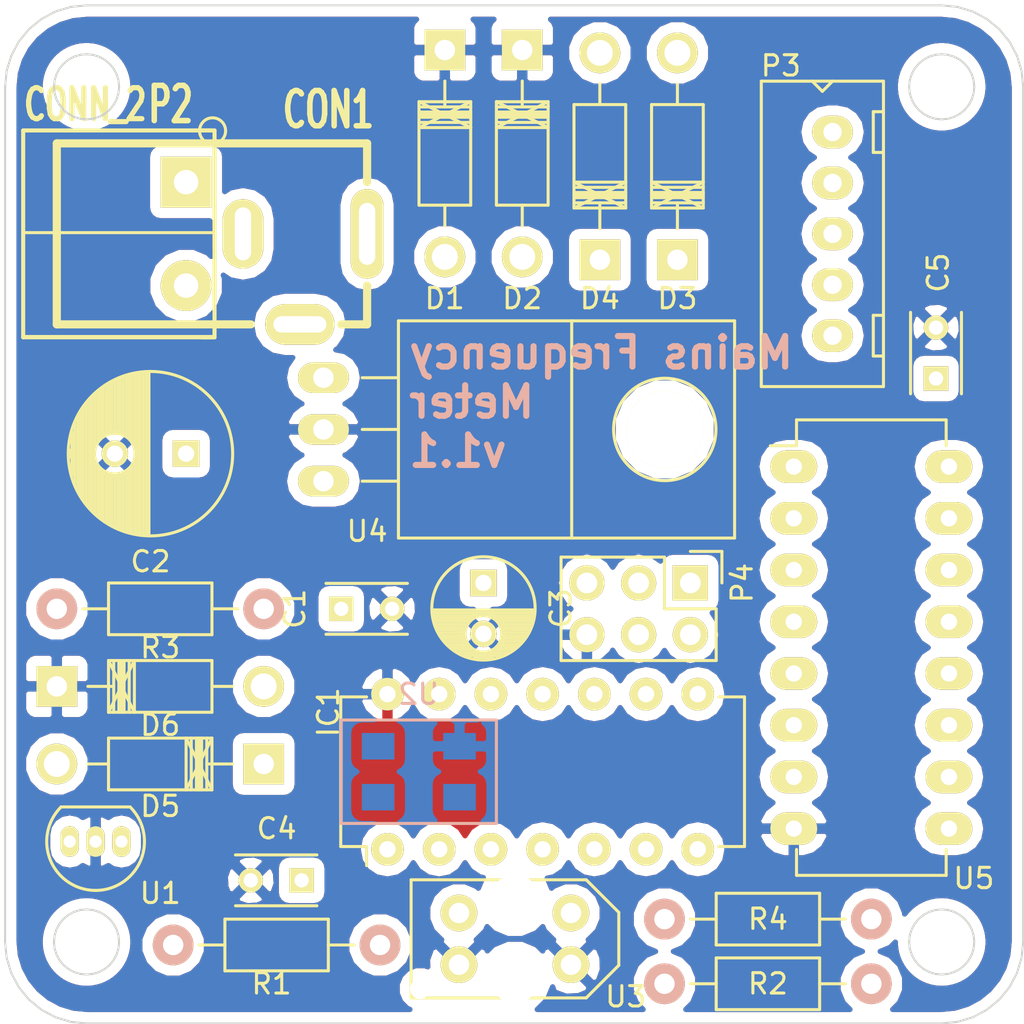
<source format=kicad_pcb>
(kicad_pcb (version 4) (host pcbnew "(2015-11-22 BZR 6327)-product")

  (general
    (links 60)
    (no_connects 45)
    (area 0 0 0 0)
    (thickness 1.6)
    (drawings 1)
    (tracks 0)
    (zones 0)
    (modules 26)
    (nets 24)
  )

  (page A3)
  (layers
    (0 F.Cu signal)
    (31 B.Cu signal)
    (32 B.Adhes user)
    (33 F.Adhes user)
    (34 B.Paste user)
    (35 F.Paste user)
    (36 B.SilkS user)
    (37 F.SilkS user)
    (38 B.Mask user)
    (39 F.Mask user)
    (40 Dwgs.User user)
    (41 Cmts.User user)
    (42 Eco1.User user)
    (43 Eco2.User user)
    (44 Edge.Cuts user)
  )

  (setup
    (last_trace_width 0.254)
    (user_trace_width 0.4064)
    (user_trace_width 0.6096)
    (trace_clearance 0.254)
    (zone_clearance 0.508)
    (zone_45_only no)
    (trace_min 0.254)
    (segment_width 0.2)
    (edge_width 0.1)
    (via_size 0.889)
    (via_drill 0.635)
    (via_min_size 0.889)
    (via_min_drill 0.508)
    (uvia_size 0.508)
    (uvia_drill 0.127)
    (uvias_allowed no)
    (uvia_min_size 0.508)
    (uvia_min_drill 0.127)
    (pcb_text_width 0.3)
    (pcb_text_size 1.5 1.5)
    (mod_edge_width 0.15)
    (mod_text_size 1 1)
    (mod_text_width 0.15)
    (pad_size 1.5 1.5)
    (pad_drill 0.6)
    (pad_to_mask_clearance 0)
    (aux_axis_origin 0 0)
    (grid_origin 205.359 145.843)
    (visible_elements FFFEFFBF)
    (pcbplotparams
      (layerselection 0x01030_80000001)
      (usegerberextensions true)
      (excludeedgelayer true)
      (linewidth 0.150000)
      (plotframeref false)
      (viasonmask false)
      (mode 1)
      (useauxorigin false)
      (hpglpennumber 1)
      (hpglpenspeed 20)
      (hpglpendiameter 15)
      (hpglpenoverlay 2)
      (psnegative false)
      (psa4output false)
      (plotreference true)
      (plotvalue true)
      (plotinvisibletext false)
      (padsonsilk false)
      (subtractmaskfromsilk false)
      (outputformat 1)
      (mirror false)
      (drillshape 0)
      (scaleselection 1)
      (outputdirectory Gerber/))
  )

  (net 0 "")
  (net 1 VCC)
  (net 2 GND)
  (net 3 /DMAINSF)
  (net 4 /TCXO)
  (net 5 /RST)
  (net 6 /MOSI)
  (net 7 /MISO)
  (net 8 /SCK)
  (net 9 /MAINSF)
  (net 10 "Net-(C1-Pad1)")
  (net 11 /IN3)
  (net 12 /IN1)
  (net 13 /IN2)
  (net 14 /IN4)
  (net 15 /MOTOR_HOME_OUT)
  (net 16 /MOTOR_HOME_SENSE)
  (net 17 "Net-(P3-Pad1)")
  (net 18 "Net-(P3-Pad3)")
  (net 19 "Net-(P3-Pad4)")
  (net 20 "Net-(R2-Pad2)")
  (net 21 "Net-(P3-Pad2)")
  (net 22 "Net-(C2-Pad1)")
  (net 23 "Net-(CON1-Pad2)")

  (net_class Default "This is the default net class."
    (clearance 0.254)
    (trace_width 0.254)
    (via_dia 0.889)
    (via_drill 0.635)
    (uvia_dia 0.508)
    (uvia_drill 0.127)
    (add_net /DMAINSF)
    (add_net /IN1)
    (add_net /IN2)
    (add_net /IN3)
    (add_net /IN4)
    (add_net /MAINSF)
    (add_net /MISO)
    (add_net /MOSI)
    (add_net /MOTOR_HOME_OUT)
    (add_net /MOTOR_HOME_SENSE)
    (add_net /RST)
    (add_net /SCK)
    (add_net /TCXO)
    (add_net GND)
    (add_net "Net-(C1-Pad1)")
    (add_net "Net-(C2-Pad1)")
    (add_net "Net-(CON1-Pad2)")
    (add_net "Net-(P3-Pad1)")
    (add_net "Net-(P3-Pad2)")
    (add_net "Net-(P3-Pad3)")
    (add_net "Net-(P3-Pad4)")
    (add_net "Net-(R2-Pad2)")
    (add_net VCC)
  )

  (module Capacitors_ThroughHole:C_Rect_L4_W2.5_P2.5 (layer F.Cu) (tedit 57172614) (tstamp 565575CD)
    (at 196.469 149.653)
    (descr "Film Capacitor Length 4mm x Width 2.5mm, Pitch 2.5mm")
    (tags Capacitor)
    (path /5715CDCA)
    (fp_text reference C1 (at -2.286 0 90) (layer F.SilkS)
      (effects (font (size 1 1) (thickness 0.15)))
    )
    (fp_text value 100n (at 1.25 2.5) (layer F.Fab)
      (effects (font (size 1 1) (thickness 0.15)))
    )
    (fp_line (start -1 -1.5) (end 3.5 -1.5) (layer F.CrtYd) (width 0.05))
    (fp_line (start 3.5 -1.5) (end 3.5 1.5) (layer F.CrtYd) (width 0.05))
    (fp_line (start 3.5 1.5) (end -1 1.5) (layer F.CrtYd) (width 0.05))
    (fp_line (start -1 1.5) (end -1 -1.5) (layer F.CrtYd) (width 0.05))
    (fp_line (start -0.75 -1.25) (end 3.25 -1.25) (layer F.SilkS) (width 0.15))
    (fp_line (start -0.75 1.25) (end 3.25 1.25) (layer F.SilkS) (width 0.15))
    (pad 1 thru_hole rect (at 0 0) (size 1.2 1.2) (drill 0.7) (layers *.Cu *.Mask F.SilkS)
      (net 10 "Net-(C1-Pad1)"))
    (pad 2 thru_hole circle (at 2.5 0) (size 1.2 1.2) (drill 0.7) (layers *.Cu *.Mask F.SilkS)
      (net 2 GND))
  )

  (module Capacitors_ThroughHole:C_Radial_D5_L11_P2.5 (layer F.Cu) (tedit 0) (tstamp 565575D9)
    (at 203.454 148.383 270)
    (descr "Radial Electrolytic Capacitor Diameter 5mm x Length 11mm, Pitch 2.5mm")
    (tags "Electrolytic Capacitor")
    (path /5715D7AE)
    (fp_text reference C3 (at 1.25 -3.8 270) (layer F.SilkS)
      (effects (font (size 1 1) (thickness 0.15)))
    )
    (fp_text value 10u (at 1.25 3.8 270) (layer F.Fab)
      (effects (font (size 1 1) (thickness 0.15)))
    )
    (fp_line (start 1.325 -2.499) (end 1.325 2.499) (layer F.SilkS) (width 0.15))
    (fp_line (start 1.465 -2.491) (end 1.465 2.491) (layer F.SilkS) (width 0.15))
    (fp_line (start 1.605 -2.475) (end 1.605 -0.095) (layer F.SilkS) (width 0.15))
    (fp_line (start 1.605 0.095) (end 1.605 2.475) (layer F.SilkS) (width 0.15))
    (fp_line (start 1.745 -2.451) (end 1.745 -0.49) (layer F.SilkS) (width 0.15))
    (fp_line (start 1.745 0.49) (end 1.745 2.451) (layer F.SilkS) (width 0.15))
    (fp_line (start 1.885 -2.418) (end 1.885 -0.657) (layer F.SilkS) (width 0.15))
    (fp_line (start 1.885 0.657) (end 1.885 2.418) (layer F.SilkS) (width 0.15))
    (fp_line (start 2.025 -2.377) (end 2.025 -0.764) (layer F.SilkS) (width 0.15))
    (fp_line (start 2.025 0.764) (end 2.025 2.377) (layer F.SilkS) (width 0.15))
    (fp_line (start 2.165 -2.327) (end 2.165 -0.835) (layer F.SilkS) (width 0.15))
    (fp_line (start 2.165 0.835) (end 2.165 2.327) (layer F.SilkS) (width 0.15))
    (fp_line (start 2.305 -2.266) (end 2.305 -0.879) (layer F.SilkS) (width 0.15))
    (fp_line (start 2.305 0.879) (end 2.305 2.266) (layer F.SilkS) (width 0.15))
    (fp_line (start 2.445 -2.196) (end 2.445 -0.898) (layer F.SilkS) (width 0.15))
    (fp_line (start 2.445 0.898) (end 2.445 2.196) (layer F.SilkS) (width 0.15))
    (fp_line (start 2.585 -2.114) (end 2.585 -0.896) (layer F.SilkS) (width 0.15))
    (fp_line (start 2.585 0.896) (end 2.585 2.114) (layer F.SilkS) (width 0.15))
    (fp_line (start 2.725 -2.019) (end 2.725 -0.871) (layer F.SilkS) (width 0.15))
    (fp_line (start 2.725 0.871) (end 2.725 2.019) (layer F.SilkS) (width 0.15))
    (fp_line (start 2.865 -1.908) (end 2.865 -0.823) (layer F.SilkS) (width 0.15))
    (fp_line (start 2.865 0.823) (end 2.865 1.908) (layer F.SilkS) (width 0.15))
    (fp_line (start 3.005 -1.78) (end 3.005 -0.745) (layer F.SilkS) (width 0.15))
    (fp_line (start 3.005 0.745) (end 3.005 1.78) (layer F.SilkS) (width 0.15))
    (fp_line (start 3.145 -1.631) (end 3.145 -0.628) (layer F.SilkS) (width 0.15))
    (fp_line (start 3.145 0.628) (end 3.145 1.631) (layer F.SilkS) (width 0.15))
    (fp_line (start 3.285 -1.452) (end 3.285 -0.44) (layer F.SilkS) (width 0.15))
    (fp_line (start 3.285 0.44) (end 3.285 1.452) (layer F.SilkS) (width 0.15))
    (fp_line (start 3.425 -1.233) (end 3.425 1.233) (layer F.SilkS) (width 0.15))
    (fp_line (start 3.565 -0.944) (end 3.565 0.944) (layer F.SilkS) (width 0.15))
    (fp_line (start 3.705 -0.472) (end 3.705 0.472) (layer F.SilkS) (width 0.15))
    (fp_circle (center 2.5 0) (end 2.5 -0.9) (layer F.SilkS) (width 0.15))
    (fp_circle (center 1.25 0) (end 1.25 -2.5375) (layer F.SilkS) (width 0.15))
    (fp_circle (center 1.25 0) (end 1.25 -2.8) (layer F.CrtYd) (width 0.05))
    (pad 1 thru_hole rect (at 0 0 270) (size 1.3 1.3) (drill 0.8) (layers *.Cu *.Mask F.SilkS)
      (net 1 VCC))
    (pad 2 thru_hole circle (at 2.5 0 270) (size 1.3 1.3) (drill 0.8) (layers *.Cu *.Mask F.SilkS)
      (net 2 GND))
    (model Capacitors_ThroughHole.3dshapes/C_Radial_D5_L11_P2.5.wrl
      (at (xyz 0.049213 0 0))
      (scale (xyz 1 1 1))
      (rotate (xyz 0 0 90))
    )
  )

  (module Capacitors_ThroughHole:C_Rect_L4_W2.5_P2.5 (layer F.Cu) (tedit 5717260F) (tstamp 565575DF)
    (at 194.524 162.988 180)
    (descr "Film Capacitor Length 4mm x Width 2.5mm, Pitch 2.5mm")
    (tags Capacitor)
    (path /57160D39)
    (fp_text reference C4 (at 1.23 2.54 360) (layer F.SilkS)
      (effects (font (size 1 1) (thickness 0.15)))
    )
    (fp_text value 100n (at 1.25 2.5 180) (layer F.Fab)
      (effects (font (size 1 1) (thickness 0.15)))
    )
    (fp_line (start -1 -1.5) (end 3.5 -1.5) (layer F.CrtYd) (width 0.05))
    (fp_line (start 3.5 -1.5) (end 3.5 1.5) (layer F.CrtYd) (width 0.05))
    (fp_line (start 3.5 1.5) (end -1 1.5) (layer F.CrtYd) (width 0.05))
    (fp_line (start -1 1.5) (end -1 -1.5) (layer F.CrtYd) (width 0.05))
    (fp_line (start -0.75 -1.25) (end 3.25 -1.25) (layer F.SilkS) (width 0.15))
    (fp_line (start -0.75 1.25) (end 3.25 1.25) (layer F.SilkS) (width 0.15))
    (pad 1 thru_hole rect (at 0 0 180) (size 1.2 1.2) (drill 0.7) (layers *.Cu *.Mask F.SilkS)
      (net 1 VCC))
    (pad 2 thru_hole circle (at 2.5 0 180) (size 1.2 1.2) (drill 0.7) (layers *.Cu *.Mask F.SilkS)
      (net 2 GND))
  )

  (module Diodes_ThroughHole:Diode_DO-41_SOD81_Horizontal_RM10 (layer F.Cu) (tedit 5656C61E) (tstamp 565575F1)
    (at 192.659 157.27046 180)
    (descr "Diode, DO-41, SOD81, Horizontal, RM 10mm,")
    (tags "Diode, DO-41, SOD81, Horizontal, RM 10mm, 1N4007, SB140,")
    (path /5644A0E3)
    (fp_text reference D5 (at 5.08 -2.08092 180) (layer F.SilkS)
      (effects (font (size 1 1) (thickness 0.15)))
    )
    (fp_text value IN400x (at 4.37134 -3.55854 180) (layer F.Fab)
      (effects (font (size 1 1) (thickness 0.15)))
    )
    (fp_line (start 7.62 -0.00254) (end 8.636 -0.00254) (layer F.SilkS) (width 0.15))
    (fp_line (start 2.794 -0.00254) (end 1.524 -0.00254) (layer F.SilkS) (width 0.15))
    (fp_line (start 3.048 -1.27254) (end 3.048 1.26746) (layer F.SilkS) (width 0.15))
    (fp_line (start 3.302 -1.27254) (end 3.302 1.26746) (layer F.SilkS) (width 0.15))
    (fp_line (start 3.556 -1.27254) (end 3.556 1.26746) (layer F.SilkS) (width 0.15))
    (fp_line (start 2.794 -1.27254) (end 2.794 1.26746) (layer F.SilkS) (width 0.15))
    (fp_line (start 3.81 -1.27254) (end 2.54 1.26746) (layer F.SilkS) (width 0.15))
    (fp_line (start 2.54 -1.27254) (end 3.81 1.26746) (layer F.SilkS) (width 0.15))
    (fp_line (start 3.81 -1.27254) (end 3.81 1.26746) (layer F.SilkS) (width 0.15))
    (fp_line (start 3.175 -1.27254) (end 3.175 1.26746) (layer F.SilkS) (width 0.15))
    (fp_line (start 2.54 1.26746) (end 2.54 -1.27254) (layer F.SilkS) (width 0.15))
    (fp_line (start 2.54 -1.27254) (end 7.62 -1.27254) (layer F.SilkS) (width 0.15))
    (fp_line (start 7.62 -1.27254) (end 7.62 1.26746) (layer F.SilkS) (width 0.15))
    (fp_line (start 7.62 1.26746) (end 2.54 1.26746) (layer F.SilkS) (width 0.15))
    (pad 2 thru_hole circle (at 10.16 -0.00254) (size 1.99898 1.99898) (drill 1.27) (layers *.Cu *.Mask F.SilkS)
      (net 1 VCC))
    (pad 1 thru_hole rect (at 0 -0.00254) (size 1.99898 1.99898) (drill 1.00076) (layers *.Cu *.Mask F.SilkS)
      (net 3 /DMAINSF))
  )

  (module Diodes_ThroughHole:Diode_DO-41_SOD81_Horizontal_RM10 (layer F.Cu) (tedit 5656C619) (tstamp 565575F7)
    (at 182.499 153.46554)
    (descr "Diode, DO-41, SOD81, Horizontal, RM 10mm,")
    (tags "Diode, DO-41, SOD81, Horizontal, RM 10mm, 1N4007, SB140,")
    (path /5644A0D2)
    (fp_text reference D6 (at 5.08 1.90246) (layer F.SilkS)
      (effects (font (size 1 1) (thickness 0.15)))
    )
    (fp_text value 1N400x (at 4.37134 -3.55854) (layer F.Fab)
      (effects (font (size 1 1) (thickness 0.15)))
    )
    (fp_line (start 7.62 -0.00254) (end 8.636 -0.00254) (layer F.SilkS) (width 0.15))
    (fp_line (start 2.794 -0.00254) (end 1.524 -0.00254) (layer F.SilkS) (width 0.15))
    (fp_line (start 3.048 -1.27254) (end 3.048 1.26746) (layer F.SilkS) (width 0.15))
    (fp_line (start 3.302 -1.27254) (end 3.302 1.26746) (layer F.SilkS) (width 0.15))
    (fp_line (start 3.556 -1.27254) (end 3.556 1.26746) (layer F.SilkS) (width 0.15))
    (fp_line (start 2.794 -1.27254) (end 2.794 1.26746) (layer F.SilkS) (width 0.15))
    (fp_line (start 3.81 -1.27254) (end 2.54 1.26746) (layer F.SilkS) (width 0.15))
    (fp_line (start 2.54 -1.27254) (end 3.81 1.26746) (layer F.SilkS) (width 0.15))
    (fp_line (start 3.81 -1.27254) (end 3.81 1.26746) (layer F.SilkS) (width 0.15))
    (fp_line (start 3.175 -1.27254) (end 3.175 1.26746) (layer F.SilkS) (width 0.15))
    (fp_line (start 2.54 1.26746) (end 2.54 -1.27254) (layer F.SilkS) (width 0.15))
    (fp_line (start 2.54 -1.27254) (end 7.62 -1.27254) (layer F.SilkS) (width 0.15))
    (fp_line (start 7.62 -1.27254) (end 7.62 1.26746) (layer F.SilkS) (width 0.15))
    (fp_line (start 7.62 1.26746) (end 2.54 1.26746) (layer F.SilkS) (width 0.15))
    (pad 2 thru_hole circle (at 10.16 -0.00254 180) (size 1.99898 1.99898) (drill 1.27) (layers *.Cu *.Mask F.SilkS)
      (net 3 /DMAINSF))
    (pad 1 thru_hole rect (at 0 -0.00254 180) (size 1.99898 1.99898) (drill 1.00076) (layers *.Cu *.Mask F.SilkS)
      (net 2 GND))
  )

  (module Pin_Headers:Pin_Header_Straight_2x03 (layer F.Cu) (tedit 5656BD9C) (tstamp 56557619)
    (at 213.614 148.383 270)
    (descr "Through hole pin header")
    (tags "pin header")
    (path /5644A6CA)
    (fp_text reference P4 (at 0 -2.54 270) (layer F.SilkS)
      (effects (font (size 1 1) (thickness 0.15)))
    )
    (fp_text value CONN_3X2 (at 0 -3.1 270) (layer F.Fab)
      (effects (font (size 1 1) (thickness 0.15)))
    )
    (fp_line (start -1.27 1.27) (end -1.27 6.35) (layer F.SilkS) (width 0.15))
    (fp_line (start -1.55 -1.55) (end 0 -1.55) (layer F.SilkS) (width 0.15))
    (fp_line (start -1.75 -1.75) (end -1.75 6.85) (layer F.CrtYd) (width 0.05))
    (fp_line (start 4.3 -1.75) (end 4.3 6.85) (layer F.CrtYd) (width 0.05))
    (fp_line (start -1.75 -1.75) (end 4.3 -1.75) (layer F.CrtYd) (width 0.05))
    (fp_line (start -1.75 6.85) (end 4.3 6.85) (layer F.CrtYd) (width 0.05))
    (fp_line (start 1.27 -1.27) (end 1.27 1.27) (layer F.SilkS) (width 0.15))
    (fp_line (start 1.27 1.27) (end -1.27 1.27) (layer F.SilkS) (width 0.15))
    (fp_line (start -1.27 6.35) (end 3.81 6.35) (layer F.SilkS) (width 0.15))
    (fp_line (start 3.81 6.35) (end 3.81 1.27) (layer F.SilkS) (width 0.15))
    (fp_line (start -1.55 -1.55) (end -1.55 0) (layer F.SilkS) (width 0.15))
    (fp_line (start 3.81 -1.27) (end 1.27 -1.27) (layer F.SilkS) (width 0.15))
    (fp_line (start 3.81 1.27) (end 3.81 -1.27) (layer F.SilkS) (width 0.15))
    (pad 1 thru_hole rect (at 0 0 270) (size 1.7272 1.7272) (drill 1.016) (layers *.Cu *.Mask F.SilkS)
      (net 7 /MISO))
    (pad 2 thru_hole oval (at 2.54 0 270) (size 1.7272 1.7272) (drill 1.016) (layers *.Cu *.Mask F.SilkS)
      (net 1 VCC))
    (pad 3 thru_hole oval (at 0 2.54 270) (size 1.7272 1.7272) (drill 1.016) (layers *.Cu *.Mask F.SilkS)
      (net 8 /SCK))
    (pad 4 thru_hole oval (at 2.54 2.54 270) (size 1.7272 1.7272) (drill 1.016) (layers *.Cu *.Mask F.SilkS)
      (net 6 /MOSI))
    (pad 5 thru_hole oval (at 0 5.08 270) (size 1.7272 1.7272) (drill 1.016) (layers *.Cu *.Mask F.SilkS)
      (net 5 /RST))
    (pad 6 thru_hole oval (at 2.54 5.08 270) (size 1.7272 1.7272) (drill 1.016) (layers *.Cu *.Mask F.SilkS)
      (net 2 GND))
    (model Pin_Headers.3dshapes/Pin_Header_Straight_2x03.wrl
      (at (xyz 0.05 -0.1 0))
      (scale (xyz 1 1 1))
      (rotate (xyz 0 0 90))
    )
  )

  (module Housings_DIP:DIP-14_W7.62mm (layer F.Cu) (tedit 5656BDA2) (tstamp 56557B06)
    (at 198.739 161.463 90)
    (descr "14-lead dip package, row spacing 7.62 mm (300 mils)")
    (tags "dil dip 2.54 300")
    (path /5644A04C)
    (fp_text reference IC1 (at 6.73 -2.905 90) (layer F.SilkS)
      (effects (font (size 1 1) (thickness 0.15)))
    )
    (fp_text value ATTINY84A-SS (at 0 -3.72 90) (layer F.Fab)
      (effects (font (size 1 1) (thickness 0.15)))
    )
    (fp_line (start -1.05 -2.45) (end -1.05 17.7) (layer F.CrtYd) (width 0.05))
    (fp_line (start 8.65 -2.45) (end 8.65 17.7) (layer F.CrtYd) (width 0.05))
    (fp_line (start -1.05 -2.45) (end 8.65 -2.45) (layer F.CrtYd) (width 0.05))
    (fp_line (start -1.05 17.7) (end 8.65 17.7) (layer F.CrtYd) (width 0.05))
    (fp_line (start 0.135 -2.295) (end 0.135 -1.025) (layer F.SilkS) (width 0.15))
    (fp_line (start 7.485 -2.295) (end 7.485 -1.025) (layer F.SilkS) (width 0.15))
    (fp_line (start 7.485 17.535) (end 7.485 16.265) (layer F.SilkS) (width 0.15))
    (fp_line (start 0.135 17.535) (end 0.135 16.265) (layer F.SilkS) (width 0.15))
    (fp_line (start 0.135 -2.295) (end 7.485 -2.295) (layer F.SilkS) (width 0.15))
    (fp_line (start 0.135 17.535) (end 7.485 17.535) (layer F.SilkS) (width 0.15))
    (fp_line (start 0.135 -1.025) (end -0.8 -1.025) (layer F.SilkS) (width 0.15))
    (pad 1 thru_hole oval (at 0 0 90) (size 1.6 1.6) (drill 0.8) (layers *.Cu *.Mask F.SilkS)
      (net 1 VCC))
    (pad 2 thru_hole oval (at 0 2.54 90) (size 1.6 1.6) (drill 0.8) (layers *.Cu *.Mask F.SilkS)
      (net 4 /TCXO))
    (pad 3 thru_hole oval (at 0 5.08 90) (size 1.6 1.6) (drill 0.8) (layers *.Cu *.Mask F.SilkS)
      (net 15 /MOTOR_HOME_OUT))
    (pad 4 thru_hole oval (at 0 7.62 90) (size 1.6 1.6) (drill 0.8) (layers *.Cu *.Mask F.SilkS)
      (net 5 /RST))
    (pad 5 thru_hole oval (at 0 10.16 90) (size 1.6 1.6) (drill 0.8) (layers *.Cu *.Mask F.SilkS)
      (net 11 /IN3))
    (pad 6 thru_hole oval (at 0 12.7 90) (size 1.6 1.6) (drill 0.8) (layers *.Cu *.Mask F.SilkS)
      (net 14 /IN4))
    (pad 7 thru_hole oval (at 0 15.24 90) (size 1.6 1.6) (drill 0.8) (layers *.Cu *.Mask F.SilkS)
      (net 6 /MOSI))
    (pad 8 thru_hole oval (at 7.62 15.24 90) (size 1.6 1.6) (drill 0.8) (layers *.Cu *.Mask F.SilkS)
      (net 7 /MISO))
    (pad 9 thru_hole oval (at 7.62 12.7 90) (size 1.6 1.6) (drill 0.8) (layers *.Cu *.Mask F.SilkS)
      (net 8 /SCK))
    (pad 10 thru_hole oval (at 7.62 10.16 90) (size 1.6 1.6) (drill 0.8) (layers *.Cu *.Mask F.SilkS)
      (net 3 /DMAINSF))
    (pad 11 thru_hole oval (at 7.62 7.62 90) (size 1.6 1.6) (drill 0.8) (layers *.Cu *.Mask F.SilkS)
      (net 13 /IN2))
    (pad 12 thru_hole oval (at 7.62 5.08 90) (size 1.6 1.6) (drill 0.8) (layers *.Cu *.Mask F.SilkS)
      (net 12 /IN1))
    (pad 13 thru_hole oval (at 7.62 2.54 90) (size 1.6 1.6) (drill 0.8) (layers *.Cu *.Mask F.SilkS)
      (net 16 /MOTOR_HOME_SENSE))
    (pad 14 thru_hole oval (at 7.62 0 90) (size 1.6 1.6) (drill 0.8) (layers *.Cu *.Mask F.SilkS)
      (net 2 GND))
    (model Housings_DIP.3dshapes/DIP-14_W7.62mm.wrl
      (at (xyz 0 0 0))
      (scale (xyz 1 1 1))
      (rotate (xyz 0 0 0))
    )
  )

  (module Resistors_ThroughHole:Resistor_Horizontal_RM10mm (layer F.Cu) (tedit 571725FA) (tstamp 57171C7C)
    (at 187.579 149.653 180)
    (descr "Resistor, Axial,  RM 10mm, 1/3W,")
    (tags "Resistor, Axial, RM 10mm, 1/3W,")
    (path /5715CAB7)
    (fp_text reference R3 (at 0 -1.905 180) (layer F.SilkS)
      (effects (font (size 1 1) (thickness 0.15)))
    )
    (fp_text value 10K (at 3.81 3.81 180) (layer F.Fab)
      (effects (font (size 1 1) (thickness 0.15)))
    )
    (fp_line (start -2.54 -1.27) (end 2.54 -1.27) (layer F.SilkS) (width 0.15))
    (fp_line (start 2.54 -1.27) (end 2.54 1.27) (layer F.SilkS) (width 0.15))
    (fp_line (start 2.54 1.27) (end -2.54 1.27) (layer F.SilkS) (width 0.15))
    (fp_line (start -2.54 1.27) (end -2.54 -1.27) (layer F.SilkS) (width 0.15))
    (fp_line (start -2.54 0) (end -3.81 0) (layer F.SilkS) (width 0.15))
    (fp_line (start 2.54 0) (end 3.81 0) (layer F.SilkS) (width 0.15))
    (pad 1 thru_hole circle (at -5.08 0 180) (size 1.99898 1.99898) (drill 1.00076) (layers *.Cu *.SilkS *.Mask)
      (net 3 /DMAINSF))
    (pad 2 thru_hole circle (at 5.08 0 180) (size 1.99898 1.99898) (drill 1.00076) (layers *.Cu *.SilkS *.Mask)
      (net 9 /MAINSF))
    (model Resistors_ThroughHole.3dshapes/Resistor_Horizontal_RM10mm.wrl
      (at (xyz 0 0 0))
      (scale (xyz 0.4 0.4 0.4))
      (rotate (xyz 0 0 0))
    )
  )

  (module Resistors_ThroughHole:Resistor_Horizontal_RM10mm (layer F.Cu) (tedit 57172608) (tstamp 57171C81)
    (at 217.424 164.893 180)
    (descr "Resistor, Axial,  RM 10mm, 1/3W,")
    (tags "Resistor, Axial, RM 10mm, 1/3W,")
    (path /5715D09C)
    (fp_text reference R4 (at 0 0 360) (layer F.SilkS)
      (effects (font (size 1 1) (thickness 0.15)))
    )
    (fp_text value 10K (at 3.81 3.81 180) (layer F.Fab)
      (effects (font (size 1 1) (thickness 0.15)))
    )
    (fp_line (start -2.54 -1.27) (end 2.54 -1.27) (layer F.SilkS) (width 0.15))
    (fp_line (start 2.54 -1.27) (end 2.54 1.27) (layer F.SilkS) (width 0.15))
    (fp_line (start 2.54 1.27) (end -2.54 1.27) (layer F.SilkS) (width 0.15))
    (fp_line (start -2.54 1.27) (end -2.54 -1.27) (layer F.SilkS) (width 0.15))
    (fp_line (start -2.54 0) (end -3.81 0) (layer F.SilkS) (width 0.15))
    (fp_line (start 2.54 0) (end 3.81 0) (layer F.SilkS) (width 0.15))
    (pad 1 thru_hole circle (at -5.08 0 180) (size 1.99898 1.99898) (drill 1.00076) (layers *.Cu *.SilkS *.Mask)
      (net 5 /RST))
    (pad 2 thru_hole circle (at 5.08 0 180) (size 1.99898 1.99898) (drill 1.00076) (layers *.Cu *.SilkS *.Mask)
      (net 1 VCC))
    (model Resistors_ThroughHole.3dshapes/Resistor_Horizontal_RM10mm.wrl
      (at (xyz 0 0 0))
      (scale (xyz 0.4 0.4 0.4))
      (rotate (xyz 0 0 0))
    )
  )

  (module TO_SOT_Packages_THT:TO-92_Inline_Narrow_Oval (layer F.Cu) (tedit 54F24281) (tstamp 57171C86)
    (at 185.674 161.083 180)
    (descr "TO-92 leads in-line, narrow, oval pads, drill 0.6mm (see NXP sot054_po.pdf)")
    (tags "to-92 sc-43 sc-43a sot54 PA33 transistor")
    (path /57161C0A)
    (fp_text reference U1 (at -1.905 -2.54 180) (layer F.SilkS)
      (effects (font (size 1 1) (thickness 0.15)))
    )
    (fp_text value LE33CZ-TR (at 0 3 180) (layer F.Fab)
      (effects (font (size 1 1) (thickness 0.15)))
    )
    (fp_line (start -1.4 1.95) (end -1.4 -2.65) (layer F.CrtYd) (width 0.05))
    (fp_line (start -1.4 1.95) (end 3.95 1.95) (layer F.CrtYd) (width 0.05))
    (fp_line (start -0.43 1.7) (end 2.97 1.7) (layer F.SilkS) (width 0.15))
    (fp_arc (start 1.27 0) (end 1.27 -2.4) (angle -135) (layer F.SilkS) (width 0.15))
    (fp_arc (start 1.27 0) (end 1.27 -2.4) (angle 135) (layer F.SilkS) (width 0.15))
    (fp_line (start -1.4 -2.65) (end 3.95 -2.65) (layer F.CrtYd) (width 0.05))
    (fp_line (start 3.95 1.95) (end 3.95 -2.65) (layer F.CrtYd) (width 0.05))
    (pad 2 thru_hole oval (at 1.27 0) (size 0.89916 1.50114) (drill 0.6) (layers *.Cu *.Mask F.SilkS)
      (net 2 GND))
    (pad 3 thru_hole oval (at 2.54 0) (size 0.89916 1.50114) (drill 0.6) (layers *.Cu *.Mask F.SilkS)
      (net 10 "Net-(C1-Pad1)"))
    (pad 1 thru_hole oval (at 0 0) (size 0.89916 1.50114) (drill 0.6) (layers *.Cu *.Mask F.SilkS)
      (net 1 VCC))
    (model TO_SOT_Packages_THT.3dshapes/TO-92_Inline_Narrow_Oval.wrl
      (at (xyz 0.05 0 0))
      (scale (xyz 1 1 1))
      (rotate (xyz 0 0 -90))
    )
  )

  (module Capacitors_ThroughHole:C_Rect_L4_W2.5_P2.5 (layer F.Cu) (tedit 0) (tstamp 573ABB21)
    (at 225.679 138.343 90)
    (descr "Film Capacitor Length 4mm x Width 2.5mm, Pitch 2.5mm")
    (tags Capacitor)
    (path /572844CE)
    (fp_text reference C5 (at 5.2 0.105 90) (layer F.SilkS)
      (effects (font (size 1 1) (thickness 0.15)))
    )
    (fp_text value 100n (at 1.25 2.5 90) (layer F.Fab)
      (effects (font (size 1 1) (thickness 0.15)))
    )
    (fp_line (start -1 -1.5) (end 3.5 -1.5) (layer F.CrtYd) (width 0.05))
    (fp_line (start 3.5 -1.5) (end 3.5 1.5) (layer F.CrtYd) (width 0.05))
    (fp_line (start 3.5 1.5) (end -1 1.5) (layer F.CrtYd) (width 0.05))
    (fp_line (start -1 1.5) (end -1 -1.5) (layer F.CrtYd) (width 0.05))
    (fp_line (start -0.75 -1.25) (end 3.25 -1.25) (layer F.SilkS) (width 0.15))
    (fp_line (start -0.75 1.25) (end 3.25 1.25) (layer F.SilkS) (width 0.15))
    (pad 1 thru_hole rect (at 0 0 90) (size 1.2 1.2) (drill 0.7) (layers *.Cu *.Mask F.SilkS)
      (net 1 VCC))
    (pad 2 thru_hole circle (at 2.5 0 90) (size 1.2 1.2) (drill 0.7) (layers *.Cu *.Mask F.SilkS)
      (net 2 GND))
  )

  (module Diodes_ThroughHole:Diode_DO-41_SOD81_Horizontal_RM10 (layer F.Cu) (tedit 552FFCCE) (tstamp 573ABB22)
    (at 201.55408 122.208 270)
    (descr "Diode, DO-41, SOD81, Horizontal, RM 10mm,")
    (tags "Diode, DO-41, SOD81, Horizontal, RM 10mm, 1N4007, SB140,")
    (path /57399EE1)
    (fp_text reference D1 (at 12.205 0.00508 360) (layer F.SilkS)
      (effects (font (size 1 1) (thickness 0.15)))
    )
    (fp_text value IN400x (at 4.37134 -3.55854 270) (layer F.Fab)
      (effects (font (size 1 1) (thickness 0.15)))
    )
    (fp_line (start 7.62 -0.00254) (end 8.636 -0.00254) (layer F.SilkS) (width 0.15))
    (fp_line (start 2.794 -0.00254) (end 1.524 -0.00254) (layer F.SilkS) (width 0.15))
    (fp_line (start 3.048 -1.27254) (end 3.048 1.26746) (layer F.SilkS) (width 0.15))
    (fp_line (start 3.302 -1.27254) (end 3.302 1.26746) (layer F.SilkS) (width 0.15))
    (fp_line (start 3.556 -1.27254) (end 3.556 1.26746) (layer F.SilkS) (width 0.15))
    (fp_line (start 2.794 -1.27254) (end 2.794 1.26746) (layer F.SilkS) (width 0.15))
    (fp_line (start 3.81 -1.27254) (end 2.54 1.26746) (layer F.SilkS) (width 0.15))
    (fp_line (start 2.54 -1.27254) (end 3.81 1.26746) (layer F.SilkS) (width 0.15))
    (fp_line (start 3.81 -1.27254) (end 3.81 1.26746) (layer F.SilkS) (width 0.15))
    (fp_line (start 3.175 -1.27254) (end 3.175 1.26746) (layer F.SilkS) (width 0.15))
    (fp_line (start 2.54 1.26746) (end 2.54 -1.27254) (layer F.SilkS) (width 0.15))
    (fp_line (start 2.54 -1.27254) (end 7.62 -1.27254) (layer F.SilkS) (width 0.15))
    (fp_line (start 7.62 -1.27254) (end 7.62 1.26746) (layer F.SilkS) (width 0.15))
    (fp_line (start 7.62 1.26746) (end 2.54 1.26746) (layer F.SilkS) (width 0.15))
    (pad 2 thru_hole circle (at 10.16 -0.00254 90) (size 1.99898 1.99898) (drill 1.27) (layers *.Cu *.Mask F.SilkS)
      (net 9 /MAINSF))
    (pad 1 thru_hole rect (at 0 -0.00254 90) (size 1.99898 1.99898) (drill 1.00076) (layers *.Cu *.Mask F.SilkS)
      (net 2 GND))
  )

  (module Diodes_ThroughHole:Diode_DO-41_SOD81_Horizontal_RM10 (layer F.Cu) (tedit 552FFCCE) (tstamp 573ABB2C)
    (at 205.35646 122.208 270)
    (descr "Diode, DO-41, SOD81, Horizontal, RM 10mm,")
    (tags "Diode, DO-41, SOD81, Horizontal, RM 10mm, 1N4007, SB140,")
    (path /5739A385)
    (fp_text reference D2 (at 12.205 -0.00254 360) (layer F.SilkS)
      (effects (font (size 1 1) (thickness 0.15)))
    )
    (fp_text value IN400x (at 4.37134 -3.55854 270) (layer F.Fab)
      (effects (font (size 1 1) (thickness 0.15)))
    )
    (fp_line (start 7.62 -0.00254) (end 8.636 -0.00254) (layer F.SilkS) (width 0.15))
    (fp_line (start 2.794 -0.00254) (end 1.524 -0.00254) (layer F.SilkS) (width 0.15))
    (fp_line (start 3.048 -1.27254) (end 3.048 1.26746) (layer F.SilkS) (width 0.15))
    (fp_line (start 3.302 -1.27254) (end 3.302 1.26746) (layer F.SilkS) (width 0.15))
    (fp_line (start 3.556 -1.27254) (end 3.556 1.26746) (layer F.SilkS) (width 0.15))
    (fp_line (start 2.794 -1.27254) (end 2.794 1.26746) (layer F.SilkS) (width 0.15))
    (fp_line (start 3.81 -1.27254) (end 2.54 1.26746) (layer F.SilkS) (width 0.15))
    (fp_line (start 2.54 -1.27254) (end 3.81 1.26746) (layer F.SilkS) (width 0.15))
    (fp_line (start 3.81 -1.27254) (end 3.81 1.26746) (layer F.SilkS) (width 0.15))
    (fp_line (start 3.175 -1.27254) (end 3.175 1.26746) (layer F.SilkS) (width 0.15))
    (fp_line (start 2.54 1.26746) (end 2.54 -1.27254) (layer F.SilkS) (width 0.15))
    (fp_line (start 2.54 -1.27254) (end 7.62 -1.27254) (layer F.SilkS) (width 0.15))
    (fp_line (start 7.62 -1.27254) (end 7.62 1.26746) (layer F.SilkS) (width 0.15))
    (fp_line (start 7.62 1.26746) (end 2.54 1.26746) (layer F.SilkS) (width 0.15))
    (pad 2 thru_hole circle (at 10.16 -0.00254 90) (size 1.99898 1.99898) (drill 1.27) (layers *.Cu *.Mask F.SilkS)
      (net 23 "Net-(CON1-Pad2)"))
    (pad 1 thru_hole rect (at 0 -0.00254 90) (size 1.99898 1.99898) (drill 1.00076) (layers *.Cu *.Mask F.SilkS)
      (net 2 GND))
  )

  (module Diodes_ThroughHole:Diode_DO-41_SOD81_Horizontal_RM10 (layer F.Cu) (tedit 552FFCCE) (tstamp 573ABB32)
    (at 212.98154 132.508 90)
    (descr "Diode, DO-41, SOD81, Horizontal, RM 10mm,")
    (tags "Diode, DO-41, SOD81, Horizontal, RM 10mm, 1N4007, SB140,")
    (path /57399C4C)
    (fp_text reference D3 (at -1.905 -0.00254 180) (layer F.SilkS)
      (effects (font (size 1 1) (thickness 0.15)))
    )
    (fp_text value IN400x (at 4.37134 -3.55854 90) (layer F.Fab)
      (effects (font (size 1 1) (thickness 0.15)))
    )
    (fp_line (start 7.62 -0.00254) (end 8.636 -0.00254) (layer F.SilkS) (width 0.15))
    (fp_line (start 2.794 -0.00254) (end 1.524 -0.00254) (layer F.SilkS) (width 0.15))
    (fp_line (start 3.048 -1.27254) (end 3.048 1.26746) (layer F.SilkS) (width 0.15))
    (fp_line (start 3.302 -1.27254) (end 3.302 1.26746) (layer F.SilkS) (width 0.15))
    (fp_line (start 3.556 -1.27254) (end 3.556 1.26746) (layer F.SilkS) (width 0.15))
    (fp_line (start 2.794 -1.27254) (end 2.794 1.26746) (layer F.SilkS) (width 0.15))
    (fp_line (start 3.81 -1.27254) (end 2.54 1.26746) (layer F.SilkS) (width 0.15))
    (fp_line (start 2.54 -1.27254) (end 3.81 1.26746) (layer F.SilkS) (width 0.15))
    (fp_line (start 3.81 -1.27254) (end 3.81 1.26746) (layer F.SilkS) (width 0.15))
    (fp_line (start 3.175 -1.27254) (end 3.175 1.26746) (layer F.SilkS) (width 0.15))
    (fp_line (start 2.54 1.26746) (end 2.54 -1.27254) (layer F.SilkS) (width 0.15))
    (fp_line (start 2.54 -1.27254) (end 7.62 -1.27254) (layer F.SilkS) (width 0.15))
    (fp_line (start 7.62 -1.27254) (end 7.62 1.26746) (layer F.SilkS) (width 0.15))
    (fp_line (start 7.62 1.26746) (end 2.54 1.26746) (layer F.SilkS) (width 0.15))
    (pad 2 thru_hole circle (at 10.16 -0.00254 270) (size 1.99898 1.99898) (drill 1.27) (layers *.Cu *.Mask F.SilkS)
      (net 22 "Net-(C2-Pad1)"))
    (pad 1 thru_hole rect (at 0 -0.00254 270) (size 1.99898 1.99898) (drill 1.00076) (layers *.Cu *.Mask F.SilkS)
      (net 9 /MAINSF))
  )

  (module Diodes_ThroughHole:Diode_DO-41_SOD81_Horizontal_RM10 (layer F.Cu) (tedit 552FFCCE) (tstamp 573ABB38)
    (at 209.17154 132.508 90)
    (descr "Diode, DO-41, SOD81, Horizontal, RM 10mm,")
    (tags "Diode, DO-41, SOD81, Horizontal, RM 10mm, 1N4007, SB140,")
    (path /5739A3EE)
    (fp_text reference D4 (at -1.905 -0.00254 180) (layer F.SilkS)
      (effects (font (size 1 1) (thickness 0.15)))
    )
    (fp_text value IN400x (at 4.37134 -3.55854 90) (layer F.Fab)
      (effects (font (size 1 1) (thickness 0.15)))
    )
    (fp_line (start 7.62 -0.00254) (end 8.636 -0.00254) (layer F.SilkS) (width 0.15))
    (fp_line (start 2.794 -0.00254) (end 1.524 -0.00254) (layer F.SilkS) (width 0.15))
    (fp_line (start 3.048 -1.27254) (end 3.048 1.26746) (layer F.SilkS) (width 0.15))
    (fp_line (start 3.302 -1.27254) (end 3.302 1.26746) (layer F.SilkS) (width 0.15))
    (fp_line (start 3.556 -1.27254) (end 3.556 1.26746) (layer F.SilkS) (width 0.15))
    (fp_line (start 2.794 -1.27254) (end 2.794 1.26746) (layer F.SilkS) (width 0.15))
    (fp_line (start 3.81 -1.27254) (end 2.54 1.26746) (layer F.SilkS) (width 0.15))
    (fp_line (start 2.54 -1.27254) (end 3.81 1.26746) (layer F.SilkS) (width 0.15))
    (fp_line (start 3.81 -1.27254) (end 3.81 1.26746) (layer F.SilkS) (width 0.15))
    (fp_line (start 3.175 -1.27254) (end 3.175 1.26746) (layer F.SilkS) (width 0.15))
    (fp_line (start 2.54 1.26746) (end 2.54 -1.27254) (layer F.SilkS) (width 0.15))
    (fp_line (start 2.54 -1.27254) (end 7.62 -1.27254) (layer F.SilkS) (width 0.15))
    (fp_line (start 7.62 -1.27254) (end 7.62 1.26746) (layer F.SilkS) (width 0.15))
    (fp_line (start 7.62 1.26746) (end 2.54 1.26746) (layer F.SilkS) (width 0.15))
    (pad 2 thru_hole circle (at 10.16 -0.00254 270) (size 1.99898 1.99898) (drill 1.27) (layers *.Cu *.Mask F.SilkS)
      (net 22 "Net-(C2-Pad1)"))
    (pad 1 thru_hole rect (at 0 -0.00254 270) (size 1.99898 1.99898) (drill 1.00076) (layers *.Cu *.Mask F.SilkS)
      (net 23 "Net-(CON1-Pad2)"))
  )

  (module Resistors_ThroughHole:Resistor_Horizontal_RM10mm (layer F.Cu) (tedit 53F56209) (tstamp 573ABB4C)
    (at 217.424 168.068 180)
    (descr "Resistor, Axial,  RM 10mm, 1/3W,")
    (tags "Resistor, Axial, RM 10mm, 1/3W,")
    (path /57287E74)
    (fp_text reference R2 (at 0 0 180) (layer F.SilkS)
      (effects (font (size 1 1) (thickness 0.15)))
    )
    (fp_text value 330R (at 3.81 3.81 180) (layer F.Fab)
      (effects (font (size 1 1) (thickness 0.15)))
    )
    (fp_line (start -2.54 -1.27) (end 2.54 -1.27) (layer F.SilkS) (width 0.15))
    (fp_line (start 2.54 -1.27) (end 2.54 1.27) (layer F.SilkS) (width 0.15))
    (fp_line (start 2.54 1.27) (end -2.54 1.27) (layer F.SilkS) (width 0.15))
    (fp_line (start -2.54 1.27) (end -2.54 -1.27) (layer F.SilkS) (width 0.15))
    (fp_line (start -2.54 0) (end -3.81 0) (layer F.SilkS) (width 0.15))
    (fp_line (start 2.54 0) (end 3.81 0) (layer F.SilkS) (width 0.15))
    (pad 1 thru_hole circle (at -5.08 0 180) (size 1.99898 1.99898) (drill 1.00076) (layers *.Cu *.SilkS *.Mask)
      (net 15 /MOTOR_HOME_OUT))
    (pad 2 thru_hole circle (at 5.08 0 180) (size 1.99898 1.99898) (drill 1.00076) (layers *.Cu *.SilkS *.Mask)
      (net 20 "Net-(R2-Pad2)"))
    (model Resistors_ThroughHole.3dshapes/Resistor_Horizontal_RM10mm.wrl
      (at (xyz 0 0 0))
      (scale (xyz 0.4 0.4 0.4))
      (rotate (xyz 0 0 0))
    )
  )

  (module Resistors_ThroughHole:Resistor_Horizontal_RM10mm (layer F.Cu) (tedit 53F56209) (tstamp 573ABB52)
    (at 193.294 166.163 180)
    (descr "Resistor, Axial,  RM 10mm, 1/3W,")
    (tags "Resistor, Axial, RM 10mm, 1/3W,")
    (path /57288B30)
    (fp_text reference R1 (at 0.24892 -1.905 180) (layer F.SilkS)
      (effects (font (size 1 1) (thickness 0.15)))
    )
    (fp_text value 10K (at 3.81 3.81 180) (layer F.Fab)
      (effects (font (size 1 1) (thickness 0.15)))
    )
    (fp_line (start -2.54 -1.27) (end 2.54 -1.27) (layer F.SilkS) (width 0.15))
    (fp_line (start 2.54 -1.27) (end 2.54 1.27) (layer F.SilkS) (width 0.15))
    (fp_line (start 2.54 1.27) (end -2.54 1.27) (layer F.SilkS) (width 0.15))
    (fp_line (start -2.54 1.27) (end -2.54 -1.27) (layer F.SilkS) (width 0.15))
    (fp_line (start -2.54 0) (end -3.81 0) (layer F.SilkS) (width 0.15))
    (fp_line (start 2.54 0) (end 3.81 0) (layer F.SilkS) (width 0.15))
    (pad 1 thru_hole circle (at -5.08 0 180) (size 1.99898 1.99898) (drill 1.00076) (layers *.Cu *.SilkS *.Mask)
      (net 16 /MOTOR_HOME_SENSE))
    (pad 2 thru_hole circle (at 5.08 0 180) (size 1.99898 1.99898) (drill 1.00076) (layers *.Cu *.SilkS *.Mask)
      (net 1 VCC))
    (model Resistors_ThroughHole.3dshapes/Resistor_Horizontal_RM10mm.wrl
      (at (xyz 0 0 0))
      (scale (xyz 0.4 0.4 0.4))
      (rotate (xyz 0 0 0))
    )
  )

  (module Housings_DIP:DIP-16_W7.62mm_LongPads (layer F.Cu) (tedit 54130A77) (tstamp 573ABB66)
    (at 218.694 142.668)
    (descr "16-lead dip package, row spacing 7.62 mm (300 mils), longer pads")
    (tags "dil dip 2.54 300")
    (path /57283D96)
    (fp_text reference U5 (at 8.845 20.225) (layer F.SilkS)
      (effects (font (size 1 1) (thickness 0.15)))
    )
    (fp_text value ULN2003 (at 0 -3.72) (layer F.Fab)
      (effects (font (size 1 1) (thickness 0.15)))
    )
    (fp_line (start -1.4 -2.45) (end -1.4 20.25) (layer F.CrtYd) (width 0.05))
    (fp_line (start 9 -2.45) (end 9 20.25) (layer F.CrtYd) (width 0.05))
    (fp_line (start -1.4 -2.45) (end 9 -2.45) (layer F.CrtYd) (width 0.05))
    (fp_line (start -1.4 20.25) (end 9 20.25) (layer F.CrtYd) (width 0.05))
    (fp_line (start 0.135 -2.295) (end 0.135 -1.025) (layer F.SilkS) (width 0.15))
    (fp_line (start 7.485 -2.295) (end 7.485 -1.025) (layer F.SilkS) (width 0.15))
    (fp_line (start 7.485 20.075) (end 7.485 18.805) (layer F.SilkS) (width 0.15))
    (fp_line (start 0.135 20.075) (end 0.135 18.805) (layer F.SilkS) (width 0.15))
    (fp_line (start 0.135 -2.295) (end 7.485 -2.295) (layer F.SilkS) (width 0.15))
    (fp_line (start 0.135 20.075) (end 7.485 20.075) (layer F.SilkS) (width 0.15))
    (fp_line (start 0.135 -1.025) (end -1.15 -1.025) (layer F.SilkS) (width 0.15))
    (pad 1 thru_hole oval (at 0 0) (size 2.3 1.6) (drill 0.8) (layers *.Cu *.Mask F.SilkS)
      (net 12 /IN1))
    (pad 2 thru_hole oval (at 0 2.54) (size 2.3 1.6) (drill 0.8) (layers *.Cu *.Mask F.SilkS)
      (net 13 /IN2))
    (pad 3 thru_hole oval (at 0 5.08) (size 2.3 1.6) (drill 0.8) (layers *.Cu *.Mask F.SilkS)
      (net 11 /IN3))
    (pad 4 thru_hole oval (at 0 7.62) (size 2.3 1.6) (drill 0.8) (layers *.Cu *.Mask F.SilkS)
      (net 14 /IN4))
    (pad 5 thru_hole oval (at 0 10.16) (size 2.3 1.6) (drill 0.8) (layers *.Cu *.Mask F.SilkS))
    (pad 6 thru_hole oval (at 0 12.7) (size 2.3 1.6) (drill 0.8) (layers *.Cu *.Mask F.SilkS))
    (pad 7 thru_hole oval (at 0 15.24) (size 2.3 1.6) (drill 0.8) (layers *.Cu *.Mask F.SilkS))
    (pad 8 thru_hole oval (at 0 17.78) (size 2.3 1.6) (drill 0.8) (layers *.Cu *.Mask F.SilkS)
      (net 2 GND))
    (pad 9 thru_hole oval (at 7.62 17.78) (size 2.3 1.6) (drill 0.8) (layers *.Cu *.Mask F.SilkS)
      (net 1 VCC))
    (pad 10 thru_hole oval (at 7.62 15.24) (size 2.3 1.6) (drill 0.8) (layers *.Cu *.Mask F.SilkS))
    (pad 11 thru_hole oval (at 7.62 12.7) (size 2.3 1.6) (drill 0.8) (layers *.Cu *.Mask F.SilkS))
    (pad 12 thru_hole oval (at 7.62 10.16) (size 2.3 1.6) (drill 0.8) (layers *.Cu *.Mask F.SilkS))
    (pad 13 thru_hole oval (at 7.62 7.62) (size 2.3 1.6) (drill 0.8) (layers *.Cu *.Mask F.SilkS)
      (net 19 "Net-(P3-Pad4)"))
    (pad 14 thru_hole oval (at 7.62 5.08) (size 2.3 1.6) (drill 0.8) (layers *.Cu *.Mask F.SilkS)
      (net 18 "Net-(P3-Pad3)"))
    (pad 15 thru_hole oval (at 7.62 2.54) (size 2.3 1.6) (drill 0.8) (layers *.Cu *.Mask F.SilkS)
      (net 21 "Net-(P3-Pad2)"))
    (pad 16 thru_hole oval (at 7.62 0) (size 2.3 1.6) (drill 0.8) (layers *.Cu *.Mask F.SilkS)
      (net 17 "Net-(P3-Pad1)"))
    (model Housings_DIP.3dshapes/DIP-16_W7.62mm_LongPads.wrl
      (at (xyz 0 0 0))
      (scale (xyz 1 1 1))
      (rotate (xyz 0 0 0))
    )
  )

  (module vishay-opto:TCRT5000 (layer F.Cu) (tedit 573AB817) (tstamp 573ABB77)
    (at 205 165.862)
    (path /573AB351)
    (fp_text reference U3 (at 5.439 2.841) (layer F.SilkS)
      (effects (font (size 1 1) (thickness 0.15)))
    )
    (fp_text value TCRT5000 (at 0 0) (layer F.Fab)
      (effects (font (size 1 1) (thickness 0.15)))
    )
    (fp_line (start 3.5 2.9) (end 5.1 1.3) (layer F.SilkS) (width 0.15))
    (fp_line (start 3.5 -2.9) (end 5.1 -1.3) (layer F.SilkS) (width 0.15))
    (fp_line (start -5.1 2.9) (end -5.1 -2.9) (layer F.SilkS) (width 0.15))
    (fp_line (start 3.5 2.9) (end -5.1 2.9) (layer F.SilkS) (width 0.15))
    (fp_line (start 5.1 -1.3) (end 5.1 1.3) (layer F.SilkS) (width 0.15))
    (fp_line (start -5.1 -2.9) (end 3.5 -2.9) (layer F.SilkS) (width 0.15))
    (pad 1 thru_hole circle (at -2.75 -1.27) (size 1.8 1.8) (drill 1) (layers *.Cu *.Mask F.SilkS)
      (net 16 /MOTOR_HOME_SENSE))
    (pad 2 thru_hole circle (at -2.75 1.27) (size 1.8 1.8) (drill 1) (layers *.Cu *.Mask F.SilkS)
      (net 2 GND))
    (pad 3 thru_hole circle (at 2.75 1.27) (size 1.8 1.8) (drill 1) (layers *.Cu *.Mask F.SilkS)
      (net 2 GND))
    (pad 4 thru_hole circle (at 2.75 -1.27) (size 1.8 1.8) (drill 1) (layers *.Cu *.Mask F.SilkS)
      (net 20 "Net-(R2-Pad2)"))
    (pad "" np_thru_hole circle (at 0 -1.9) (size 2.5 2.5) (drill 2.5) (layers *.Cu *.Mask))
    (pad "" np_thru_hole circle (at 0 1.9) (size 2.5 2.5) (drill 2.5) (layers *.Cu *.Mask))
    (pad "" np_thru_hole circle (at -4.65 2.45) (size 1 1) (drill 1) (layers *.Cu *.Mask))
  )

  (module TO_SOT_Packages_THT:TO-220_Neutral123_Horizontal (layer F.Cu) (tedit 0) (tstamp 573AD1A2)
    (at 195.595 140.843 270)
    (descr "TO-220, Neutral, Horizontal,")
    (tags "TO-220, Neutral, Horizontal,")
    (path /573ADA9F)
    (fp_text reference U4 (at 5 -2.144 360) (layer F.SilkS)
      (effects (font (size 1 1) (thickness 0.15)))
    )
    (fp_text value 7805 (at -0.29972 3.44932 270) (layer F.Fab)
      (effects (font (size 1 1) (thickness 0.15)))
    )
    (fp_circle (center 0 -16.764) (end 1.778 -14.986) (layer F.SilkS) (width 0.15))
    (fp_line (start -2.54 -3.683) (end -2.54 -1.905) (layer F.SilkS) (width 0.15))
    (fp_line (start 0 -3.683) (end 0 -1.905) (layer F.SilkS) (width 0.15))
    (fp_line (start 2.54 -3.683) (end 2.54 -1.905) (layer F.SilkS) (width 0.15))
    (fp_line (start 5.334 -12.192) (end 5.334 -20.193) (layer F.SilkS) (width 0.15))
    (fp_line (start 5.334 -20.193) (end -5.334 -20.193) (layer F.SilkS) (width 0.15))
    (fp_line (start -5.334 -20.193) (end -5.334 -12.192) (layer F.SilkS) (width 0.15))
    (fp_line (start 5.334 -3.683) (end 5.334 -12.192) (layer F.SilkS) (width 0.15))
    (fp_line (start 5.334 -12.192) (end -5.334 -12.192) (layer F.SilkS) (width 0.15))
    (fp_line (start -5.334 -12.192) (end -5.334 -3.683) (layer F.SilkS) (width 0.15))
    (fp_line (start 0 -3.683) (end -5.334 -3.683) (layer F.SilkS) (width 0.15))
    (fp_line (start 0 -3.683) (end 5.334 -3.683) (layer F.SilkS) (width 0.15))
    (pad 2 thru_hole oval (at 0 0) (size 2.49936 1.50114) (drill 1.00076) (layers *.Cu *.Mask F.SilkS)
      (net 2 GND))
    (pad 1 thru_hole oval (at -2.54 0) (size 2.49936 1.50114) (drill 1.00076) (layers *.Cu *.Mask F.SilkS)
      (net 22 "Net-(C2-Pad1)"))
    (pad 3 thru_hole oval (at 2.54 0) (size 2.49936 1.50114) (drill 1.00076) (layers *.Cu *.Mask F.SilkS)
      (net 1 VCC))
    (pad "" np_thru_hole circle (at 0 -16.764) (size 3.79984 3.79984) (drill 3.79984) (layers *.Cu *.Mask F.SilkS))
    (model TO_SOT_Packages_THT.3dshapes/TO-220_Neutral123_Horizontal.wrl
      (at (xyz 0 0 0))
      (scale (xyz 0.3937 0.3937 0.3937))
      (rotate (xyz 0 0 0))
    )
  )

  (module jst-connectors:XHP-5 (layer F.Cu) (tedit 573ACBB1) (tstamp 573AD412)
    (at 220.599 131.238 90)
    (path /572855AC)
    (fp_text reference P3 (at 8.255 -2.54 180) (layer F.SilkS)
      (effects (font (size 1 1) (thickness 0.15)))
    )
    (fp_text value CONN_5 (at 0 -2.5 90) (layer F.Fab)
      (effects (font (size 1 1) (thickness 0.15)))
    )
    (fp_line (start 7 -0.5) (end 7.5 0) (layer F.SilkS) (width 0.15))
    (fp_line (start 7.5 -1) (end 7 -0.5) (layer F.SilkS) (width 0.15))
    (fp_line (start -4 2.5) (end -4 2) (layer F.SilkS) (width 0.15))
    (fp_line (start -6 2) (end -4 2) (layer F.SilkS) (width 0.15))
    (fp_line (start -6 2.5) (end -6 2) (layer F.SilkS) (width 0.15))
    (fp_line (start 4 2) (end 4 2.5) (layer F.SilkS) (width 0.15))
    (fp_line (start 6 2) (end 4 2) (layer F.SilkS) (width 0.15))
    (fp_line (start 6 2.5) (end 6 2) (layer F.SilkS) (width 0.15))
    (fp_line (start -7.5 -3.5) (end 7.5 -3.5) (layer F.SilkS) (width 0.15))
    (fp_line (start -7.5 2.5) (end -7.5 -3.5) (layer F.SilkS) (width 0.15))
    (fp_line (start 7.5 2.5) (end -7.5 2.5) (layer F.SilkS) (width 0.15))
    (fp_line (start 7.5 -3.5) (end 7.5 2.5) (layer F.SilkS) (width 0.15))
    (pad 1 thru_hole oval (at 5 0 90) (size 1.6 2) (drill 0.9) (layers *.Cu *.Mask F.SilkS)
      (net 17 "Net-(P3-Pad1)"))
    (pad 2 thru_hole oval (at 2.5 0 90) (size 1.6 2) (drill 0.9) (layers *.Cu *.Mask F.SilkS)
      (net 21 "Net-(P3-Pad2)"))
    (pad 3 thru_hole oval (at 0 0 90) (size 1.6 2) (drill 0.9) (layers *.Cu *.Mask F.SilkS)
      (net 18 "Net-(P3-Pad3)"))
    (pad 4 thru_hole oval (at -2.5 0 90) (size 1.6 2) (drill 0.9) (layers *.Cu *.Mask F.SilkS)
      (net 19 "Net-(P3-Pad4)"))
    (pad 5 thru_hole oval (at -5 0 90) (size 1.6 2) (drill 0.9) (layers *.Cu *.Mask F.SilkS)
      (net 1 VCC))
  )

  (module oscillators:FOX924 (layer B.Cu) (tedit 5715D61C) (tstamp 573EB181)
    (at 200.279 157.653)
    (path /573D56BF)
    (fp_text reference U2 (at 0 -3.81) (layer B.SilkS)
      (effects (font (size 1 1) (thickness 0.15)) (justify mirror))
    )
    (fp_text value TCXO_SMD_4P (at 0 3.81) (layer B.Fab)
      (effects (font (size 1 1) (thickness 0.15)) (justify mirror))
    )
    (fp_line (start 3.81 2.54) (end -3.81 2.54) (layer B.SilkS) (width 0.15))
    (fp_line (start -3.81 2.54) (end -3.81 -2.54) (layer B.SilkS) (width 0.15))
    (fp_line (start -3.81 -2.54) (end 3.81 -2.54) (layer B.SilkS) (width 0.15))
    (fp_line (start 3.81 -2.54) (end 3.81 2.54) (layer B.SilkS) (width 0.15))
    (pad 2 smd rect (at 2 -1.25) (size 1.6 1.3) (layers B.Cu B.Paste B.Mask)
      (net 2 GND))
    (pad 1 smd rect (at -2 -1.25) (size 1.6 1.3) (layers B.Cu B.Paste B.Mask))
    (pad 3 smd rect (at 2 1.25) (size 1.6 1.3) (layers B.Cu B.Paste B.Mask)
      (net 4 /TCXO))
    (pad 4 smd rect (at -2 1.25) (size 1.6 1.3) (layers B.Cu B.Paste B.Mask)
      (net 10 "Net-(C1-Pad1)"))
  )

  (module REInnovationFootprint:TH_CONN_2W (layer F.Cu) (tedit 55D457A4) (tstamp 573EB30D)
    (at 188.849 133.778 270)
    (descr "Connecteurs 2 pins")
    (tags "CONN DEV")
    (path /573EA88B)
    (fp_text reference P2 (at -8.89 0.762 360) (layer F.SilkS)
      (effects (font (size 1.72974 1.08712) (thickness 0.27178)))
    )
    (fp_text value CONN_2 (at -8.89 4.953 360) (layer F.SilkS)
      (effects (font (size 1.524 1.016) (thickness 0.254)))
    )
    (fp_line (start -7.62 -1.397) (end -7.62 -0.635) (layer F.SilkS) (width 0.2))
    (fp_line (start -7.62 -1.397) (end 2.54 -1.397) (layer F.SilkS) (width 0.2))
    (fp_line (start 2.54 -1.397) (end 2.54 -0.762) (layer F.SilkS) (width 0.2))
    (fp_line (start -7.62 8.001) (end 2.54 8.001) (layer F.SilkS) (width 0.2))
    (fp_line (start 2.54 8.001) (end 2.54 -1.27) (layer F.SilkS) (width 0.2))
    (fp_line (start -7.62 -1.27) (end -7.62 8.001) (layer F.SilkS) (width 0.2))
    (fp_line (start 2.5 8) (end 2.5 -1.3) (layer F.SilkS) (width 0.15))
    (fp_line (start -2.6 -1.3) (end -2.6 8) (layer F.SilkS) (width 0.15))
    (fp_circle (center -7.6 -1.3) (end -7.2 -0.8) (layer F.SilkS) (width 0.15))
    (fp_line (start 2.54 0) (end 2.54 7.62) (layer F.SilkS) (width 0.15))
    (fp_line (start -7.6 8) (end -7.6 -1.3) (layer F.SilkS) (width 0.15))
    (pad 1 thru_hole rect (at -5.08 0 270) (size 2.49936 2.49936) (drill 1.2) (layers *.Cu *.Mask F.SilkS)
      (net 23 "Net-(CON1-Pad2)"))
    (pad 2 thru_hole circle (at 0 0 270) (size 2.49936 2.49936) (drill 1.2) (layers *.Cu *.Mask F.SilkS)
      (net 9 /MAINSF))
  )

  (module REInnovationFootprint:DC_Power_2_1 (layer F.Cu) (tedit 566F36D0) (tstamp 573EB4D1)
    (at 197.739 131.238 270)
    (descr "Connecteurs 2 pins")
    (tags "CONN DEV")
    (path /573ECDED)
    (fp_text reference CON1 (at -6.096 1.905 360) (layer F.SilkS)
      (effects (font (size 1.72974 1.08712) (thickness 0.27178)))
    )
    (fp_text value BARREL_JACK (at 0 3.175 270) (layer F.SilkS) hide
      (effects (font (size 1.524 1.016) (thickness 0.254)))
    )
    (fp_line (start 4.445 5.715) (end 4.445 15.24) (layer F.SilkS) (width 0.4))
    (fp_line (start 4.445 15.24) (end -4.445 15.24) (layer F.SilkS) (width 0.4))
    (fp_line (start -4.445 15.24) (end -4.445 0) (layer F.SilkS) (width 0.4))
    (fp_line (start -4.445 0) (end -2.54 0) (layer F.SilkS) (width 0.4))
    (fp_line (start 2.54 0) (end 4.445 0) (layer F.SilkS) (width 0.4))
    (fp_line (start 4.445 0) (end 4.445 1.27) (layer F.SilkS) (width 0.4))
    (fp_line (start 4.445 5.715) (end 4.445 15.24) (layer F.SilkS) (width 0.15))
    (fp_line (start 4.445 15.24) (end -4.445 15.24) (layer F.SilkS) (width 0.15))
    (fp_line (start -4.445 15.24) (end -4.445 0) (layer F.SilkS) (width 0.15))
    (fp_line (start -4.445 0) (end -2.54 0) (layer F.SilkS) (width 0.15))
    (fp_line (start 2.54 0) (end 4.445 0) (layer F.SilkS) (width 0.15))
    (fp_line (start 4.445 0) (end 4.445 1.27) (layer F.SilkS) (width 0.15))
    (pad 2 thru_hole oval (at 0 0 270) (size 4.39928 1.6002) (drill oval 3.04038 0.8001) (layers *.Cu *.Mask F.SilkS)
      (net 23 "Net-(CON1-Pad2)"))
    (pad 1 thru_hole oval (at 0 6.096 270) (size 3.40106 1.99898) (drill oval 2.60096 0.8001) (layers *.Cu *.Mask F.SilkS)
      (net 9 /MAINSF))
    (pad 3 thru_hole oval (at 4.445 3.302 270) (size 1.99898 3.40106) (drill oval 0.8001 2.60096) (layers *.Cu *.Mask F.SilkS)
      (net 23 "Net-(CON1-Pad2)"))
  )

  (module sick-of-beige:DP5050 locked (layer F.Cu) (tedit 0) (tstamp 573EB4F2)
    (at 179.959 120.015)
    (fp_text reference "" (at 0 0) (layer F.SilkS)
      (effects (font (thickness 0.15)))
    )
    (fp_text value "" (at 0 0) (layer F.SilkS)
      (effects (font (thickness 0.15)))
    )
    (fp_line (start 46.7803 0.076859) (end 47.5307 0.304474) (layer Edge.Cuts) (width 0.1))
    (fp_line (start 47.5307 0.304474) (end 48.2223 0.674118) (layer Edge.Cuts) (width 0.1))
    (fp_line (start 48.2223 0.674118) (end 48.8284 1.17157) (layer Edge.Cuts) (width 0.1))
    (fp_line (start 48.8284 1.17157) (end 49.3259 1.77771) (layer Edge.Cuts) (width 0.1))
    (fp_line (start 49.3259 1.77771) (end 49.6955 2.46925) (layer Edge.Cuts) (width 0.1))
    (fp_line (start 49.6955 2.46925) (end 49.9231 3.21964) (layer Edge.Cuts) (width 0.1))
    (fp_line (start 49.9231 3.21964) (end 50 4) (layer Edge.Cuts) (width 0.1))
    (fp_line (start 50 4) (end 50 46) (layer Edge.Cuts) (width 0.1))
    (fp_line (start 50 46) (end 49.9231 46.7803) (layer Edge.Cuts) (width 0.1))
    (fp_line (start 49.9231 46.7803) (end 49.6955 47.5307) (layer Edge.Cuts) (width 0.1))
    (fp_line (start 49.6955 47.5307) (end 49.3259 48.2223) (layer Edge.Cuts) (width 0.1))
    (fp_line (start 49.3259 48.2223) (end 48.8284 48.8284) (layer Edge.Cuts) (width 0.1))
    (fp_line (start 48.8284 48.8284) (end 48.2223 49.3259) (layer Edge.Cuts) (width 0.1))
    (fp_line (start 48.2223 49.3259) (end 47.5307 49.6955) (layer Edge.Cuts) (width 0.1))
    (fp_line (start 47.5307 49.6955) (end 46.7803 49.9231) (layer Edge.Cuts) (width 0.1))
    (fp_line (start 46.7803 49.9231) (end 46 50) (layer Edge.Cuts) (width 0.1))
    (fp_line (start 46 50) (end 4 50) (layer Edge.Cuts) (width 0.1))
    (fp_line (start 4 50) (end 3.21964 49.9231) (layer Edge.Cuts) (width 0.1))
    (fp_line (start 3.21964 49.9231) (end 2.46925 49.6955) (layer Edge.Cuts) (width 0.1))
    (fp_line (start 2.46925 49.6955) (end 1.77771 49.3259) (layer Edge.Cuts) (width 0.1))
    (fp_line (start 1.77771 49.3259) (end 1.17157 48.8284) (layer Edge.Cuts) (width 0.1))
    (fp_line (start 1.17157 48.8284) (end 0.674118 48.2223) (layer Edge.Cuts) (width 0.1))
    (fp_line (start 0.674118 48.2223) (end 0.304474 47.5307) (layer Edge.Cuts) (width 0.1))
    (fp_line (start 0.304474 47.5307) (end 0.076859 46.7803) (layer Edge.Cuts) (width 0.1))
    (fp_line (start 0.076859 46.7803) (end 0 46) (layer Edge.Cuts) (width 0.1))
    (fp_line (start 0 46) (end 0 4) (layer Edge.Cuts) (width 0.1))
    (fp_line (start 0 4) (end 0.076859 3.21964) (layer Edge.Cuts) (width 0.1))
    (fp_line (start 0.076859 3.21964) (end 0.304474 2.46925) (layer Edge.Cuts) (width 0.1))
    (fp_line (start 0.304474 2.46925) (end 0.674118 1.77771) (layer Edge.Cuts) (width 0.1))
    (fp_line (start 0.674118 1.77771) (end 1.17157 1.17157) (layer Edge.Cuts) (width 0.1))
    (fp_line (start 1.17157 1.17157) (end 1.77771 0.674118) (layer Edge.Cuts) (width 0.1))
    (fp_line (start 1.77771 0.674118) (end 2.46925 0.304474) (layer Edge.Cuts) (width 0.1))
    (fp_line (start 2.46925 0.304474) (end 3.21964 0.076859) (layer Edge.Cuts) (width 0.1))
    (fp_line (start 3.21964 0.076859) (end 3.99998 0) (layer Edge.Cuts) (width 0.1))
    (fp_line (start 3.99998 0) (end 46 0) (layer Edge.Cuts) (width 0.1))
    (fp_line (start 46 0) (end 46.7803 0.076859) (layer Edge.Cuts) (width 0.1))
    (fp_line (start 3.68785 44.4307) (end 3.3877 44.5218) (layer Edge.Cuts) (width 0.1))
    (fp_line (start 3.3877 44.5218) (end 3.11108 44.6696) (layer Edge.Cuts) (width 0.1))
    (fp_line (start 3.11108 44.6696) (end 2.86862 44.8686) (layer Edge.Cuts) (width 0.1))
    (fp_line (start 2.86862 44.8686) (end 2.66965 45.1111) (layer Edge.Cuts) (width 0.1))
    (fp_line (start 2.66965 45.1111) (end 2.52179 45.3877) (layer Edge.Cuts) (width 0.1))
    (fp_line (start 2.52179 45.3877) (end 2.43074 45.6879) (layer Edge.Cuts) (width 0.1))
    (fp_line (start 2.43074 45.6879) (end 2.39999 46) (layer Edge.Cuts) (width 0.1))
    (fp_line (start 2.39999 46) (end 2.43074 46.3121) (layer Edge.Cuts) (width 0.1))
    (fp_line (start 2.43074 46.3121) (end 2.52179 46.6123) (layer Edge.Cuts) (width 0.1))
    (fp_line (start 2.52179 46.6123) (end 2.66965 46.8889) (layer Edge.Cuts) (width 0.1))
    (fp_line (start 2.66965 46.8889) (end 2.86862 47.1314) (layer Edge.Cuts) (width 0.1))
    (fp_line (start 2.86862 47.1314) (end 3.11108 47.3303) (layer Edge.Cuts) (width 0.1))
    (fp_line (start 3.11108 47.3303) (end 3.3877 47.4782) (layer Edge.Cuts) (width 0.1))
    (fp_line (start 3.3877 47.4782) (end 3.68785 47.5692) (layer Edge.Cuts) (width 0.1))
    (fp_line (start 3.68785 47.5692) (end 4 47.6) (layer Edge.Cuts) (width 0.1))
    (fp_line (start 4 47.6) (end 4.31213 47.5692) (layer Edge.Cuts) (width 0.1))
    (fp_line (start 4.31213 47.5692) (end 4.61229 47.4782) (layer Edge.Cuts) (width 0.1))
    (fp_line (start 4.61229 47.4782) (end 4.8889 47.3303) (layer Edge.Cuts) (width 0.1))
    (fp_line (start 4.8889 47.3303) (end 5.13136 47.1314) (layer Edge.Cuts) (width 0.1))
    (fp_line (start 5.13136 47.1314) (end 5.33034 46.8889) (layer Edge.Cuts) (width 0.1))
    (fp_line (start 5.33034 46.8889) (end 5.4782 46.6123) (layer Edge.Cuts) (width 0.1))
    (fp_line (start 5.4782 46.6123) (end 5.56924 46.3121) (layer Edge.Cuts) (width 0.1))
    (fp_line (start 5.56924 46.3121) (end 5.59999 46) (layer Edge.Cuts) (width 0.1))
    (fp_line (start 5.59999 46) (end 5.56924 45.6879) (layer Edge.Cuts) (width 0.1))
    (fp_line (start 5.56924 45.6879) (end 5.4782 45.3877) (layer Edge.Cuts) (width 0.1))
    (fp_line (start 5.4782 45.3877) (end 5.33034 45.1111) (layer Edge.Cuts) (width 0.1))
    (fp_line (start 5.33034 45.1111) (end 5.13136 44.8686) (layer Edge.Cuts) (width 0.1))
    (fp_line (start 5.13136 44.8686) (end 4.8889 44.6696) (layer Edge.Cuts) (width 0.1))
    (fp_line (start 4.8889 44.6696) (end 4.61229 44.5218) (layer Edge.Cuts) (width 0.1))
    (fp_line (start 4.61229 44.5218) (end 4.31213 44.4307) (layer Edge.Cuts) (width 0.1))
    (fp_line (start 4.31213 44.4307) (end 3.99998 44.4) (layer Edge.Cuts) (width 0.1))
    (fp_line (start 3.99998 44.4) (end 3.68785 44.4307) (layer Edge.Cuts) (width 0.1))
    (fp_line (start 45.6879 44.4307) (end 45.3877 44.5218) (layer Edge.Cuts) (width 0.1))
    (fp_line (start 45.3877 44.5218) (end 45.1111 44.6696) (layer Edge.Cuts) (width 0.1))
    (fp_line (start 45.1111 44.6696) (end 44.8686 44.8686) (layer Edge.Cuts) (width 0.1))
    (fp_line (start 44.8686 44.8686) (end 44.6696 45.1111) (layer Edge.Cuts) (width 0.1))
    (fp_line (start 44.6696 45.1111) (end 44.5218 45.3877) (layer Edge.Cuts) (width 0.1))
    (fp_line (start 44.5218 45.3877) (end 44.4307 45.6879) (layer Edge.Cuts) (width 0.1))
    (fp_line (start 44.4307 45.6879) (end 44.4 46) (layer Edge.Cuts) (width 0.1))
    (fp_line (start 44.4 46) (end 44.4307 46.3121) (layer Edge.Cuts) (width 0.1))
    (fp_line (start 44.4307 46.3121) (end 44.5218 46.6123) (layer Edge.Cuts) (width 0.1))
    (fp_line (start 44.5218 46.6123) (end 44.6696 46.8889) (layer Edge.Cuts) (width 0.1))
    (fp_line (start 44.6696 46.8889) (end 44.8686 47.1314) (layer Edge.Cuts) (width 0.1))
    (fp_line (start 44.8686 47.1314) (end 45.1111 47.3303) (layer Edge.Cuts) (width 0.1))
    (fp_line (start 45.1111 47.3303) (end 45.3877 47.4782) (layer Edge.Cuts) (width 0.1))
    (fp_line (start 45.3877 47.4782) (end 45.6879 47.5692) (layer Edge.Cuts) (width 0.1))
    (fp_line (start 45.6879 47.5692) (end 46 47.6) (layer Edge.Cuts) (width 0.1))
    (fp_line (start 46 47.6) (end 46.3121 47.5692) (layer Edge.Cuts) (width 0.1))
    (fp_line (start 46.3121 47.5692) (end 46.6123 47.4782) (layer Edge.Cuts) (width 0.1))
    (fp_line (start 46.6123 47.4782) (end 46.8889 47.3303) (layer Edge.Cuts) (width 0.1))
    (fp_line (start 46.8889 47.3303) (end 47.1314 47.1314) (layer Edge.Cuts) (width 0.1))
    (fp_line (start 47.1314 47.1314) (end 47.3303 46.8889) (layer Edge.Cuts) (width 0.1))
    (fp_line (start 47.3303 46.8889) (end 47.4782 46.6123) (layer Edge.Cuts) (width 0.1))
    (fp_line (start 47.4782 46.6123) (end 47.5692 46.3121) (layer Edge.Cuts) (width 0.1))
    (fp_line (start 47.5692 46.3121) (end 47.6 46) (layer Edge.Cuts) (width 0.1))
    (fp_line (start 47.6 46) (end 47.5692 45.6879) (layer Edge.Cuts) (width 0.1))
    (fp_line (start 47.5692 45.6879) (end 47.4782 45.3877) (layer Edge.Cuts) (width 0.1))
    (fp_line (start 47.4782 45.3877) (end 47.3303 45.1111) (layer Edge.Cuts) (width 0.1))
    (fp_line (start 47.3303 45.1111) (end 47.1314 44.8686) (layer Edge.Cuts) (width 0.1))
    (fp_line (start 47.1314 44.8686) (end 46.8889 44.6696) (layer Edge.Cuts) (width 0.1))
    (fp_line (start 46.8889 44.6696) (end 46.6123 44.5218) (layer Edge.Cuts) (width 0.1))
    (fp_line (start 46.6123 44.5218) (end 46.3121 44.4307) (layer Edge.Cuts) (width 0.1))
    (fp_line (start 46.3121 44.4307) (end 46 44.4) (layer Edge.Cuts) (width 0.1))
    (fp_line (start 46 44.4) (end 45.6879 44.4307) (layer Edge.Cuts) (width 0.1))
    (fp_line (start 3.68785 2.43074) (end 3.3877 2.52179) (layer Edge.Cuts) (width 0.1))
    (fp_line (start 3.3877 2.52179) (end 3.11108 2.66965) (layer Edge.Cuts) (width 0.1))
    (fp_line (start 3.11108 2.66965) (end 2.86862 2.86862) (layer Edge.Cuts) (width 0.1))
    (fp_line (start 2.86862 2.86862) (end 2.66965 3.11108) (layer Edge.Cuts) (width 0.1))
    (fp_line (start 2.66965 3.11108) (end 2.52179 3.3877) (layer Edge.Cuts) (width 0.1))
    (fp_line (start 2.52179 3.3877) (end 2.43074 3.68785) (layer Edge.Cuts) (width 0.1))
    (fp_line (start 2.43074 3.68785) (end 2.39999 4) (layer Edge.Cuts) (width 0.1))
    (fp_line (start 2.39999 4) (end 2.43074 4.31213) (layer Edge.Cuts) (width 0.1))
    (fp_line (start 2.43074 4.31213) (end 2.52179 4.61229) (layer Edge.Cuts) (width 0.1))
    (fp_line (start 2.52179 4.61229) (end 2.66965 4.8889) (layer Edge.Cuts) (width 0.1))
    (fp_line (start 2.66965 4.8889) (end 2.86862 5.13136) (layer Edge.Cuts) (width 0.1))
    (fp_line (start 2.86862 5.13136) (end 3.11108 5.33034) (layer Edge.Cuts) (width 0.1))
    (fp_line (start 3.11108 5.33034) (end 3.3877 5.4782) (layer Edge.Cuts) (width 0.1))
    (fp_line (start 3.3877 5.4782) (end 3.68785 5.56924) (layer Edge.Cuts) (width 0.1))
    (fp_line (start 3.68785 5.56924) (end 4 5.59999) (layer Edge.Cuts) (width 0.1))
    (fp_line (start 4 5.59999) (end 4.31213 5.56924) (layer Edge.Cuts) (width 0.1))
    (fp_line (start 4.31213 5.56924) (end 4.61229 5.4782) (layer Edge.Cuts) (width 0.1))
    (fp_line (start 4.61229 5.4782) (end 4.8889 5.33034) (layer Edge.Cuts) (width 0.1))
    (fp_line (start 4.8889 5.33034) (end 5.13136 5.13136) (layer Edge.Cuts) (width 0.1))
    (fp_line (start 5.13136 5.13136) (end 5.33034 4.8889) (layer Edge.Cuts) (width 0.1))
    (fp_line (start 5.33034 4.8889) (end 5.4782 4.61229) (layer Edge.Cuts) (width 0.1))
    (fp_line (start 5.4782 4.61229) (end 5.56924 4.31213) (layer Edge.Cuts) (width 0.1))
    (fp_line (start 5.56924 4.31213) (end 5.59999 4) (layer Edge.Cuts) (width 0.1))
    (fp_line (start 5.59999 4) (end 5.56924 3.68785) (layer Edge.Cuts) (width 0.1))
    (fp_line (start 5.56924 3.68785) (end 5.4782 3.3877) (layer Edge.Cuts) (width 0.1))
    (fp_line (start 5.4782 3.3877) (end 5.33034 3.11108) (layer Edge.Cuts) (width 0.1))
    (fp_line (start 5.33034 3.11108) (end 5.13136 2.86862) (layer Edge.Cuts) (width 0.1))
    (fp_line (start 5.13136 2.86862) (end 4.8889 2.66965) (layer Edge.Cuts) (width 0.1))
    (fp_line (start 4.8889 2.66965) (end 4.61229 2.52179) (layer Edge.Cuts) (width 0.1))
    (fp_line (start 4.61229 2.52179) (end 4.31213 2.43074) (layer Edge.Cuts) (width 0.1))
    (fp_line (start 4.31213 2.43074) (end 3.99998 2.39999) (layer Edge.Cuts) (width 0.1))
    (fp_line (start 3.99998 2.39999) (end 3.68785 2.43074) (layer Edge.Cuts) (width 0.1))
    (fp_line (start 45.6879 2.43074) (end 45.3877 2.52179) (layer Edge.Cuts) (width 0.1))
    (fp_line (start 45.3877 2.52179) (end 45.1111 2.66965) (layer Edge.Cuts) (width 0.1))
    (fp_line (start 45.1111 2.66965) (end 44.8686 2.86862) (layer Edge.Cuts) (width 0.1))
    (fp_line (start 44.8686 2.86862) (end 44.6696 3.11108) (layer Edge.Cuts) (width 0.1))
    (fp_line (start 44.6696 3.11108) (end 44.5218 3.3877) (layer Edge.Cuts) (width 0.1))
    (fp_line (start 44.5218 3.3877) (end 44.4307 3.68785) (layer Edge.Cuts) (width 0.1))
    (fp_line (start 44.4307 3.68785) (end 44.4 4) (layer Edge.Cuts) (width 0.1))
    (fp_line (start 44.4 4) (end 44.4307 4.31213) (layer Edge.Cuts) (width 0.1))
    (fp_line (start 44.4307 4.31213) (end 44.5218 4.61229) (layer Edge.Cuts) (width 0.1))
    (fp_line (start 44.5218 4.61229) (end 44.6696 4.8889) (layer Edge.Cuts) (width 0.1))
    (fp_line (start 44.6696 4.8889) (end 44.8686 5.13136) (layer Edge.Cuts) (width 0.1))
    (fp_line (start 44.8686 5.13136) (end 45.1111 5.33034) (layer Edge.Cuts) (width 0.1))
    (fp_line (start 45.1111 5.33034) (end 45.3877 5.4782) (layer Edge.Cuts) (width 0.1))
    (fp_line (start 45.3877 5.4782) (end 45.6879 5.56924) (layer Edge.Cuts) (width 0.1))
    (fp_line (start 45.6879 5.56924) (end 46 5.59999) (layer Edge.Cuts) (width 0.1))
    (fp_line (start 46 5.59999) (end 46.3121 5.56924) (layer Edge.Cuts) (width 0.1))
    (fp_line (start 46.3121 5.56924) (end 46.6123 5.4782) (layer Edge.Cuts) (width 0.1))
    (fp_line (start 46.6123 5.4782) (end 46.8889 5.33034) (layer Edge.Cuts) (width 0.1))
    (fp_line (start 46.8889 5.33034) (end 47.1314 5.13136) (layer Edge.Cuts) (width 0.1))
    (fp_line (start 47.1314 5.13136) (end 47.3303 4.8889) (layer Edge.Cuts) (width 0.1))
    (fp_line (start 47.3303 4.8889) (end 47.4782 4.61229) (layer Edge.Cuts) (width 0.1))
    (fp_line (start 47.4782 4.61229) (end 47.5692 4.31213) (layer Edge.Cuts) (width 0.1))
    (fp_line (start 47.5692 4.31213) (end 47.6 4) (layer Edge.Cuts) (width 0.1))
    (fp_line (start 47.6 4) (end 47.5692 3.68785) (layer Edge.Cuts) (width 0.1))
    (fp_line (start 47.5692 3.68785) (end 47.4782 3.3877) (layer Edge.Cuts) (width 0.1))
    (fp_line (start 47.4782 3.3877) (end 47.3303 3.11108) (layer Edge.Cuts) (width 0.1))
    (fp_line (start 47.3303 3.11108) (end 47.1314 2.86862) (layer Edge.Cuts) (width 0.1))
    (fp_line (start 47.1314 2.86862) (end 46.8889 2.66965) (layer Edge.Cuts) (width 0.1))
    (fp_line (start 46.8889 2.66965) (end 46.6123 2.52179) (layer Edge.Cuts) (width 0.1))
    (fp_line (start 46.6123 2.52179) (end 46.3121 2.43074) (layer Edge.Cuts) (width 0.1))
    (fp_line (start 46.3121 2.43074) (end 46 2.39999) (layer Edge.Cuts) (width 0.1))
    (fp_line (start 46 2.39999) (end 45.6879 2.43074) (layer Edge.Cuts) (width 0.1))
  )

  (module Capacitors_ThroughHole:C_Radial_D8_L11.5_P3.5 (layer F.Cu) (tedit 0) (tstamp 573EBAA2)
    (at 188.849 142.033 180)
    (descr "Radial Electrolytic Capacitor Diameter 8mm x Length 11.5mm, Pitch 3.5mm")
    (tags "Electrolytic Capacitor")
    (path /5715D5E8)
    (fp_text reference C2 (at 1.75 -5.3 180) (layer F.SilkS)
      (effects (font (size 1 1) (thickness 0.15)))
    )
    (fp_text value 330u (at 1.75 5.3 180) (layer F.Fab)
      (effects (font (size 1 1) (thickness 0.15)))
    )
    (fp_line (start 1.825 -3.999) (end 1.825 3.999) (layer F.SilkS) (width 0.15))
    (fp_line (start 1.965 -3.994) (end 1.965 3.994) (layer F.SilkS) (width 0.15))
    (fp_line (start 2.105 -3.984) (end 2.105 3.984) (layer F.SilkS) (width 0.15))
    (fp_line (start 2.245 -3.969) (end 2.245 3.969) (layer F.SilkS) (width 0.15))
    (fp_line (start 2.385 -3.949) (end 2.385 3.949) (layer F.SilkS) (width 0.15))
    (fp_line (start 2.525 -3.924) (end 2.525 -0.222) (layer F.SilkS) (width 0.15))
    (fp_line (start 2.525 0.222) (end 2.525 3.924) (layer F.SilkS) (width 0.15))
    (fp_line (start 2.665 -3.894) (end 2.665 -0.55) (layer F.SilkS) (width 0.15))
    (fp_line (start 2.665 0.55) (end 2.665 3.894) (layer F.SilkS) (width 0.15))
    (fp_line (start 2.805 -3.858) (end 2.805 -0.719) (layer F.SilkS) (width 0.15))
    (fp_line (start 2.805 0.719) (end 2.805 3.858) (layer F.SilkS) (width 0.15))
    (fp_line (start 2.945 -3.817) (end 2.945 -0.832) (layer F.SilkS) (width 0.15))
    (fp_line (start 2.945 0.832) (end 2.945 3.817) (layer F.SilkS) (width 0.15))
    (fp_line (start 3.085 -3.771) (end 3.085 -0.91) (layer F.SilkS) (width 0.15))
    (fp_line (start 3.085 0.91) (end 3.085 3.771) (layer F.SilkS) (width 0.15))
    (fp_line (start 3.225 -3.718) (end 3.225 -0.961) (layer F.SilkS) (width 0.15))
    (fp_line (start 3.225 0.961) (end 3.225 3.718) (layer F.SilkS) (width 0.15))
    (fp_line (start 3.365 -3.659) (end 3.365 -0.991) (layer F.SilkS) (width 0.15))
    (fp_line (start 3.365 0.991) (end 3.365 3.659) (layer F.SilkS) (width 0.15))
    (fp_line (start 3.505 -3.594) (end 3.505 -1) (layer F.SilkS) (width 0.15))
    (fp_line (start 3.505 1) (end 3.505 3.594) (layer F.SilkS) (width 0.15))
    (fp_line (start 3.645 -3.523) (end 3.645 -0.989) (layer F.SilkS) (width 0.15))
    (fp_line (start 3.645 0.989) (end 3.645 3.523) (layer F.SilkS) (width 0.15))
    (fp_line (start 3.785 -3.444) (end 3.785 -0.959) (layer F.SilkS) (width 0.15))
    (fp_line (start 3.785 0.959) (end 3.785 3.444) (layer F.SilkS) (width 0.15))
    (fp_line (start 3.925 -3.357) (end 3.925 -0.905) (layer F.SilkS) (width 0.15))
    (fp_line (start 3.925 0.905) (end 3.925 3.357) (layer F.SilkS) (width 0.15))
    (fp_line (start 4.065 -3.262) (end 4.065 -0.825) (layer F.SilkS) (width 0.15))
    (fp_line (start 4.065 0.825) (end 4.065 3.262) (layer F.SilkS) (width 0.15))
    (fp_line (start 4.205 -3.158) (end 4.205 -0.709) (layer F.SilkS) (width 0.15))
    (fp_line (start 4.205 0.709) (end 4.205 3.158) (layer F.SilkS) (width 0.15))
    (fp_line (start 4.345 -3.044) (end 4.345 -0.535) (layer F.SilkS) (width 0.15))
    (fp_line (start 4.345 0.535) (end 4.345 3.044) (layer F.SilkS) (width 0.15))
    (fp_line (start 4.485 -2.919) (end 4.485 -0.173) (layer F.SilkS) (width 0.15))
    (fp_line (start 4.485 0.173) (end 4.485 2.919) (layer F.SilkS) (width 0.15))
    (fp_line (start 4.625 -2.781) (end 4.625 2.781) (layer F.SilkS) (width 0.15))
    (fp_line (start 4.765 -2.629) (end 4.765 2.629) (layer F.SilkS) (width 0.15))
    (fp_line (start 4.905 -2.459) (end 4.905 2.459) (layer F.SilkS) (width 0.15))
    (fp_line (start 5.045 -2.268) (end 5.045 2.268) (layer F.SilkS) (width 0.15))
    (fp_line (start 5.185 -2.05) (end 5.185 2.05) (layer F.SilkS) (width 0.15))
    (fp_line (start 5.325 -1.794) (end 5.325 1.794) (layer F.SilkS) (width 0.15))
    (fp_line (start 5.465 -1.483) (end 5.465 1.483) (layer F.SilkS) (width 0.15))
    (fp_line (start 5.605 -1.067) (end 5.605 1.067) (layer F.SilkS) (width 0.15))
    (fp_line (start 5.745 -0.2) (end 5.745 0.2) (layer F.SilkS) (width 0.15))
    (fp_circle (center 3.5 0) (end 3.5 -1) (layer F.SilkS) (width 0.15))
    (fp_circle (center 1.75 0) (end 1.75 -4.0375) (layer F.SilkS) (width 0.15))
    (fp_circle (center 1.75 0) (end 1.75 -4.3) (layer F.CrtYd) (width 0.05))
    (pad 2 thru_hole circle (at 3.5 0 180) (size 1.3 1.3) (drill 0.8) (layers *.Cu *.Mask F.SilkS)
      (net 2 GND))
    (pad 1 thru_hole rect (at 0 0 180) (size 1.3 1.3) (drill 0.8) (layers *.Cu *.Mask F.SilkS)
      (net 22 "Net-(C2-Pad1)"))
    (model Capacitors_ThroughHole.3dshapes/C_Radial_D8_L11.5_P3.5.wrl
      (at (xyz 0 0 0))
      (scale (xyz 1 1 1))
      (rotate (xyz 0 0 0))
    )
  )

  (gr_text "Mains Frequency\nMeter\nv1.1" (at 199.644 139.493) (layer B.SilkS)
    (effects (font (size 1.5 1.5) (thickness 0.3)) (justify right mirror))
  )

  (zone (net 2) (net_name GND) (layer B.Cu) (tstamp 5656B8FE) (hatch edge 0.508)
    (connect_pads (clearance 0.508))
    (min_thickness 0.254)
    (fill yes (arc_segments 16) (thermal_gap 0.508) (thermal_bridge_width 0.508))
    (polygon
      (pts
        (xy 180 170) (xy 180 120) (xy 230 120) (xy 230 170)
      )
    )
    (filled_polygon
      (pts
        (xy 200.018803 120.848812) (xy 199.92213 121.082201) (xy 199.92213 121.92225) (xy 200.08088 122.081) (xy 201.42962 122.081)
        (xy 201.42962 122.061) (xy 201.68362 122.061) (xy 201.68362 122.081) (xy 203.03236 122.081) (xy 203.19111 121.92225)
        (xy 203.19111 121.082201) (xy 203.094437 120.848812) (xy 202.945626 120.7) (xy 203.969994 120.7) (xy 203.821183 120.848812)
        (xy 203.72451 121.082201) (xy 203.72451 121.92225) (xy 203.88326 122.081) (xy 205.232 122.081) (xy 205.232 122.061)
        (xy 205.486 122.061) (xy 205.486 122.081) (xy 206.83474 122.081) (xy 206.99349 121.92225) (xy 206.99349 121.082201)
        (xy 206.896817 120.848812) (xy 206.748006 120.7) (xy 225.925346 120.7) (xy 226.605021 120.766948) (xy 227.226306 120.955399)
        (xy 227.798886 121.261429) (xy 228.300696 121.673285) (xy 228.712587 122.175122) (xy 229.018571 122.747632) (xy 229.207015 123.368929)
        (xy 229.274 124.04867) (xy 229.274 165.981323) (xy 229.207015 166.661011) (xy 229.018566 167.28233) (xy 228.712582 167.854891)
        (xy 228.300692 168.356692) (xy 227.798888 168.768584) (xy 227.22633 169.074566) (xy 226.605011 169.263015) (xy 225.925322 169.33)
        (xy 223.553334 169.33) (xy 223.888846 168.995073) (xy 224.138206 168.394547) (xy 224.138774 167.744306) (xy 223.890462 167.143345)
        (xy 223.431073 166.683154) (xy 222.942568 166.480309) (xy 223.428655 166.279462) (xy 223.682847 166.025713) (xy 223.67729 166.082057)
        (xy 223.70799 166.394157) (xy 223.727589 166.458796) (xy 223.734217 166.526016) (xy 223.825317 166.826215) (xy 223.857089 166.88564)
        (xy 223.876642 166.950129) (xy 224.024442 167.226729) (xy 224.067256 167.278912) (xy 224.099072 167.33844) (xy 224.298072 167.58094)
        (xy 224.350306 167.62381) (xy 224.39319 167.676035) (xy 224.63569 167.874935) (xy 224.69507 167.906653) (xy 224.747101 167.949367)
        (xy 225.023701 168.097267) (xy 225.088375 168.116896) (xy 225.147984 168.148743) (xy 225.448184 168.239743) (xy 225.515194 168.24633)
        (xy 225.579627 168.265889) (xy 225.891727 168.296689) (xy 225.959 168.290076) (xy 226.026273 168.296689) (xy 226.338373 168.265889)
        (xy 226.402806 168.24633) (xy 226.469816 168.239743) (xy 226.770015 168.148743) (xy 226.829624 168.116897) (xy 226.894299 168.097267)
        (xy 227.170899 167.949367) (xy 227.22293 167.906653) (xy 227.28231 167.874935) (xy 227.52481 167.676035) (xy 227.567747 167.623746)
        (xy 227.620035 167.58081) (xy 227.818935 167.33831) (xy 227.850653 167.27893) (xy 227.893367 167.226899) (xy 228.041267 166.950299)
        (xy 228.060896 166.885625) (xy 228.092743 166.826016) (xy 228.183743 166.525816) (xy 228.19033 166.458806) (xy 228.209889 166.394373)
        (xy 228.240689 166.082273) (xy 228.234076 166.015) (xy 228.240689 165.947727) (xy 228.209889 165.635627) (xy 228.19033 165.571194)
        (xy 228.183743 165.504184) (xy 228.092743 165.203984) (xy 228.060896 165.144375) (xy 228.041267 165.079701) (xy 227.893367 164.803101)
        (xy 227.850653 164.75107) (xy 227.818935 164.69169) (xy 227.620035 164.44919) (xy 227.56781 164.406306) (xy 227.52494 164.354072)
        (xy 227.28244 164.155072) (xy 227.222912 164.123256) (xy 227.170729 164.080442) (xy 226.894129 163.932642) (xy 226.82964 163.913089)
        (xy 226.770215 163.881317) (xy 226.470016 163.790217) (xy 226.402796 163.783589) (xy 226.338157 163.76399) (xy 226.026057 163.73329)
        (xy 225.959 163.739903) (xy 225.891943 163.73329) (xy 225.579843 163.76399) (xy 225.515204 163.783589) (xy 225.447984 163.790217)
        (xy 225.147784 163.881317) (xy 225.088358 163.913089) (xy 225.023871 163.932642) (xy 224.747271 164.080442) (xy 224.695089 164.123255)
        (xy 224.635559 164.155072) (xy 224.39306 164.354072) (xy 224.350242 164.406242) (xy 224.298072 164.44906) (xy 224.138709 164.643258)
        (xy 224.138774 164.569306) (xy 223.890462 163.968345) (xy 223.431073 163.508154) (xy 222.830547 163.258794) (xy 222.180306 163.258226)
        (xy 221.579345 163.506538) (xy 221.119154 163.965927) (xy 220.869794 164.566453) (xy 220.869226 165.216694) (xy 221.117538 165.817655)
        (xy 221.576927 166.277846) (xy 222.065432 166.480691) (xy 221.579345 166.681538) (xy 221.119154 167.140927) (xy 220.869794 167.741453)
        (xy 220.869226 168.391694) (xy 221.117538 168.992655) (xy 221.454295 169.33) (xy 213.393334 169.33) (xy 213.728846 168.995073)
        (xy 213.978206 168.394547) (xy 213.978774 167.744306) (xy 213.730462 167.143345) (xy 213.271073 166.683154) (xy 212.782568 166.480309)
        (xy 213.268655 166.279462) (xy 213.728846 165.820073) (xy 213.978206 165.219547) (xy 213.978774 164.569306) (xy 213.730462 163.968345)
        (xy 213.271073 163.508154) (xy 212.670547 163.258794) (xy 212.020306 163.258226) (xy 211.419345 163.506538) (xy 210.959154 163.965927)
        (xy 210.709794 164.566453) (xy 210.709226 165.216694) (xy 210.957538 165.817655) (xy 211.416927 166.277846) (xy 211.905432 166.480691)
        (xy 211.419345 166.681538) (xy 210.959154 167.140927) (xy 210.709794 167.741453) (xy 210.709226 168.391694) (xy 210.957538 168.992655)
        (xy 211.294295 169.33) (xy 206.097383 169.33) (xy 206.597093 168.831161) (xy 206.851542 168.218381) (xy 206.935852 168.468643)
        (xy 207.509336 168.678458) (xy 208.11946 168.652839) (xy 208.564148 168.468643) (xy 208.650554 168.212159) (xy 207.75 167.311605)
        (xy 207.735858 167.325748) (xy 207.556253 167.146143) (xy 207.570395 167.132) (xy 207.929605 167.132) (xy 208.830159 168.032554)
        (xy 209.086643 167.946148) (xy 209.296458 167.372664) (xy 209.270839 166.76254) (xy 209.086643 166.317852) (xy 208.830159 166.231446)
        (xy 207.929605 167.132) (xy 207.570395 167.132) (xy 206.669841 166.231446) (xy 206.413357 166.317852) (xy 206.361991 166.458249)
        (xy 206.069161 166.164907) (xy 205.376595 165.877328) (xy 204.626695 165.876674) (xy 203.933628 166.163043) (xy 203.642782 166.453382)
        (xy 203.586643 166.317852) (xy 203.330159 166.231446) (xy 202.429605 167.132) (xy 202.443748 167.146143) (xy 202.264143 167.325748)
        (xy 202.25 167.311605) (xy 202.235858 167.325748) (xy 202.056253 167.146143) (xy 202.070395 167.132) (xy 201.169841 166.231446)
        (xy 200.913357 166.317852) (xy 200.703542 166.891336) (xy 200.718008 167.23585) (xy 200.576756 167.177197) (xy 200.125225 167.176803)
        (xy 199.707914 167.349233) (xy 199.388355 167.668235) (xy 199.215197 168.085244) (xy 199.214803 168.536775) (xy 199.387233 168.954086)
        (xy 199.706235 169.273645) (xy 199.841952 169.33) (xy 183.99267 169.33) (xy 183.312929 169.263015) (xy 182.691632 169.074571)
        (xy 182.119122 168.768587) (xy 181.617285 168.356696) (xy 181.205429 167.854886) (xy 180.899399 167.282306) (xy 180.710948 166.661021)
        (xy 180.644 165.981346) (xy 180.644 165.947835) (xy 181.677291 165.947835) (xy 181.683904 166.015) (xy 181.677291 166.082165)
        (xy 181.708041 166.394265) (xy 181.72762 166.4588) (xy 181.734227 166.525916) (xy 181.825277 166.826116) (xy 181.857092 166.885643)
        (xy 181.876687 166.950231) (xy 182.024547 167.226831) (xy 182.067317 167.278942) (xy 182.09909 167.338401) (xy 182.29806 167.580901)
        (xy 182.350288 167.623773) (xy 182.393167 167.676) (xy 182.635627 167.8749) (xy 182.695037 167.90664) (xy 182.747099 167.949377)
        (xy 183.02372 168.097277) (xy 183.088369 168.116897) (xy 183.147954 168.148734) (xy 183.448104 168.239734) (xy 183.515134 168.246326)
        (xy 183.579587 168.26589) (xy 183.891737 168.29669) (xy 183.959005 168.290077) (xy 184.026267 168.296689) (xy 184.338397 168.265889)
        (xy 184.402843 168.246327) (xy 184.46987 168.239736) (xy 184.77003 168.148736) (xy 184.829623 168.116895) (xy 184.89428 168.097272)
        (xy 185.17089 167.949372) (xy 185.222947 167.906638) (xy 185.282353 167.8749) (xy 185.524813 167.676) (xy 185.567688 167.623778)
        (xy 185.619909 167.580914) (xy 185.818889 167.338414) (xy 185.850667 167.278949) (xy 185.893443 167.226831) (xy 186.041303 166.950231)
        (xy 186.060901 166.885633) (xy 186.092719 166.826096) (xy 186.183759 166.525896) (xy 186.187616 166.486694) (xy 186.579226 166.486694)
        (xy 186.827538 167.087655) (xy 187.286927 167.547846) (xy 187.887453 167.797206) (xy 188.537694 167.797774) (xy 189.138655 167.549462)
        (xy 189.598846 167.090073) (xy 189.848206 166.489547) (xy 189.848208 166.486694) (xy 196.739226 166.486694) (xy 196.987538 167.087655)
        (xy 197.446927 167.547846) (xy 198.047453 167.797206) (xy 198.697694 167.797774) (xy 199.298655 167.549462) (xy 199.758846 167.090073)
        (xy 200.008206 166.489547) (xy 200.008774 165.839306) (xy 199.760462 165.238345) (xy 199.301073 164.778154) (xy 198.700547 164.528794)
        (xy 198.050306 164.528226) (xy 197.449345 164.776538) (xy 196.989154 165.235927) (xy 196.739794 165.836453) (xy 196.739226 166.486694)
        (xy 189.848208 166.486694) (xy 189.848774 165.839306) (xy 189.600462 165.238345) (xy 189.141073 164.778154) (xy 188.540547 164.528794)
        (xy 187.890306 164.528226) (xy 187.289345 164.776538) (xy 186.829154 165.235927) (xy 186.579794 165.836453) (xy 186.579226 166.486694)
        (xy 186.187616 166.486694) (xy 186.190363 166.45879) (xy 186.209939 166.394265) (xy 186.240689 166.082165) (xy 186.234076 166.015)
        (xy 186.240689 165.947835) (xy 186.209939 165.635735) (xy 186.190363 165.57121) (xy 186.183759 165.504104) (xy 186.092719 165.203904)
        (xy 186.060901 165.144367) (xy 186.041303 165.079769) (xy 185.893443 164.803169) (xy 185.850667 164.751051) (xy 185.818889 164.691586)
        (xy 185.619909 164.449086) (xy 185.567751 164.406274) (xy 185.524943 164.354107) (xy 185.282483 164.155107) (xy 185.222926 164.12327)
        (xy 185.17072 164.080438) (xy 184.89411 163.932638) (xy 184.82964 163.913091) (xy 184.77023 163.881325) (xy 184.669441 163.850735)
        (xy 191.34087 163.850735) (xy 191.390383 164.076164) (xy 191.855036 164.235807) (xy 192.345413 164.205482) (xy 192.657617 164.076164)
        (xy 192.70713 163.850735) (xy 192.024 163.167605) (xy 191.34087 163.850735) (xy 184.669441 163.850735) (xy 184.47007 163.790225)
        (xy 184.402834 163.783593) (xy 184.338176 163.763989) (xy 184.026026 163.733289) (xy 183.958975 163.739903) (xy 183.891929 163.73329)
        (xy 183.579799 163.763989) (xy 183.515141 163.783594) (xy 183.447904 163.790226) (xy 183.147754 163.881327) (xy 183.088355 163.913088)
        (xy 183.02389 163.932632) (xy 182.747269 164.080433) (xy 182.695055 164.12327) (xy 182.635497 164.155108) (xy 182.393037 164.354107)
        (xy 182.350225 164.406279) (xy 182.29806 164.449099) (xy 182.09909 164.691599) (xy 182.067317 164.751058) (xy 182.024547 164.803169)
        (xy 181.876687 165.079769) (xy 181.857092 165.144357) (xy 181.825277 165.203884) (xy 181.734227 165.504084) (xy 181.72762 165.5712)
        (xy 181.708041 165.635735) (xy 181.677291 165.947835) (xy 180.644 165.947835) (xy 180.644 162.819036) (xy 190.776193 162.819036)
        (xy 190.806518 163.309413) (xy 190.935836 163.621617) (xy 191.161265 163.67113) (xy 191.844395 162.988) (xy 192.203605 162.988)
        (xy 192.886735 163.67113) (xy 193.112164 163.621617) (xy 193.271807 163.156964) (xy 193.241482 162.666587) (xy 193.126089 162.388)
        (xy 193.27656 162.388) (xy 193.27656 163.588) (xy 193.320838 163.823317) (xy 193.45991 164.039441) (xy 193.67211 164.184431)
        (xy 193.924 164.23544) (xy 195.124 164.23544) (xy 195.359317 164.191162) (xy 195.575441 164.05209) (xy 195.720431 163.83989)
        (xy 195.77144 163.588) (xy 195.77144 162.388) (xy 195.727162 162.152683) (xy 195.58809 161.936559) (xy 195.37589 161.791569)
        (xy 195.124 161.74056) (xy 193.924 161.74056) (xy 193.688683 161.784838) (xy 193.472559 161.92391) (xy 193.327569 162.13611)
        (xy 193.27656 162.388) (xy 193.126089 162.388) (xy 193.112164 162.354383) (xy 192.886735 162.30487) (xy 192.203605 162.988)
        (xy 191.844395 162.988) (xy 191.161265 162.30487) (xy 190.935836 162.354383) (xy 190.776193 162.819036) (xy 180.644 162.819036)
        (xy 180.644 160.754865) (xy 182.04942 160.754865) (xy 182.04942 161.411135) (xy 182.131979 161.826186) (xy 182.367086 162.178049)
        (xy 182.718949 162.413156) (xy 183.134 162.495715) (xy 183.549051 162.413156) (xy 183.773238 162.263359) (xy 184.110065 162.427981)
        (xy 184.277 162.301068) (xy 184.277 161.21) (xy 184.257 161.21) (xy 184.257 160.956) (xy 184.277 160.956)
        (xy 184.277 159.864932) (xy 184.531 159.864932) (xy 184.531 160.956) (xy 184.551 160.956) (xy 184.551 161.21)
        (xy 184.531 161.21) (xy 184.531 162.301068) (xy 184.697935 162.427981) (xy 185.034762 162.263359) (xy 185.258949 162.413156)
        (xy 185.674 162.495715) (xy 186.089051 162.413156) (xy 186.440914 162.178049) (xy 186.476183 162.125265) (xy 191.34087 162.125265)
        (xy 192.024 162.808395) (xy 192.70713 162.125265) (xy 192.657617 161.899836) (xy 192.192964 161.740193) (xy 191.702587 161.770518)
        (xy 191.390383 161.899836) (xy 191.34087 162.125265) (xy 186.476183 162.125265) (xy 186.676021 161.826186) (xy 186.75858 161.411135)
        (xy 186.75858 160.754865) (xy 186.676021 160.339814) (xy 186.440914 159.987951) (xy 186.089051 159.752844) (xy 185.674 159.670285)
        (xy 185.258949 159.752844) (xy 185.034762 159.902641) (xy 184.697935 159.738019) (xy 184.531 159.864932) (xy 184.277 159.864932)
        (xy 184.110065 159.738019) (xy 183.773238 159.902641) (xy 183.549051 159.752844) (xy 183.134 159.670285) (xy 182.718949 159.752844)
        (xy 182.367086 159.987951) (xy 182.131979 160.339814) (xy 182.04942 160.754865) (xy 180.644 160.754865) (xy 180.644 157.596694)
        (xy 180.864226 157.596694) (xy 181.112538 158.197655) (xy 181.571927 158.657846) (xy 182.172453 158.907206) (xy 182.822694 158.907774)
        (xy 183.423655 158.659462) (xy 183.883846 158.200073) (xy 184.133206 157.599547) (xy 184.133774 156.949306) (xy 183.885462 156.348345)
        (xy 183.810758 156.27351) (xy 191.01207 156.27351) (xy 191.01207 158.27249) (xy 191.056348 158.507807) (xy 191.19542 158.723931)
        (xy 191.40762 158.868921) (xy 191.65951 158.91993) (xy 193.65849 158.91993) (xy 193.893807 158.875652) (xy 194.109931 158.73658)
        (xy 194.254921 158.52438) (xy 194.30593 158.27249) (xy 194.30593 156.27351) (xy 194.261652 156.038193) (xy 194.12258 155.822069)
        (xy 194.021495 155.753) (xy 196.83156 155.753) (xy 196.83156 157.053) (xy 196.875838 157.288317) (xy 197.01491 157.504441)
        (xy 197.22711 157.649431) (xy 197.240197 157.652081) (xy 197.027559 157.78891) (xy 196.882569 158.00111) (xy 196.83156 158.253)
        (xy 196.83156 159.553) (xy 196.875838 159.788317) (xy 197.01491 160.004441) (xy 197.22711 160.149431) (xy 197.479 160.20044)
        (xy 198.053179 160.20044) (xy 197.724302 160.420189) (xy 197.413233 160.885736) (xy 197.304 161.434887) (xy 197.304 161.491113)
        (xy 197.413233 162.040264) (xy 197.724302 162.505811) (xy 198.189849 162.81688) (xy 198.739 162.926113) (xy 199.288151 162.81688)
        (xy 199.753698 162.505811) (xy 200.009 162.123725) (xy 200.264302 162.505811) (xy 200.729849 162.81688) (xy 201.279 162.926113)
        (xy 201.828151 162.81688) (xy 202.293698 162.505811) (xy 202.549 162.123725) (xy 202.804302 162.505811) (xy 203.269849 162.81688)
        (xy 203.444248 162.85157) (xy 203.402907 162.892839) (xy 203.203093 163.374043) (xy 203.120643 163.291449) (xy 202.55667 163.057267)
        (xy 201.946009 163.056735) (xy 201.381629 163.289932) (xy 200.949449 163.721357) (xy 200.715267 164.28533) (xy 200.714735 164.895991)
        (xy 200.947932 165.460371) (xy 201.379357 165.892551) (xy 201.400194 165.901203) (xy 201.349446 166.051841) (xy 202.25 166.952395)
        (xy 203.150554 166.051841) (xy 203.099965 165.901673) (xy 203.118371 165.894068) (xy 203.550551 165.462643) (xy 203.633982 165.261718)
        (xy 203.930839 165.559093) (xy 204.623405 165.846672) (xy 205.373305 165.847326) (xy 206.066372 165.560957) (xy 206.365933 165.261918)
        (xy 206.447932 165.460371) (xy 206.879357 165.892551) (xy 206.900194 165.901203) (xy 206.849446 166.051841) (xy 207.75 166.952395)
        (xy 208.650554 166.051841) (xy 208.599965 165.901673) (xy 208.618371 165.894068) (xy 209.050551 165.462643) (xy 209.284733 164.89867)
        (xy 209.285265 164.288009) (xy 209.052068 163.723629) (xy 208.620643 163.291449) (xy 208.05667 163.057267) (xy 207.446009 163.056735)
        (xy 206.881629 163.289932) (xy 206.796849 163.374564) (xy 206.598957 162.895628) (xy 206.584594 162.88124) (xy 206.908151 162.81688)
        (xy 207.373698 162.505811) (xy 207.629 162.123725) (xy 207.884302 162.505811) (xy 208.349849 162.81688) (xy 208.899 162.926113)
        (xy 209.448151 162.81688) (xy 209.913698 162.505811) (xy 210.169 162.123725) (xy 210.424302 162.505811) (xy 210.889849 162.81688)
        (xy 211.439 162.926113) (xy 211.988151 162.81688) (xy 212.453698 162.505811) (xy 212.709 162.123725) (xy 212.964302 162.505811)
        (xy 213.429849 162.81688) (xy 213.979 162.926113) (xy 214.528151 162.81688) (xy 214.993698 162.505811) (xy 215.304767 162.040264)
        (xy 215.414 161.491113) (xy 215.414 161.434887) (xy 215.304767 160.885736) (xy 215.245502 160.797039) (xy 216.952096 160.797039)
        (xy 216.969633 160.879819) (xy 217.2395 161.372896) (xy 217.677517 161.725166) (xy 218.217 161.883) (xy 218.567 161.883)
        (xy 218.567 160.575) (xy 218.821 160.575) (xy 218.821 161.883) (xy 219.171 161.883) (xy 219.710483 161.725166)
        (xy 220.1485 161.372896) (xy 220.418367 160.879819) (xy 220.435904 160.797039) (xy 220.313915 160.575) (xy 218.821 160.575)
        (xy 218.567 160.575) (xy 217.074085 160.575) (xy 216.952096 160.797039) (xy 215.245502 160.797039) (xy 214.993698 160.420189)
        (xy 214.528151 160.10912) (xy 213.979 159.999887) (xy 213.429849 160.10912) (xy 212.964302 160.420189) (xy 212.709 160.802275)
        (xy 212.453698 160.420189) (xy 211.988151 160.10912) (xy 211.439 159.999887) (xy 210.889849 160.10912) (xy 210.424302 160.420189)
        (xy 210.169 160.802275) (xy 209.913698 160.420189) (xy 209.448151 160.10912) (xy 208.899 159.999887) (xy 208.349849 160.10912)
        (xy 207.884302 160.420189) (xy 207.629 160.802275) (xy 207.373698 160.420189) (xy 206.908151 160.10912) (xy 206.359 159.999887)
        (xy 205.809849 160.10912) (xy 205.344302 160.420189) (xy 205.089 160.802275) (xy 204.833698 160.420189) (xy 204.368151 160.10912)
        (xy 203.819 159.999887) (xy 203.440028 160.075269) (xy 203.530441 160.01709) (xy 203.675431 159.80489) (xy 203.72644 159.553)
        (xy 203.72644 158.253) (xy 203.682162 158.017683) (xy 203.54309 157.801559) (xy 203.33089 157.656569) (xy 203.297509 157.649809)
        (xy 203.438698 157.591327) (xy 203.617327 157.412699) (xy 203.714 157.17931) (xy 203.714 156.68875) (xy 203.55525 156.53)
        (xy 202.406 156.53) (xy 202.406 156.55) (xy 202.152 156.55) (xy 202.152 156.53) (xy 201.00275 156.53)
        (xy 200.844 156.68875) (xy 200.844 157.17931) (xy 200.940673 157.412699) (xy 201.119302 157.591327) (xy 201.255288 157.647654)
        (xy 201.243683 157.649838) (xy 201.027559 157.78891) (xy 200.882569 158.00111) (xy 200.83156 158.253) (xy 200.83156 159.553)
        (xy 200.875838 159.788317) (xy 201.01491 160.004441) (xy 201.069294 160.0416) (xy 200.729849 160.10912) (xy 200.264302 160.420189)
        (xy 200.009 160.802275) (xy 199.753698 160.420189) (xy 199.336852 160.141661) (xy 199.530441 160.01709) (xy 199.675431 159.80489)
        (xy 199.72644 159.553) (xy 199.72644 158.253) (xy 199.682162 158.017683) (xy 199.54309 157.801559) (xy 199.33089 157.656569)
        (xy 199.317803 157.653919) (xy 199.530441 157.51709) (xy 199.675431 157.30489) (xy 199.72644 157.053) (xy 199.72644 155.753)
        (xy 199.682162 155.517683) (xy 199.54309 155.301559) (xy 199.33089 155.156569) (xy 199.29481 155.149263) (xy 199.476423 155.074041)
        (xy 199.891389 154.698134) (xy 199.994014 154.481297) (xy 200.264302 154.885811) (xy 200.729849 155.19688) (xy 201.069528 155.264446)
        (xy 200.940673 155.393301) (xy 200.844 155.62669) (xy 200.844 156.11725) (xy 201.00275 156.276) (xy 202.152 156.276)
        (xy 202.152 155.27675) (xy 201.99325 155.118) (xy 201.946203 155.118) (xy 202.293698 154.885811) (xy 202.549 154.503725)
        (xy 202.804302 154.885811) (xy 203.151797 155.118) (xy 202.56475 155.118) (xy 202.406 155.27675) (xy 202.406 156.276)
        (xy 203.55525 156.276) (xy 203.714 156.11725) (xy 203.714 155.62669) (xy 203.617327 155.393301) (xy 203.458413 155.234388)
        (xy 203.819 155.306113) (xy 204.368151 155.19688) (xy 204.833698 154.885811) (xy 205.089 154.503725) (xy 205.344302 154.885811)
        (xy 205.809849 155.19688) (xy 206.359 155.306113) (xy 206.908151 155.19688) (xy 207.373698 154.885811) (xy 207.629 154.503725)
        (xy 207.884302 154.885811) (xy 208.349849 155.19688) (xy 208.899 155.306113) (xy 209.448151 155.19688) (xy 209.913698 154.885811)
        (xy 210.169 154.503725) (xy 210.424302 154.885811) (xy 210.889849 155.19688) (xy 211.439 155.306113) (xy 211.988151 155.19688)
        (xy 212.453698 154.885811) (xy 212.709 154.503725) (xy 212.964302 154.885811) (xy 213.429849 155.19688) (xy 213.979 155.306113)
        (xy 214.528151 155.19688) (xy 214.993698 154.885811) (xy 215.304767 154.420264) (xy 215.414 153.871113) (xy 215.414 153.814887)
        (xy 215.304767 153.265736) (xy 214.993698 152.800189) (xy 214.528151 152.48912) (xy 213.979 152.379887) (xy 213.429849 152.48912)
        (xy 212.964302 152.800189) (xy 212.709 153.182275) (xy 212.453698 152.800189) (xy 211.988151 152.48912) (xy 211.439 152.379887)
        (xy 210.889849 152.48912) (xy 210.424302 152.800189) (xy 210.169 153.182275) (xy 209.913698 152.800189) (xy 209.448151 152.48912)
        (xy 208.899 152.379887) (xy 208.349849 152.48912) (xy 207.884302 152.800189) (xy 207.629 153.182275) (xy 207.373698 152.800189)
        (xy 206.908151 152.48912) (xy 206.359 152.379887) (xy 205.809849 152.48912) (xy 205.344302 152.800189) (xy 205.089 153.182275)
        (xy 204.833698 152.800189) (xy 204.368151 152.48912) (xy 203.819 152.379887) (xy 203.269849 152.48912) (xy 202.804302 152.800189)
        (xy 202.549 153.182275) (xy 202.293698 152.800189) (xy 201.828151 152.48912) (xy 201.279 152.379887) (xy 200.729849 152.48912)
        (xy 200.264302 152.800189) (xy 199.994014 153.204703) (xy 199.891389 152.987866) (xy 199.476423 152.611959) (xy 199.088039 152.451096)
        (xy 198.866 152.573085) (xy 198.866 153.716) (xy 198.886 153.716) (xy 198.886 153.97) (xy 198.866 153.97)
        (xy 198.866 153.99) (xy 198.612 153.99) (xy 198.612 153.97) (xy 197.468371 153.97) (xy 197.347086 154.192041)
        (xy 197.586611 154.698134) (xy 198.001577 155.074041) (xy 198.077676 155.10556) (xy 197.479 155.10556) (xy 197.243683 155.149838)
        (xy 197.027559 155.28891) (xy 196.882569 155.50111) (xy 196.83156 155.753) (xy 194.021495 155.753) (xy 193.91038 155.677079)
        (xy 193.65849 155.62607) (xy 191.65951 155.62607) (xy 191.424193 155.670348) (xy 191.208069 155.80942) (xy 191.063079 156.02162)
        (xy 191.01207 156.27351) (xy 183.810758 156.27351) (xy 183.426073 155.888154) (xy 182.825547 155.638794) (xy 182.175306 155.638226)
        (xy 181.574345 155.886538) (xy 181.114154 156.345927) (xy 180.864794 156.946453) (xy 180.864226 157.596694) (xy 180.644 157.596694)
        (xy 180.644 153.74875) (xy 180.86451 153.74875) (xy 180.86451 154.5888) (xy 180.961183 154.822189) (xy 181.139812 155.000817)
        (xy 181.373201 155.09749) (xy 182.21325 155.09749) (xy 182.372 154.93874) (xy 182.372 153.59) (xy 182.626 153.59)
        (xy 182.626 154.93874) (xy 182.78475 155.09749) (xy 183.624799 155.09749) (xy 183.858188 155.000817) (xy 184.036817 154.822189)
        (xy 184.13349 154.5888) (xy 184.13349 153.786694) (xy 191.024226 153.786694) (xy 191.272538 154.387655) (xy 191.731927 154.847846)
        (xy 192.332453 155.097206) (xy 192.982694 155.097774) (xy 193.583655 154.849462) (xy 194.043846 154.390073) (xy 194.293206 153.789547)
        (xy 194.293464 153.493959) (xy 197.347086 153.493959) (xy 197.468371 153.716) (xy 198.612 153.716) (xy 198.612 152.573085)
        (xy 198.389961 152.451096) (xy 198.001577 152.611959) (xy 197.586611 152.987866) (xy 197.347086 153.493959) (xy 194.293464 153.493959)
        (xy 194.293774 153.139306) (xy 194.045462 152.538345) (xy 193.586073 152.078154) (xy 192.985547 151.828794) (xy 192.335306 151.828226)
        (xy 191.734345 152.076538) (xy 191.274154 152.535927) (xy 191.024794 153.136453) (xy 191.024226 153.786694) (xy 184.13349 153.786694)
        (xy 184.13349 153.74875) (xy 183.97474 153.59) (xy 182.626 153.59) (xy 182.372 153.59) (xy 181.02326 153.59)
        (xy 180.86451 153.74875) (xy 180.644 153.74875) (xy 180.644 152.3372) (xy 180.86451 152.3372) (xy 180.86451 153.17725)
        (xy 181.02326 153.336) (xy 182.372 153.336) (xy 182.372 151.98726) (xy 182.626 151.98726) (xy 182.626 153.336)
        (xy 183.97474 153.336) (xy 184.13349 153.17725) (xy 184.13349 152.3372) (xy 184.036817 152.103811) (xy 183.858188 151.925183)
        (xy 183.624799 151.82851) (xy 182.78475 151.82851) (xy 182.626 151.98726) (xy 182.372 151.98726) (xy 182.21325 151.82851)
        (xy 181.373201 151.82851) (xy 181.139812 151.925183) (xy 180.961183 152.103811) (xy 180.86451 152.3372) (xy 180.644 152.3372)
        (xy 180.644 151.782016) (xy 202.73459 151.782016) (xy 202.790271 152.012611) (xy 203.273078 152.180622) (xy 203.783428 152.151083)
        (xy 204.117729 152.012611) (xy 204.17341 151.782016) (xy 203.454 151.062605) (xy 202.73459 151.782016) (xy 180.644 151.782016)
        (xy 180.644 149.976694) (xy 180.864226 149.976694) (xy 181.112538 150.577655) (xy 181.571927 151.037846) (xy 182.172453 151.287206)
        (xy 182.822694 151.287774) (xy 183.423655 151.039462) (xy 183.883846 150.580073) (xy 184.133206 149.979547) (xy 184.133208 149.976694)
        (xy 191.024226 149.976694) (xy 191.272538 150.577655) (xy 191.731927 151.037846) (xy 192.332453 151.287206) (xy 192.982694 151.287774)
        (xy 193.583655 151.039462) (xy 194.043846 150.580073) (xy 194.293206 149.979547) (xy 194.293774 149.329306) (xy 194.179607 149.053)
        (xy 195.22156 149.053) (xy 195.22156 150.253) (xy 195.265838 150.488317) (xy 195.40491 150.704441) (xy 195.61711 150.849431)
        (xy 195.869 150.90044) (xy 197.069 150.90044) (xy 197.304317 150.856162) (xy 197.520441 150.71709) (xy 197.65802 150.515735)
        (xy 198.28587 150.515735) (xy 198.335383 150.741164) (xy 198.800036 150.900807) (xy 199.290413 150.870482) (xy 199.602617 150.741164)
        (xy 199.611201 150.702078) (xy 202.156378 150.702078) (xy 202.185917 151.212428) (xy 202.324389 151.546729) (xy 202.554984 151.60241)
        (xy 203.274395 150.883) (xy 203.633605 150.883) (xy 204.353016 151.60241) (xy 204.583611 151.546729) (xy 204.675724 151.282027)
        (xy 207.079032 151.282027) (xy 207.327179 151.81149) (xy 207.759053 152.205688) (xy 208.174974 152.377958) (xy 208.407 152.256817)
        (xy 208.407 151.05) (xy 207.199531 151.05) (xy 207.079032 151.282027) (xy 204.675724 151.282027) (xy 204.751622 151.063922)
        (xy 204.722083 150.553572) (xy 204.583611 150.219271) (xy 204.353016 150.16359) (xy 203.633605 150.883) (xy 203.274395 150.883)
        (xy 202.554984 150.16359) (xy 202.324389 150.219271) (xy 202.156378 150.702078) (xy 199.611201 150.702078) (xy 199.65213 150.515735)
        (xy 198.969 149.832605) (xy 198.28587 150.515735) (xy 197.65802 150.515735) (xy 197.665431 150.50489) (xy 197.71644 150.253)
        (xy 197.71644 149.484036) (xy 197.721193 149.484036) (xy 197.751518 149.974413) (xy 197.880836 150.286617) (xy 198.106265 150.33613)
        (xy 198.789395 149.653) (xy 199.148605 149.653) (xy 199.831735 150.33613) (xy 200.057164 150.286617) (xy 200.216807 149.821964)
        (xy 200.186482 149.331587) (xy 200.057164 149.019383) (xy 199.831735 148.96987) (xy 199.148605 149.653) (xy 198.789395 149.653)
        (xy 198.106265 148.96987) (xy 197.880836 149.019383) (xy 197.721193 149.484036) (xy 197.71644 149.484036) (xy 197.71644 149.053)
        (xy 197.672162 148.817683) (xy 197.654519 148.790265) (xy 198.28587 148.790265) (xy 198.969 149.473395) (xy 199.65213 148.790265)
        (xy 199.602617 148.564836) (xy 199.137964 148.405193) (xy 198.647587 148.435518) (xy 198.335383 148.564836) (xy 198.28587 148.790265)
        (xy 197.654519 148.790265) (xy 197.53309 148.601559) (xy 197.32089 148.456569) (xy 197.069 148.40556) (xy 195.869 148.40556)
        (xy 195.633683 148.449838) (xy 195.417559 148.58891) (xy 195.272569 148.80111) (xy 195.22156 149.053) (xy 194.179607 149.053)
        (xy 194.045462 148.728345) (xy 193.586073 148.268154) (xy 192.985547 148.018794) (xy 192.335306 148.018226) (xy 191.734345 148.266538)
        (xy 191.274154 148.725927) (xy 191.024794 149.326453) (xy 191.024226 149.976694) (xy 184.133208 149.976694) (xy 184.133774 149.329306)
        (xy 183.885462 148.728345) (xy 183.426073 148.268154) (xy 182.825547 148.018794) (xy 182.175306 148.018226) (xy 181.574345 148.266538)
        (xy 181.114154 148.725927) (xy 180.864794 149.326453) (xy 180.864226 149.976694) (xy 180.644 149.976694) (xy 180.644 147.733)
        (xy 202.15656 147.733) (xy 202.15656 149.033) (xy 202.200838 149.268317) (xy 202.33991 149.484441) (xy 202.55211 149.629431)
        (xy 202.804 149.68044) (xy 202.966385 149.68044) (xy 202.790271 149.753389) (xy 202.73459 149.983984) (xy 203.454 150.703395)
        (xy 204.17341 149.983984) (xy 204.117729 149.753389) (xy 203.908098 149.68044) (xy 204.104 149.68044) (xy 204.339317 149.636162)
        (xy 204.555441 149.49709) (xy 204.700431 149.28489) (xy 204.75144 149.033) (xy 204.75144 148.353641) (xy 207.0354 148.353641)
        (xy 207.0354 148.412359) (xy 207.149474 148.985848) (xy 207.47433 149.472029) (xy 207.745161 149.652992) (xy 207.327179 150.03451)
        (xy 207.079032 150.563973) (xy 207.199531 150.796) (xy 208.407 150.796) (xy 208.407 150.776) (xy 208.661 150.776)
        (xy 208.661 150.796) (xy 208.681 150.796) (xy 208.681 151.05) (xy 208.661 151.05) (xy 208.661 152.256817)
        (xy 208.893026 152.377958) (xy 209.308947 152.205688) (xy 209.740821 151.81149) (xy 209.798336 151.688772) (xy 210.01433 152.012029)
        (xy 210.500511 152.336885) (xy 211.074 152.450959) (xy 211.647489 152.336885) (xy 212.13367 152.012029) (xy 212.344 151.697248)
        (xy 212.55433 152.012029) (xy 213.040511 152.336885) (xy 213.614 152.450959) (xy 214.187489 152.336885) (xy 214.67367 152.012029)
        (xy 214.998526 151.525848) (xy 215.1126 150.952359) (xy 215.1126 150.893641) (xy 214.998526 150.320152) (xy 214.687426 149.854558)
        (xy 214.712917 149.849762) (xy 214.929041 149.71069) (xy 215.074031 149.49849) (xy 215.12504 149.2466) (xy 215.12504 147.5194)
        (xy 215.080762 147.284083) (xy 214.94169 147.067959) (xy 214.72949 146.922969) (xy 214.4776 146.87196) (xy 212.7504 146.87196)
        (xy 212.515083 146.916238) (xy 212.298959 147.05531) (xy 212.153969 147.26751) (xy 212.145136 147.311131) (xy 212.13367 147.293971)
        (xy 211.647489 146.969115) (xy 211.074 146.855041) (xy 210.500511 146.969115) (xy 210.01433 147.293971) (xy 209.804 147.608752)
        (xy 209.59367 147.293971) (xy 209.107489 146.969115) (xy 208.534 146.855041) (xy 207.960511 146.969115) (xy 207.47433 147.293971)
        (xy 207.149474 147.780152) (xy 207.0354 148.353641) (xy 204.75144 148.353641) (xy 204.75144 147.733) (xy 204.707162 147.497683)
        (xy 204.56809 147.281559) (xy 204.35589 147.136569) (xy 204.104 147.08556) (xy 202.804 147.08556) (xy 202.568683 147.129838)
        (xy 202.352559 147.26891) (xy 202.207569 147.48111) (xy 202.15656 147.733) (xy 180.644 147.733) (xy 180.644 143.383)
        (xy 193.673397 143.383) (xy 193.778867 143.913235) (xy 194.079221 144.362746) (xy 194.528732 144.6631) (xy 195.058967 144.76857)
        (xy 196.131033 144.76857) (xy 196.661268 144.6631) (xy 197.110779 144.362746) (xy 197.411133 143.913235) (xy 197.516603 143.383)
        (xy 197.411133 142.852765) (xy 197.110779 142.403254) (xy 196.661268 142.1029) (xy 196.651968 142.10105) (xy 196.741677 142.074499)
        (xy 197.163658 141.732944) (xy 197.3744 141.345015) (xy 209.823641 141.345015) (xy 210.208746 142.277041) (xy 210.921208 142.990748)
        (xy 211.852561 143.377479) (xy 212.861015 143.378359) (xy 213.793041 142.993254) (xy 214.118863 142.668) (xy 216.87403 142.668)
        (xy 216.983263 143.217151) (xy 217.294332 143.682698) (xy 217.676418 143.938) (xy 217.294332 144.193302) (xy 216.983263 144.658849)
        (xy 216.87403 145.208) (xy 216.983263 145.757151) (xy 217.294332 146.222698) (xy 217.676418 146.478) (xy 217.294332 146.733302)
        (xy 216.983263 147.198849) (xy 216.87403 147.748) (xy 216.983263 148.297151) (xy 217.294332 148.762698) (xy 217.676418 149.018)
        (xy 217.294332 149.273302) (xy 216.983263 149.738849) (xy 216.87403 150.288) (xy 216.983263 150.837151) (xy 217.294332 151.302698)
        (xy 217.676418 151.558) (xy 217.294332 151.813302) (xy 216.983263 152.278849) (xy 216.87403 152.828) (xy 216.983263 153.377151)
        (xy 217.294332 153.842698) (xy 217.676418 154.098) (xy 217.294332 154.353302) (xy 216.983263 154.818849) (xy 216.87403 155.368)
        (xy 216.983263 155.917151) (xy 217.294332 156.382698) (xy 217.676418 156.638) (xy 217.294332 156.893302) (xy 216.983263 157.358849)
        (xy 216.87403 157.908) (xy 216.983263 158.457151) (xy 217.294332 158.922698) (xy 217.672151 159.175149) (xy 217.2395 159.523104)
        (xy 216.969633 160.016181) (xy 216.952096 160.098961) (xy 217.074085 160.321) (xy 218.567 160.321) (xy 218.567 160.301)
        (xy 218.821 160.301) (xy 218.821 160.321) (xy 220.313915 160.321) (xy 220.435904 160.098961) (xy 220.418367 160.016181)
        (xy 220.1485 159.523104) (xy 219.715849 159.175149) (xy 220.093668 158.922698) (xy 220.404737 158.457151) (xy 220.51397 157.908)
        (xy 220.404737 157.358849) (xy 220.093668 156.893302) (xy 219.711582 156.638) (xy 220.093668 156.382698) (xy 220.404737 155.917151)
        (xy 220.51397 155.368) (xy 220.404737 154.818849) (xy 220.093668 154.353302) (xy 219.711582 154.098) (xy 220.093668 153.842698)
        (xy 220.404737 153.377151) (xy 220.51397 152.828) (xy 220.404737 152.278849) (xy 220.093668 151.813302) (xy 219.711582 151.558)
        (xy 220.093668 151.302698) (xy 220.404737 150.837151) (xy 220.51397 150.288) (xy 220.404737 149.738849) (xy 220.093668 149.273302)
        (xy 219.711582 149.018) (xy 220.093668 148.762698) (xy 220.404737 148.297151) (xy 220.51397 147.748) (xy 220.404737 147.198849)
        (xy 220.093668 146.733302) (xy 219.711582 146.478) (xy 220.093668 146.222698) (xy 220.404737 145.757151) (xy 220.51397 145.208)
        (xy 220.404737 144.658849) (xy 220.093668 144.193302) (xy 219.711582 143.938) (xy 220.093668 143.682698) (xy 220.404737 143.217151)
        (xy 220.51397 142.668) (xy 224.49403 142.668) (xy 224.603263 143.217151) (xy 224.914332 143.682698) (xy 225.296418 143.938)
        (xy 224.914332 144.193302) (xy 224.603263 144.658849) (xy 224.49403 145.208) (xy 224.603263 145.757151) (xy 224.914332 146.222698)
        (xy 225.296418 146.478) (xy 224.914332 146.733302) (xy 224.603263 147.198849) (xy 224.49403 147.748) (xy 224.603263 148.297151)
        (xy 224.914332 148.762698) (xy 225.296418 149.018) (xy 224.914332 149.273302) (xy 224.603263 149.738849) (xy 224.49403 150.288)
        (xy 224.603263 150.837151) (xy 224.914332 151.302698) (xy 225.296418 151.558) (xy 224.914332 151.813302) (xy 224.603263 152.278849)
        (xy 224.49403 152.828) (xy 224.603263 153.377151) (xy 224.914332 153.842698) (xy 225.296418 154.098) (xy 224.914332 154.353302)
        (xy 224.603263 154.818849) (xy 224.49403 155.368) (xy 224.603263 155.917151) (xy 224.914332 156.382698) (xy 225.296418 156.638)
        (xy 224.914332 156.893302) (xy 224.603263 157.358849) (xy 224.49403 157.908) (xy 224.603263 158.457151) (xy 224.914332 158.922698)
        (xy 225.296418 159.178) (xy 224.914332 159.433302) (xy 224.603263 159.898849) (xy 224.49403 160.448) (xy 224.603263 160.997151)
        (xy 224.914332 161.462698) (xy 225.379879 161.773767) (xy 225.92903 161.883) (xy 226.69897 161.883) (xy 227.248121 161.773767)
        (xy 227.713668 161.462698) (xy 228.024737 160.997151) (xy 228.13397 160.448) (xy 228.024737 159.898849) (xy 227.713668 159.433302)
        (xy 227.331582 159.178) (xy 227.713668 158.922698) (xy 228.024737 158.457151) (xy 228.13397 157.908) (xy 228.024737 157.358849)
        (xy 227.713668 156.893302) (xy 227.331582 156.638) (xy 227.713668 156.382698) (xy 228.024737 155.917151) (xy 228.13397 155.368)
        (xy 228.024737 154.818849) (xy 227.713668 154.353302) (xy 227.331582 154.098) (xy 227.713668 153.842698) (xy 228.024737 153.377151)
        (xy 228.13397 152.828) (xy 228.024737 152.278849) (xy 227.713668 151.813302) (xy 227.331582 151.558) (xy 227.713668 151.302698)
        (xy 228.024737 150.837151) (xy 228.13397 150.288) (xy 228.024737 149.738849) (xy 227.713668 149.273302) (xy 227.331582 149.018)
        (xy 227.713668 148.762698) (xy 228.024737 148.297151) (xy 228.13397 147.748) (xy 228.024737 147.198849) (xy 227.713668 146.733302)
        (xy 227.331582 146.478) (xy 227.713668 146.222698) (xy 228.024737 145.757151) (xy 228.13397 145.208) (xy 228.024737 144.658849)
        (xy 227.713668 144.193302) (xy 227.331582 143.938) (xy 227.713668 143.682698) (xy 228.024737 143.217151) (xy 228.13397 142.668)
        (xy 228.024737 142.118849) (xy 227.713668 141.653302) (xy 227.248121 141.342233) (xy 226.69897 141.233) (xy 225.92903 141.233)
        (xy 225.379879 141.342233) (xy 224.914332 141.653302) (xy 224.603263 142.118849) (xy 224.49403 142.668) (xy 220.51397 142.668)
        (xy 220.404737 142.118849) (xy 220.093668 141.653302) (xy 219.628121 141.342233) (xy 219.07897 141.233) (xy 218.30903 141.233)
        (xy 217.759879 141.342233) (xy 217.294332 141.653302) (xy 216.983263 142.118849) (xy 216.87403 142.668) (xy 214.118863 142.668)
        (xy 214.506748 142.280792) (xy 214.893479 141.349439) (xy 214.894359 140.340985) (xy 214.509254 139.408959) (xy 213.796792 138.695252)
        (xy 212.865439 138.308521) (xy 211.856985 138.307641) (xy 210.924959 138.692746) (xy 210.211252 139.405208) (xy 209.824521 140.336561)
        (xy 209.823641 141.345015) (xy 197.3744 141.345015) (xy 197.42281 141.255903) (xy 197.436993 141.184275) (xy 197.314339 140.97)
        (xy 195.722 140.97) (xy 195.722 140.99) (xy 195.468 140.99) (xy 195.468 140.97) (xy 193.875661 140.97)
        (xy 193.753007 141.184275) (xy 193.76719 141.255903) (xy 194.026342 141.732944) (xy 194.448323 142.074499) (xy 194.538032 142.10105)
        (xy 194.528732 142.1029) (xy 194.079221 142.403254) (xy 193.778867 142.852765) (xy 193.673397 143.383) (xy 180.644 143.383)
        (xy 180.644 142.932016) (xy 184.62959 142.932016) (xy 184.685271 143.162611) (xy 185.168078 143.330622) (xy 185.678428 143.301083)
        (xy 186.012729 143.162611) (xy 186.06841 142.932016) (xy 185.349 142.212605) (xy 184.62959 142.932016) (xy 180.644 142.932016)
        (xy 180.644 141.852078) (xy 184.051378 141.852078) (xy 184.080917 142.362428) (xy 184.219389 142.696729) (xy 184.449984 142.75241)
        (xy 185.169395 142.033) (xy 185.528605 142.033) (xy 186.248016 142.75241) (xy 186.478611 142.696729) (xy 186.646622 142.213922)
        (xy 186.617083 141.703572) (xy 186.484298 141.383) (xy 187.55156 141.383) (xy 187.55156 142.683) (xy 187.595838 142.918317)
        (xy 187.73491 143.134441) (xy 187.94711 143.279431) (xy 188.199 143.33044) (xy 189.499 143.33044) (xy 189.734317 143.286162)
        (xy 189.950441 143.14709) (xy 190.095431 142.93489) (xy 190.14644 142.683) (xy 190.14644 141.383) (xy 190.102162 141.147683)
        (xy 189.96309 140.931559) (xy 189.75089 140.786569) (xy 189.499 140.73556) (xy 188.199 140.73556) (xy 187.963683 140.779838)
        (xy 187.747559 140.91891) (xy 187.602569 141.13111) (xy 187.55156 141.383) (xy 186.484298 141.383) (xy 186.478611 141.369271)
        (xy 186.248016 141.31359) (xy 185.528605 142.033) (xy 185.169395 142.033) (xy 184.449984 141.31359) (xy 184.219389 141.369271)
        (xy 184.051378 141.852078) (xy 180.644 141.852078) (xy 180.644 141.133984) (xy 184.62959 141.133984) (xy 185.349 141.853395)
        (xy 186.06841 141.133984) (xy 186.012729 140.903389) (xy 185.529922 140.735378) (xy 185.019572 140.764917) (xy 184.685271 140.903389)
        (xy 184.62959 141.133984) (xy 180.644 141.133984) (xy 180.644 135.683) (xy 192.055714 135.683) (xy 192.180132 136.308492)
        (xy 192.534445 136.838759) (xy 193.064712 137.193072) (xy 193.690204 137.31749) (xy 194.087847 137.31749) (xy 194.079221 137.323254)
        (xy 193.778867 137.772765) (xy 193.673397 138.303) (xy 193.778867 138.833235) (xy 194.079221 139.282746) (xy 194.528732 139.5831)
        (xy 194.538032 139.58495) (xy 194.448323 139.611501) (xy 194.026342 139.953056) (xy 193.76719 140.430097) (xy 193.753007 140.501725)
        (xy 193.875661 140.716) (xy 195.468 140.716) (xy 195.468 140.696) (xy 195.722 140.696) (xy 195.722 140.716)
        (xy 197.314339 140.716) (xy 197.436993 140.501725) (xy 197.42281 140.430097) (xy 197.163658 139.953056) (xy 196.741677 139.611501)
        (xy 196.651968 139.58495) (xy 196.661268 139.5831) (xy 197.110779 139.282746) (xy 197.411133 138.833235) (xy 197.516603 138.303)
        (xy 197.411133 137.772765) (xy 197.391245 137.743) (xy 224.43156 137.743) (xy 224.43156 138.943) (xy 224.475838 139.178317)
        (xy 224.61491 139.394441) (xy 224.82711 139.539431) (xy 225.079 139.59044) (xy 226.279 139.59044) (xy 226.514317 139.546162)
        (xy 226.730441 139.40709) (xy 226.875431 139.19489) (xy 226.92644 138.943) (xy 226.92644 137.743) (xy 226.882162 137.507683)
        (xy 226.74309 137.291559) (xy 226.53089 137.146569) (xy 226.279 137.09556) (xy 225.079 137.09556) (xy 224.843683 137.139838)
        (xy 224.627559 137.27891) (xy 224.482569 137.49111) (xy 224.43156 137.743) (xy 197.391245 137.743) (xy 197.110779 137.323254)
        (xy 196.661268 137.0229) (xy 196.20099 136.931345) (xy 196.339555 136.838759) (xy 196.693868 136.308492) (xy 196.818286 135.683)
        (xy 196.693868 135.057508) (xy 196.339555 134.527241) (xy 195.809288 134.172928) (xy 195.183796 134.04851) (xy 193.690204 134.04851)
        (xy 193.064712 134.172928) (xy 192.534445 134.527241) (xy 192.180132 135.057508) (xy 192.055714 135.683) (xy 180.644 135.683)
        (xy 180.644 127.44832) (xy 186.95188 127.44832) (xy 186.95188 129.94768) (xy 186.996158 130.182997) (xy 187.13523 130.399121)
        (xy 187.34743 130.544111) (xy 187.59932 130.59512) (xy 190.00851 130.59512) (xy 190.00851 131.984796) (xy 190.079821 132.343303)
        (xy 189.917979 132.181178) (xy 189.225531 131.893648) (xy 188.475759 131.892994) (xy 187.782809 132.179314) (xy 187.252178 132.709021)
        (xy 186.964648 133.401469) (xy 186.963994 134.151241) (xy 187.250314 134.844191) (xy 187.780021 135.374822) (xy 188.472469 135.662352)
        (xy 189.222241 135.663006) (xy 189.915191 135.376686) (xy 190.445822 134.846979) (xy 190.733352 134.154531) (xy 190.734006 133.404759)
        (xy 190.677316 133.267559) (xy 191.017508 133.494868) (xy 191.643 133.619286) (xy 192.268492 133.494868) (xy 192.798759 133.140555)
        (xy 193.153072 132.610288) (xy 193.27749 131.984796) (xy 193.27749 130.491204) (xy 193.153072 129.865712) (xy 193.097757 129.782926)
        (xy 196.3039 129.782926) (xy 196.3039 132.693074) (xy 196.41314 133.242263) (xy 196.724231 133.707843) (xy 197.189811 134.018934)
        (xy 197.739 134.128174) (xy 198.288189 134.018934) (xy 198.753769 133.707843) (xy 199.06486 133.242263) (xy 199.1741 132.693074)
        (xy 199.1741 132.691694) (xy 199.921846 132.691694) (xy 200.170158 133.292655) (xy 200.629547 133.752846) (xy 201.230073 134.002206)
        (xy 201.880314 134.002774) (xy 202.481275 133.754462) (xy 202.941466 133.295073) (xy 203.190826 132.694547) (xy 203.190828 132.691694)
        (xy 203.724226 132.691694) (xy 203.972538 133.292655) (xy 204.431927 133.752846) (xy 205.032453 134.002206) (xy 205.682694 134.002774)
        (xy 206.283655 133.754462) (xy 206.743846 133.295073) (xy 206.993206 132.694547) (xy 206.993774 132.044306) (xy 206.772388 131.50851)
        (xy 207.52207 131.50851) (xy 207.52207 133.50749) (xy 207.566348 133.742807) (xy 207.70542 133.958931) (xy 207.91762 134.103921)
        (xy 208.16951 134.15493) (xy 210.16849 134.15493) (xy 210.403807 134.110652) (xy 210.619931 133.97158) (xy 210.764921 133.75938)
        (xy 210.81593 133.50749) (xy 210.81593 131.50851) (xy 211.33207 131.50851) (xy 211.33207 133.50749) (xy 211.376348 133.742807)
        (xy 211.51542 133.958931) (xy 211.72762 134.103921) (xy 211.97951 134.15493) (xy 213.97849 134.15493) (xy 214.213807 134.110652)
        (xy 214.429931 133.97158) (xy 214.574921 133.75938) (xy 214.62593 133.50749) (xy 214.62593 131.50851) (xy 214.581652 131.273193)
        (xy 214.44258 131.057069) (xy 214.23038 130.912079) (xy 213.97849 130.86107) (xy 211.97951 130.86107) (xy 211.744193 130.905348)
        (xy 211.528069 131.04442) (xy 211.383079 131.25662) (xy 211.33207 131.50851) (xy 210.81593 131.50851) (xy 210.771652 131.273193)
        (xy 210.63258 131.057069) (xy 210.42038 130.912079) (xy 210.16849 130.86107) (xy 208.16951 130.86107) (xy 207.934193 130.905348)
        (xy 207.718069 131.04442) (xy 207.573079 131.25662) (xy 207.52207 131.50851) (xy 206.772388 131.50851) (xy 206.745462 131.443345)
        (xy 206.286073 130.983154) (xy 205.685547 130.733794) (xy 205.035306 130.733226) (xy 204.434345 130.981538) (xy 203.974154 131.440927)
        (xy 203.724794 132.041453) (xy 203.724226 132.691694) (xy 203.190828 132.691694) (xy 203.191394 132.044306) (xy 202.943082 131.443345)
        (xy 202.483693 130.983154) (xy 201.883167 130.733794) (xy 201.232926 130.733226) (xy 200.631965 130.981538) (xy 200.171774 131.440927)
        (xy 199.922414 132.041453) (xy 199.921846 132.691694) (xy 199.1741 132.691694) (xy 199.1741 129.782926) (xy 199.06486 129.233737)
        (xy 198.753769 128.768157) (xy 198.288189 128.457066) (xy 197.739 128.347826) (xy 197.189811 128.457066) (xy 196.724231 128.768157)
        (xy 196.41314 129.233737) (xy 196.3039 129.782926) (xy 193.097757 129.782926) (xy 192.798759 129.335445) (xy 192.268492 128.981132)
        (xy 191.643 128.856714) (xy 191.017508 128.981132) (xy 190.74612 129.162468) (xy 190.74612 127.44832) (xy 190.701842 127.213003)
        (xy 190.56277 126.996879) (xy 190.35057 126.851889) (xy 190.09868 126.80088) (xy 187.59932 126.80088) (xy 187.364003 126.845158)
        (xy 187.147879 126.98423) (xy 187.002889 127.19643) (xy 186.95188 127.44832) (xy 180.644 127.44832) (xy 180.644 124.048657)
        (xy 180.653929 123.947845) (xy 181.67729 123.947845) (xy 181.683903 124.014999) (xy 181.67729 124.082159) (xy 181.70804 124.394289)
        (xy 181.727623 124.458839) (xy 181.734234 124.52597) (xy 181.825284 124.82613) (xy 181.857093 124.885641) (xy 181.876682 124.950212)
        (xy 182.024542 125.226822) (xy 182.067332 125.278959) (xy 182.099125 125.338444) (xy 182.298095 125.580904) (xy 182.350256 125.623714)
        (xy 182.393063 125.675874) (xy 182.635523 125.874854) (xy 182.695018 125.906655) (xy 182.747167 125.949453) (xy 183.023787 126.097313)
        (xy 183.088361 126.116902) (xy 183.147874 126.14871) (xy 183.448024 126.23975) (xy 183.51515 126.246359) (xy 183.579695 126.26594)
        (xy 183.891846 126.29669) (xy 183.959 126.290077) (xy 184.026159 126.29669) (xy 184.338289 126.26594) (xy 184.40283 126.24636)
        (xy 184.46995 126.239752) (xy 184.475726 126.238) (xy 218.931968 126.238) (xy 219.041201 126.787151) (xy 219.35227 127.252698)
        (xy 219.704424 127.488) (xy 219.35227 127.723302) (xy 219.041201 128.188849) (xy 218.931968 128.738) (xy 219.041201 129.287151)
        (xy 219.35227 129.752698) (xy 219.704424 129.988) (xy 219.35227 130.223302) (xy 219.041201 130.688849) (xy 218.931968 131.238)
        (xy 219.041201 131.787151) (xy 219.35227 132.252698) (xy 219.704424 132.488) (xy 219.35227 132.723302) (xy 219.041201 133.188849)
        (xy 218.931968 133.738) (xy 219.041201 134.287151) (xy 219.35227 134.752698) (xy 219.704424 134.988) (xy 219.35227 135.223302)
        (xy 219.041201 135.688849) (xy 218.931968 136.238) (xy 219.041201 136.787151) (xy 219.35227 137.252698) (xy 219.817817 137.563767)
        (xy 220.366968 137.673) (xy 220.831032 137.673) (xy 221.380183 137.563767) (xy 221.84573 137.252698) (xy 222.156799 136.787151)
        (xy 222.172993 136.705735) (xy 224.99587 136.705735) (xy 225.045383 136.931164) (xy 225.510036 137.090807) (xy 226.000413 137.060482)
        (xy 226.312617 136.931164) (xy 226.36213 136.705735) (xy 225.679 136.022605) (xy 224.99587 136.705735) (xy 222.172993 136.705735)
        (xy 222.266032 136.238) (xy 222.156799 135.688849) (xy 222.146902 135.674036) (xy 224.431193 135.674036) (xy 224.461518 136.164413)
        (xy 224.590836 136.476617) (xy 224.816265 136.52613) (xy 225.499395 135.843) (xy 225.858605 135.843) (xy 226.541735 136.52613)
        (xy 226.767164 136.476617) (xy 226.926807 136.011964) (xy 226.896482 135.521587) (xy 226.767164 135.209383) (xy 226.541735 135.15987)
        (xy 225.858605 135.843) (xy 225.499395 135.843) (xy 224.816265 135.15987) (xy 224.590836 135.209383) (xy 224.431193 135.674036)
        (xy 222.146902 135.674036) (xy 221.84573 135.223302) (xy 221.493576 134.988) (xy 221.505152 134.980265) (xy 224.99587 134.980265)
        (xy 225.679 135.663395) (xy 226.36213 134.980265) (xy 226.312617 134.754836) (xy 225.847964 134.595193) (xy 225.357587 134.625518)
        (xy 225.045383 134.754836) (xy 224.99587 134.980265) (xy 221.505152 134.980265) (xy 221.84573 134.752698) (xy 222.156799 134.287151)
        (xy 222.266032 133.738) (xy 222.156799 133.188849) (xy 221.84573 132.723302) (xy 221.493576 132.488) (xy 221.84573 132.252698)
        (xy 222.156799 131.787151) (xy 222.266032 131.238) (xy 222.156799 130.688849) (xy 221.84573 130.223302) (xy 221.493576 129.988)
        (xy 221.84573 129.752698) (xy 222.156799 129.287151) (xy 222.266032 128.738) (xy 222.156799 128.188849) (xy 221.84573 127.723302)
        (xy 221.493576 127.488) (xy 221.84573 127.252698) (xy 222.156799 126.787151) (xy 222.266032 126.238) (xy 222.156799 125.688849)
        (xy 221.84573 125.223302) (xy 221.380183 124.912233) (xy 220.831032 124.803) (xy 220.366968 124.803) (xy 219.817817 124.912233)
        (xy 219.35227 125.223302) (xy 219.041201 125.688849) (xy 218.931968 126.238) (xy 184.475726 126.238) (xy 184.77011 126.148712)
        (xy 184.829631 126.1169) (xy 184.894212 126.097308) (xy 185.170822 125.949448) (xy 185.222966 125.906652) (xy 185.282457 125.874854)
        (xy 185.524917 125.675874) (xy 185.567719 125.623719) (xy 185.619874 125.580917) (xy 185.818854 125.338457) (xy 185.850652 125.278966)
        (xy 185.893448 125.226822) (xy 186.041308 124.950212) (xy 186.0609 124.885631) (xy 186.092712 124.82611) (xy 186.183752 124.52595)
        (xy 186.19036 124.458829) (xy 186.20994 124.394289) (xy 186.24069 124.082159) (xy 186.234077 124.015) (xy 186.24069 123.947846)
        (xy 186.20994 123.635695) (xy 186.190359 123.57115) (xy 186.18375 123.504024) (xy 186.09271 123.203874) (xy 186.060902 123.144361)
        (xy 186.041313 123.079787) (xy 185.893453 122.803167) (xy 185.850655 122.751018) (xy 185.818854 122.691523) (xy 185.656548 122.49375)
        (xy 199.92213 122.49375) (xy 199.92213 123.333799) (xy 200.018803 123.567188) (xy 200.197431 123.745817) (xy 200.43082 123.84249)
        (xy 201.27087 123.84249) (xy 201.42962 123.68374) (xy 201.42962 122.335) (xy 201.68362 122.335) (xy 201.68362 123.68374)
        (xy 201.84237 123.84249) (xy 202.68242 123.84249) (xy 202.915809 123.745817) (xy 203.094437 123.567188) (xy 203.19111 123.333799)
        (xy 203.19111 122.49375) (xy 203.72451 122.49375) (xy 203.72451 123.333799) (xy 203.821183 123.567188) (xy 203.999811 123.745817)
        (xy 204.2332 123.84249) (xy 205.07325 123.84249) (xy 205.232 123.68374) (xy 205.232 122.335) (xy 205.486 122.335)
        (xy 205.486 123.68374) (xy 205.64475 123.84249) (xy 206.4848 123.84249) (xy 206.718189 123.745817) (xy 206.896817 123.567188)
        (xy 206.99349 123.333799) (xy 206.99349 122.671694) (xy 207.534226 122.671694) (xy 207.782538 123.272655) (xy 208.241927 123.732846)
        (xy 208.842453 123.982206) (xy 209.492694 123.982774) (xy 210.093655 123.734462) (xy 210.553846 123.275073) (xy 210.803206 122.674547)
        (xy 210.803208 122.671694) (xy 211.344226 122.671694) (xy 211.592538 123.272655) (xy 212.051927 123.732846) (xy 212.652453 123.982206)
        (xy 213.302694 123.982774) (xy 213.386964 123.947954) (xy 223.677289 123.947954) (xy 223.683902 124.015) (xy 223.677289 124.082051)
        (xy 223.707989 124.39418) (xy 223.727593 124.458837) (xy 223.734225 124.52607) (xy 223.825325 124.82623) (xy 223.857091 124.88564)
        (xy 223.876638 124.95011) (xy 224.024438 125.22672) (xy 224.06727 125.278926) (xy 224.099107 125.338483) (xy 224.298107 125.580943)
        (xy 224.350274 125.623751) (xy 224.393086 125.675909) (xy 224.635586 125.874889) (xy 224.695051 125.906667) (xy 224.747169 125.949443)
        (xy 225.023769 126.097303) (xy 225.088367 126.116901) (xy 225.147904 126.148719) (xy 225.448104 126.239759) (xy 225.51521 126.246363)
        (xy 225.579735 126.265939) (xy 225.891835 126.296689) (xy 225.959 126.290076) (xy 226.026165 126.296689) (xy 226.338265 126.265939)
        (xy 226.40279 126.246363) (xy 226.469896 126.239759) (xy 226.770096 126.148719) (xy 226.829633 126.116901) (xy 226.894231 126.097303)
        (xy 227.170831 125.949443) (xy 227.222949 125.906667) (xy 227.282414 125.874889) (xy 227.524915 125.675909) (xy 227.567781 125.623686)
        (xy 227.62 125.580813) (xy 227.8189 125.338353) (xy 227.850638 125.278947) (xy 227.893372 125.22689) (xy 228.041272 124.95028)
        (xy 228.060895 124.885623) (xy 228.092736 124.82603) (xy 228.183736 124.52587) (xy 228.190327 124.458843) (xy 228.209889 124.394397)
        (xy 228.240689 124.082267) (xy 228.234077 124.015005) (xy 228.24069 123.947737) (xy 228.20989 123.635587) (xy 228.190326 123.571134)
        (xy 228.183734 123.504104) (xy 228.092734 123.203954) (xy 228.060897 123.144369) (xy 228.041277 123.07972) (xy 227.893377 122.803099)
        (xy 227.85064 122.751037) (xy 227.8189 122.691627) (xy 227.62 122.449167) (xy 227.567773 122.406288) (xy 227.524901 122.35406)
        (xy 227.282401 122.15509) (xy 227.222942 122.123317) (xy 227.170831 122.080547) (xy 226.894231 121.932687) (xy 226.829643 121.913092)
        (xy 226.770116 121.881277) (xy 226.469916 121.790227) (xy 226.4028 121.78362) (xy 226.338265 121.764041) (xy 226.026165 121.733291)
        (xy 225.959 121.739904) (xy 225.891835 121.733291) (xy 225.579735 121.764041) (xy 225.5152 121.78362) (xy 225.448084 121.790227)
        (xy 225.147884 121.881277) (xy 225.088357 121.913092) (xy 225.023769 121.932687) (xy 224.747169 122.080547) (xy 224.695058 122.123317)
        (xy 224.635599 122.15509) (xy 224.393099 122.35406) (xy 224.35028 122.406224) (xy 224.298107 122.449037) (xy 224.099107 122.691497)
        (xy 224.067268 122.751058) (xy 224.024433 122.803269) (xy 223.876633 123.079889) (xy 223.857089 123.144353) (xy 223.825327 123.203754)
        (xy 223.734227 123.503904) (xy 223.727594 123.571142) (xy 223.707989 123.635804) (xy 223.677289 123.947954) (xy 213.386964 123.947954)
        (xy 213.903655 123.734462) (xy 214.363846 123.275073) (xy 214.613206 122.674547) (xy 214.613774 122.024306) (xy 214.365462 121.423345)
        (xy 213.906073 120.963154) (xy 213.305547 120.713794) (xy 212.655306 120.713226) (xy 212.054345 120.961538) (xy 211.594154 121.420927)
        (xy 211.344794 122.021453) (xy 211.344226 122.671694) (xy 210.803208 122.671694) (xy 210.803774 122.024306) (xy 210.555462 121.423345)
        (xy 210.096073 120.963154) (xy 209.495547 120.713794) (xy 208.845306 120.713226) (xy 208.244345 120.961538) (xy 207.784154 121.420927)
        (xy 207.534794 122.021453) (xy 207.534226 122.671694) (xy 206.99349 122.671694) (xy 206.99349 122.49375) (xy 206.83474 122.335)
        (xy 205.486 122.335) (xy 205.232 122.335) (xy 203.88326 122.335) (xy 203.72451 122.49375) (xy 203.19111 122.49375)
        (xy 203.03236 122.335) (xy 201.68362 122.335) (xy 201.42962 122.335) (xy 200.08088 122.335) (xy 199.92213 122.49375)
        (xy 185.656548 122.49375) (xy 185.619874 122.449063) (xy 185.567714 122.406256) (xy 185.524904 122.354095) (xy 185.282444 122.155125)
        (xy 185.222959 122.123332) (xy 185.170822 122.080542) (xy 184.894212 121.932682) (xy 184.829641 121.913093) (xy 184.77013 121.881284)
        (xy 184.46997 121.790234) (xy 184.402835 121.783622) (xy 184.338285 121.76404) (xy 184.026135 121.73329) (xy 183.95898 121.739903)
        (xy 183.891821 121.73329) (xy 183.579691 121.76404) (xy 183.515137 121.783624) (xy 183.448004 121.790236) (xy 183.147854 121.881286)
        (xy 183.088351 121.913091) (xy 183.023787 121.932677) (xy 182.747167 122.080537) (xy 182.695025 122.12333) (xy 182.635536 122.155125)
        (xy 182.393076 122.354095) (xy 182.350262 122.406262) (xy 182.298095 122.449076) (xy 182.099125 122.691536) (xy 182.06733 122.751025)
        (xy 182.024537 122.803167) (xy 181.876677 123.079787) (xy 181.857091 123.144351) (xy 181.825286 123.203854) (xy 181.734236 123.504004)
        (xy 181.727624 123.57114) (xy 181.70804 123.635695) (xy 181.67729 123.947845) (xy 180.653929 123.947845) (xy 180.710949 123.368913)
        (xy 180.899395 122.747655) (xy 181.205427 122.175122) (xy 181.617281 121.673282) (xy 182.119125 121.261425) (xy 182.691655 120.955395)
        (xy 183.312919 120.766948) (xy 183.99263 120.7) (xy 200.167614 120.7)
      )
    )
  )
  (zone (net 2) (net_name GND) (layer F.Cu) (tstamp 5656BA98) (hatch edge 0.508)
    (connect_pads (clearance 0.508))
    (min_thickness 0.254)
    (fill yes (arc_segments 16) (thermal_gap 0.508) (thermal_bridge_width 0.508))
    (polygon
      (pts
        (xy 230 170) (xy 180 170) (xy 180 120) (xy 230 120)
      )
    )
    (filled_polygon
      (pts
        (xy 200.018803 120.848812) (xy 199.92213 121.082201) (xy 199.92213 121.92225) (xy 200.08088 122.081) (xy 201.42962 122.081)
        (xy 201.42962 122.061) (xy 201.68362 122.061) (xy 201.68362 122.081) (xy 203.03236 122.081) (xy 203.19111 121.92225)
        (xy 203.19111 121.082201) (xy 203.094437 120.848812) (xy 202.945626 120.7) (xy 203.969994 120.7) (xy 203.821183 120.848812)
        (xy 203.72451 121.082201) (xy 203.72451 121.92225) (xy 203.88326 122.081) (xy 205.232 122.081) (xy 205.232 122.061)
        (xy 205.486 122.061) (xy 205.486 122.081) (xy 206.83474 122.081) (xy 206.99349 121.92225) (xy 206.99349 121.082201)
        (xy 206.896817 120.848812) (xy 206.748006 120.7) (xy 225.925346 120.7) (xy 226.605021 120.766948) (xy 227.226306 120.955399)
        (xy 227.798886 121.261429) (xy 228.300696 121.673285) (xy 228.712587 122.175122) (xy 229.018571 122.747632) (xy 229.207015 123.368929)
        (xy 229.274 124.04867) (xy 229.274 165.981323) (xy 229.207015 166.661011) (xy 229.018566 167.28233) (xy 228.712582 167.854891)
        (xy 228.300692 168.356692) (xy 227.798888 168.768584) (xy 227.22633 169.074566) (xy 226.605011 169.263015) (xy 225.925322 169.33)
        (xy 223.553334 169.33) (xy 223.888846 168.995073) (xy 224.138206 168.394547) (xy 224.138774 167.744306) (xy 223.890462 167.143345)
        (xy 223.431073 166.683154) (xy 222.942568 166.480309) (xy 223.428655 166.279462) (xy 223.682847 166.025713) (xy 223.67729 166.082057)
        (xy 223.70799 166.394157) (xy 223.727589 166.458796) (xy 223.734217 166.526016) (xy 223.825317 166.826215) (xy 223.857089 166.88564)
        (xy 223.876642 166.950129) (xy 224.024442 167.226729) (xy 224.067256 167.278912) (xy 224.099072 167.33844) (xy 224.298072 167.58094)
        (xy 224.350306 167.62381) (xy 224.39319 167.676035) (xy 224.63569 167.874935) (xy 224.69507 167.906653) (xy 224.747101 167.949367)
        (xy 225.023701 168.097267) (xy 225.088375 168.116896) (xy 225.147984 168.148743) (xy 225.448184 168.239743) (xy 225.515194 168.24633)
        (xy 225.579627 168.265889) (xy 225.891727 168.296689) (xy 225.959 168.290076) (xy 226.026273 168.296689) (xy 226.338373 168.265889)
        (xy 226.402806 168.24633) (xy 226.469816 168.239743) (xy 226.770015 168.148743) (xy 226.829624 168.116897) (xy 226.894299 168.097267)
        (xy 227.170899 167.949367) (xy 227.22293 167.906653) (xy 227.28231 167.874935) (xy 227.52481 167.676035) (xy 227.567747 167.623746)
        (xy 227.620035 167.58081) (xy 227.818935 167.33831) (xy 227.850653 167.27893) (xy 227.893367 167.226899) (xy 228.041267 166.950299)
        (xy 228.060896 166.885625) (xy 228.092743 166.826016) (xy 228.183743 166.525816) (xy 228.19033 166.458806) (xy 228.209889 166.394373)
        (xy 228.240689 166.082273) (xy 228.234076 166.015) (xy 228.240689 165.947727) (xy 228.209889 165.635627) (xy 228.19033 165.571194)
        (xy 228.183743 165.504184) (xy 228.092743 165.203984) (xy 228.060896 165.144375) (xy 228.041267 165.079701) (xy 227.893367 164.803101)
        (xy 227.850653 164.75107) (xy 227.818935 164.69169) (xy 227.620035 164.44919) (xy 227.56781 164.406306) (xy 227.52494 164.354072)
        (xy 227.28244 164.155072) (xy 227.222912 164.123256) (xy 227.170729 164.080442) (xy 226.894129 163.932642) (xy 226.82964 163.913089)
        (xy 226.770215 163.881317) (xy 226.470016 163.790217) (xy 226.402796 163.783589) (xy 226.338157 163.76399) (xy 226.026057 163.73329)
        (xy 225.959 163.739903) (xy 225.891943 163.73329) (xy 225.579843 163.76399) (xy 225.515204 163.783589) (xy 225.447984 163.790217)
        (xy 225.147784 163.881317) (xy 225.088358 163.913089) (xy 225.023871 163.932642) (xy 224.747271 164.080442) (xy 224.695089 164.123255)
        (xy 224.635559 164.155072) (xy 224.39306 164.354072) (xy 224.350242 164.406242) (xy 224.298072 164.44906) (xy 224.138709 164.643258)
        (xy 224.138774 164.569306) (xy 223.890462 163.968345) (xy 223.431073 163.508154) (xy 222.830547 163.258794) (xy 222.180306 163.258226)
        (xy 221.579345 163.506538) (xy 221.119154 163.965927) (xy 220.869794 164.566453) (xy 220.869226 165.216694) (xy 221.117538 165.817655)
        (xy 221.576927 166.277846) (xy 222.065432 166.480691) (xy 221.579345 166.681538) (xy 221.119154 167.140927) (xy 220.869794 167.741453)
        (xy 220.869226 168.391694) (xy 221.117538 168.992655) (xy 221.454295 169.33) (xy 213.393334 169.33) (xy 213.728846 168.995073)
        (xy 213.978206 168.394547) (xy 213.978774 167.744306) (xy 213.730462 167.143345) (xy 213.271073 166.683154) (xy 212.782568 166.480309)
        (xy 213.268655 166.279462) (xy 213.728846 165.820073) (xy 213.978206 165.219547) (xy 213.978774 164.569306) (xy 213.730462 163.968345)
        (xy 213.271073 163.508154) (xy 212.670547 163.258794) (xy 212.020306 163.258226) (xy 211.419345 163.506538) (xy 210.959154 163.965927)
        (xy 210.709794 164.566453) (xy 210.709226 165.216694) (xy 210.957538 165.817655) (xy 211.416927 166.277846) (xy 211.905432 166.480691)
        (xy 211.419345 166.681538) (xy 210.959154 167.140927) (xy 210.709794 167.741453) (xy 210.709226 168.391694) (xy 210.957538 168.992655)
        (xy 211.294295 169.33) (xy 206.097383 169.33) (xy 206.597093 168.831161) (xy 206.851542 168.218381) (xy 206.935852 168.468643)
        (xy 207.509336 168.678458) (xy 208.11946 168.652839) (xy 208.564148 168.468643) (xy 208.650554 168.212159) (xy 207.75 167.311605)
        (xy 207.735858 167.325748) (xy 207.556253 167.146143) (xy 207.570395 167.132) (xy 207.929605 167.132) (xy 208.830159 168.032554)
        (xy 209.086643 167.946148) (xy 209.296458 167.372664) (xy 209.270839 166.76254) (xy 209.086643 166.317852) (xy 208.830159 166.231446)
        (xy 207.929605 167.132) (xy 207.570395 167.132) (xy 206.669841 166.231446) (xy 206.413357 166.317852) (xy 206.361991 166.458249)
        (xy 206.069161 166.164907) (xy 205.376595 165.877328) (xy 204.626695 165.876674) (xy 203.933628 166.163043) (xy 203.642782 166.453382)
        (xy 203.586643 166.317852) (xy 203.330159 166.231446) (xy 202.429605 167.132) (xy 202.443748 167.146143) (xy 202.264143 167.325748)
        (xy 202.25 167.311605) (xy 202.235858 167.325748) (xy 202.056253 167.146143) (xy 202.070395 167.132) (xy 201.169841 166.231446)
        (xy 200.913357 166.317852) (xy 200.703542 166.891336) (xy 200.718008 167.23585) (xy 200.576756 167.177197) (xy 200.125225 167.176803)
        (xy 199.707914 167.349233) (xy 199.388355 167.668235) (xy 199.215197 168.085244) (xy 199.214803 168.536775) (xy 199.387233 168.954086)
        (xy 199.706235 169.273645) (xy 199.841952 169.33) (xy 183.99267 169.33) (xy 183.312929 169.263015) (xy 182.691632 169.074571)
        (xy 182.119122 168.768587) (xy 181.617285 168.356696) (xy 181.205429 167.854886) (xy 180.899399 167.282306) (xy 180.710948 166.661021)
        (xy 180.644 165.981346) (xy 180.644 165.947835) (xy 181.677291 165.947835) (xy 181.683904 166.015) (xy 181.677291 166.082165)
        (xy 181.708041 166.394265) (xy 181.72762 166.4588) (xy 181.734227 166.525916) (xy 181.825277 166.826116) (xy 181.857092 166.885643)
        (xy 181.876687 166.950231) (xy 182.024547 167.226831) (xy 182.067317 167.278942) (xy 182.09909 167.338401) (xy 182.29806 167.580901)
        (xy 182.350288 167.623773) (xy 182.393167 167.676) (xy 182.635627 167.8749) (xy 182.695037 167.90664) (xy 182.747099 167.949377)
        (xy 183.02372 168.097277) (xy 183.088369 168.116897) (xy 183.147954 168.148734) (xy 183.448104 168.239734) (xy 183.515134 168.246326)
        (xy 183.579587 168.26589) (xy 183.891737 168.29669) (xy 183.959005 168.290077) (xy 184.026267 168.296689) (xy 184.338397 168.265889)
        (xy 184.402843 168.246327) (xy 184.46987 168.239736) (xy 184.77003 168.148736) (xy 184.829623 168.116895) (xy 184.89428 168.097272)
        (xy 185.17089 167.949372) (xy 185.222947 167.906638) (xy 185.282353 167.8749) (xy 185.524813 167.676) (xy 185.567688 167.623778)
        (xy 185.619909 167.580914) (xy 185.818889 167.338414) (xy 185.850667 167.278949) (xy 185.893443 167.226831) (xy 186.041303 166.950231)
        (xy 186.060901 166.885633) (xy 186.092719 166.826096) (xy 186.183759 166.525896) (xy 186.187616 166.486694) (xy 186.579226 166.486694)
        (xy 186.827538 167.087655) (xy 187.286927 167.547846) (xy 187.887453 167.797206) (xy 188.537694 167.797774) (xy 189.138655 167.549462)
        (xy 189.598846 167.090073) (xy 189.848206 166.489547) (xy 189.848208 166.486694) (xy 196.739226 166.486694) (xy 196.987538 167.087655)
        (xy 197.446927 167.547846) (xy 198.047453 167.797206) (xy 198.697694 167.797774) (xy 199.298655 167.549462) (xy 199.758846 167.090073)
        (xy 200.008206 166.489547) (xy 200.008774 165.839306) (xy 199.760462 165.238345) (xy 199.301073 164.778154) (xy 198.700547 164.528794)
        (xy 198.050306 164.528226) (xy 197.449345 164.776538) (xy 196.989154 165.235927) (xy 196.739794 165.836453) (xy 196.739226 166.486694)
        (xy 189.848208 166.486694) (xy 189.848774 165.839306) (xy 189.600462 165.238345) (xy 189.141073 164.778154) (xy 188.540547 164.528794)
        (xy 187.890306 164.528226) (xy 187.289345 164.776538) (xy 186.829154 165.235927) (xy 186.579794 165.836453) (xy 186.579226 166.486694)
        (xy 186.187616 166.486694) (xy 186.190363 166.45879) (xy 186.209939 166.394265) (xy 186.240689 166.082165) (xy 186.234076 166.015)
        (xy 186.240689 165.947835) (xy 186.209939 165.635735) (xy 186.190363 165.57121) (xy 186.183759 165.504104) (xy 186.092719 165.203904)
        (xy 186.060901 165.144367) (xy 186.041303 165.079769) (xy 185.893443 164.803169) (xy 185.850667 164.751051) (xy 185.818889 164.691586)
        (xy 185.619909 164.449086) (xy 185.567751 164.406274) (xy 185.524943 164.354107) (xy 185.282483 164.155107) (xy 185.222926 164.12327)
        (xy 185.17072 164.080438) (xy 184.89411 163.932638) (xy 184.82964 163.913091) (xy 184.77023 163.881325) (xy 184.669441 163.850735)
        (xy 191.34087 163.850735) (xy 191.390383 164.076164) (xy 191.855036 164.235807) (xy 192.345413 164.205482) (xy 192.657617 164.076164)
        (xy 192.70713 163.850735) (xy 192.024 163.167605) (xy 191.34087 163.850735) (xy 184.669441 163.850735) (xy 184.47007 163.790225)
        (xy 184.402834 163.783593) (xy 184.338176 163.763989) (xy 184.026026 163.733289) (xy 183.958975 163.739903) (xy 183.891929 163.73329)
        (xy 183.579799 163.763989) (xy 183.515141 163.783594) (xy 183.447904 163.790226) (xy 183.147754 163.881327) (xy 183.088355 163.913088)
        (xy 183.02389 163.932632) (xy 182.747269 164.080433) (xy 182.695055 164.12327) (xy 182.635497 164.155108) (xy 182.393037 164.354107)
        (xy 182.350225 164.406279) (xy 182.29806 164.449099) (xy 182.09909 164.691599) (xy 182.067317 164.751058) (xy 182.024547 164.803169)
        (xy 181.876687 165.079769) (xy 181.857092 165.144357) (xy 181.825277 165.203884) (xy 181.734227 165.504084) (xy 181.72762 165.5712)
        (xy 181.708041 165.635735) (xy 181.677291 165.947835) (xy 180.644 165.947835) (xy 180.644 162.819036) (xy 190.776193 162.819036)
        (xy 190.806518 163.309413) (xy 190.935836 163.621617) (xy 191.161265 163.67113) (xy 191.844395 162.988) (xy 192.203605 162.988)
        (xy 192.886735 163.67113) (xy 193.112164 163.621617) (xy 193.271807 163.156964) (xy 193.241482 162.666587) (xy 193.126089 162.388)
        (xy 193.27656 162.388) (xy 193.27656 163.588) (xy 193.320838 163.823317) (xy 193.45991 164.039441) (xy 193.67211 164.184431)
        (xy 193.924 164.23544) (xy 195.124 164.23544) (xy 195.359317 164.191162) (xy 195.575441 164.05209) (xy 195.720431 163.83989)
        (xy 195.77144 163.588) (xy 195.77144 162.388) (xy 195.727162 162.152683) (xy 195.58809 161.936559) (xy 195.37589 161.791569)
        (xy 195.124 161.74056) (xy 193.924 161.74056) (xy 193.688683 161.784838) (xy 193.472559 161.92391) (xy 193.327569 162.13611)
        (xy 193.27656 162.388) (xy 193.126089 162.388) (xy 193.112164 162.354383) (xy 192.886735 162.30487) (xy 192.203605 162.988)
        (xy 191.844395 162.988) (xy 191.161265 162.30487) (xy 190.935836 162.354383) (xy 190.776193 162.819036) (xy 180.644 162.819036)
        (xy 180.644 160.754865) (xy 182.04942 160.754865) (xy 182.04942 161.411135) (xy 182.131979 161.826186) (xy 182.367086 162.178049)
        (xy 182.718949 162.413156) (xy 183.134 162.495715) (xy 183.549051 162.413156) (xy 183.773238 162.263359) (xy 184.110065 162.427981)
        (xy 184.277 162.301068) (xy 184.277 161.21) (xy 184.257 161.21) (xy 184.257 160.956) (xy 184.277 160.956)
        (xy 184.277 159.864932) (xy 184.531 159.864932) (xy 184.531 160.956) (xy 184.551 160.956) (xy 184.551 161.21)
        (xy 184.531 161.21) (xy 184.531 162.301068) (xy 184.697935 162.427981) (xy 185.034762 162.263359) (xy 185.258949 162.413156)
        (xy 185.674 162.495715) (xy 186.089051 162.413156) (xy 186.440914 162.178049) (xy 186.476183 162.125265) (xy 191.34087 162.125265)
        (xy 192.024 162.808395) (xy 192.70713 162.125265) (xy 192.657617 161.899836) (xy 192.192964 161.740193) (xy 191.702587 161.770518)
        (xy 191.390383 161.899836) (xy 191.34087 162.125265) (xy 186.476183 162.125265) (xy 186.676021 161.826186) (xy 186.753855 161.434887)
        (xy 197.304 161.434887) (xy 197.304 161.491113) (xy 197.413233 162.040264) (xy 197.724302 162.505811) (xy 198.189849 162.81688)
        (xy 198.739 162.926113) (xy 199.288151 162.81688) (xy 199.753698 162.505811) (xy 200.009 162.123725) (xy 200.264302 162.505811)
        (xy 200.729849 162.81688) (xy 201.279 162.926113) (xy 201.828151 162.81688) (xy 202.293698 162.505811) (xy 202.549 162.123725)
        (xy 202.804302 162.505811) (xy 203.269849 162.81688) (xy 203.444248 162.85157) (xy 203.402907 162.892839) (xy 203.203093 163.374043)
        (xy 203.120643 163.291449) (xy 202.55667 163.057267) (xy 201.946009 163.056735) (xy 201.381629 163.289932) (xy 200.949449 163.721357)
        (xy 200.715267 164.28533) (xy 200.714735 164.895991) (xy 200.947932 165.460371) (xy 201.379357 165.892551) (xy 201.400194 165.901203)
        (xy 201.349446 166.051841) (xy 202.25 166.952395) (xy 203.150554 166.051841) (xy 203.099965 165.901673) (xy 203.118371 165.894068)
        (xy 203.550551 165.462643) (xy 203.633982 165.261718) (xy 203.930839 165.559093) (xy 204.623405 165.846672) (xy 205.373305 165.847326)
        (xy 206.066372 165.560957) (xy 206.365933 165.261918) (xy 206.447932 165.460371) (xy 206.879357 165.892551) (xy 206.900194 165.901203)
        (xy 206.849446 166.051841) (xy 207.75 166.952395) (xy 208.650554 166.051841) (xy 208.599965 165.901673) (xy 208.618371 165.894068)
        (xy 209.050551 165.462643) (xy 209.284733 164.89867) (xy 209.285265 164.288009) (xy 209.052068 163.723629) (xy 208.620643 163.291449)
        (xy 208.05667 163.057267) (xy 207.446009 163.056735) (xy 206.881629 163.289932) (xy 206.796849 163.374564) (xy 206.598957 162.895628)
        (xy 206.584594 162.88124) (xy 206.908151 162.81688) (xy 207.373698 162.505811) (xy 207.629 162.123725) (xy 207.884302 162.505811)
        (xy 208.349849 162.81688) (xy 208.899 162.926113) (xy 209.448151 162.81688) (xy 209.913698 162.505811) (xy 210.169 162.123725)
        (xy 210.424302 162.505811) (xy 210.889849 162.81688) (xy 211.439 162.926113) (xy 211.988151 162.81688) (xy 212.453698 162.505811)
        (xy 212.709 162.123725) (xy 212.964302 162.505811) (xy 213.429849 162.81688) (xy 213.979 162.926113) (xy 214.528151 162.81688)
        (xy 214.993698 162.505811) (xy 215.304767 162.040264) (xy 215.414 161.491113) (xy 215.414 161.434887) (xy 215.304767 160.885736)
        (xy 215.245502 160.797039) (xy 216.952096 160.797039) (xy 216.969633 160.879819) (xy 217.2395 161.372896) (xy 217.677517 161.725166)
        (xy 218.217 161.883) (xy 218.567 161.883) (xy 218.567 160.575) (xy 218.821 160.575) (xy 218.821 161.883)
        (xy 219.171 161.883) (xy 219.710483 161.725166) (xy 220.1485 161.372896) (xy 220.418367 160.879819) (xy 220.435904 160.797039)
        (xy 220.313915 160.575) (xy 218.821 160.575) (xy 218.567 160.575) (xy 217.074085 160.575) (xy 216.952096 160.797039)
        (xy 215.245502 160.797039) (xy 214.993698 160.420189) (xy 214.528151 160.10912) (xy 213.979 159.999887) (xy 213.429849 160.10912)
        (xy 212.964302 160.420189) (xy 212.709 160.802275) (xy 212.453698 160.420189) (xy 211.988151 160.10912) (xy 211.439 159.999887)
        (xy 210.889849 160.10912) (xy 210.424302 160.420189) (xy 210.169 160.802275) (xy 209.913698 160.420189) (xy 209.448151 160.10912)
        (xy 208.899 159.999887) (xy 208.349849 160.10912) (xy 207.884302 160.420189) (xy 207.629 160.802275) (xy 207.373698 160.420189)
        (xy 206.908151 160.10912) (xy 206.359 159.999887) (xy 205.809849 160.10912) (xy 205.344302 160.420189) (xy 205.089 160.802275)
        (xy 204.833698 160.420189) (xy 204.368151 160.10912) (xy 203.819 159.999887) (xy 203.269849 160.10912) (xy 202.804302 160.420189)
        (xy 202.549 160.802275) (xy 202.293698 160.420189) (xy 201.828151 160.10912) (xy 201.279 159.999887) (xy 200.729849 160.10912)
        (xy 200.264302 160.420189) (xy 200.009 160.802275) (xy 199.753698 160.420189) (xy 199.288151 160.10912) (xy 198.739 159.999887)
        (xy 198.189849 160.10912) (xy 197.724302 160.420189) (xy 197.413233 160.885736) (xy 197.304 161.434887) (xy 186.753855 161.434887)
        (xy 186.75858 161.411135) (xy 186.75858 160.754865) (xy 186.676021 160.339814) (xy 186.440914 159.987951) (xy 186.089051 159.752844)
        (xy 185.674 159.670285) (xy 185.258949 159.752844) (xy 185.034762 159.902641) (xy 184.697935 159.738019) (xy 184.531 159.864932)
        (xy 184.277 159.864932) (xy 184.110065 159.738019) (xy 183.773238 159.902641) (xy 183.549051 159.752844) (xy 183.134 159.670285)
        (xy 182.718949 159.752844) (xy 182.367086 159.987951) (xy 182.131979 160.339814) (xy 182.04942 160.754865) (xy 180.644 160.754865)
        (xy 180.644 157.596694) (xy 180.864226 157.596694) (xy 181.112538 158.197655) (xy 181.571927 158.657846) (xy 182.172453 158.907206)
        (xy 182.822694 158.907774) (xy 183.423655 158.659462) (xy 183.883846 158.200073) (xy 184.133206 157.599547) (xy 184.133774 156.949306)
        (xy 183.885462 156.348345) (xy 183.810758 156.27351) (xy 191.01207 156.27351) (xy 191.01207 158.27249) (xy 191.056348 158.507807)
        (xy 191.19542 158.723931) (xy 191.40762 158.868921) (xy 191.65951 158.91993) (xy 193.65849 158.91993) (xy 193.893807 158.875652)
        (xy 194.109931 158.73658) (xy 194.254921 158.52438) (xy 194.30593 158.27249) (xy 194.30593 156.27351) (xy 194.261652 156.038193)
        (xy 194.12258 155.822069) (xy 193.91038 155.677079) (xy 193.65849 155.62607) (xy 191.65951 155.62607) (xy 191.424193 155.670348)
        (xy 191.208069 155.80942) (xy 191.063079 156.02162) (xy 191.01207 156.27351) (xy 183.810758 156.27351) (xy 183.426073 155.888154)
        (xy 182.825547 155.638794) (xy 182.175306 155.638226) (xy 181.574345 155.886538) (xy 181.114154 156.345927) (xy 180.864794 156.946453)
        (xy 180.864226 157.596694) (xy 180.644 157.596694) (xy 180.644 153.74875) (xy 180.86451 153.74875) (xy 180.86451 154.5888)
        (xy 180.961183 154.822189) (xy 181.139812 155.000817) (xy 181.373201 155.09749) (xy 182.21325 155.09749) (xy 182.372 154.93874)
        (xy 182.372 153.59) (xy 182.626 153.59) (xy 182.626 154.93874) (xy 182.78475 155.09749) (xy 183.624799 155.09749)
        (xy 183.858188 155.000817) (xy 184.036817 154.822189) (xy 184.13349 154.5888) (xy 184.13349 153.786694) (xy 191.024226 153.786694)
        (xy 191.272538 154.387655) (xy 191.731927 154.847846) (xy 192.332453 155.097206) (xy 192.982694 155.097774) (xy 193.583655 154.849462)
        (xy 194.043846 154.390073) (xy 194.126076 154.192041) (xy 197.347086 154.192041) (xy 197.586611 154.698134) (xy 198.001577 155.074041)
        (xy 198.389961 155.234904) (xy 198.612 155.112915) (xy 198.612 153.97) (xy 197.468371 153.97) (xy 197.347086 154.192041)
        (xy 194.126076 154.192041) (xy 194.293206 153.789547) (xy 194.293464 153.493959) (xy 197.347086 153.493959) (xy 197.468371 153.716)
        (xy 198.612 153.716) (xy 198.612 152.573085) (xy 198.866 152.573085) (xy 198.866 153.716) (xy 198.886 153.716)
        (xy 198.886 153.97) (xy 198.866 153.97) (xy 198.866 155.112915) (xy 199.088039 155.234904) (xy 199.476423 155.074041)
        (xy 199.891389 154.698134) (xy 199.994014 154.481297) (xy 200.264302 154.885811) (xy 200.729849 155.19688) (xy 201.279 155.306113)
        (xy 201.828151 155.19688) (xy 202.293698 154.885811) (xy 202.549 154.503725) (xy 202.804302 154.885811) (xy 203.269849 155.19688)
        (xy 203.819 155.306113) (xy 204.368151 155.19688) (xy 204.833698 154.885811) (xy 205.089 154.503725) (xy 205.344302 154.885811)
        (xy 205.809849 155.19688) (xy 206.359 155.306113) (xy 206.908151 155.19688) (xy 207.373698 154.885811) (xy 207.629 154.503725)
        (xy 207.884302 154.885811) (xy 208.349849 155.19688) (xy 208.899 155.306113) (xy 209.448151 155.19688) (xy 209.913698 154.885811)
        (xy 210.169 154.503725) (xy 210.424302 154.885811) (xy 210.889849 155.19688) (xy 211.439 155.306113) (xy 211.988151 155.19688)
        (xy 212.453698 154.885811) (xy 212.709 154.503725) (xy 212.964302 154.885811) (xy 213.429849 155.19688) (xy 213.979 155.306113)
        (xy 214.528151 155.19688) (xy 214.993698 154.885811) (xy 215.304767 154.420264) (xy 215.414 153.871113) (xy 215.414 153.814887)
        (xy 215.304767 153.265736) (xy 214.993698 152.800189) (xy 214.528151 152.48912) (xy 213.979 152.379887) (xy 213.429849 152.48912)
        (xy 212.964302 152.800189) (xy 212.709 153.182275) (xy 212.453698 152.800189) (xy 211.988151 152.48912) (xy 211.439 152.379887)
        (xy 210.889849 152.48912) (xy 210.424302 152.800189) (xy 210.169 153.182275) (xy 209.913698 152.800189) (xy 209.448151 152.48912)
        (xy 208.899 152.379887) (xy 208.349849 152.48912) (xy 207.884302 152.800189) (xy 207.629 153.182275) (xy 207.373698 152.800189)
        (xy 206.908151 152.48912) (xy 206.359 152.379887) (xy 205.809849 152.48912) (xy 205.344302 152.800189) (xy 205.089 153.182275)
        (xy 204.833698 152.800189) (xy 204.368151 152.48912) (xy 203.819 152.379887) (xy 203.269849 152.48912) (xy 202.804302 152.800189)
        (xy 202.549 153.182275) (xy 202.293698 152.800189) (xy 201.828151 152.48912) (xy 201.279 152.379887) (xy 200.729849 152.48912)
        (xy 200.264302 152.800189) (xy 199.994014 153.204703) (xy 199.891389 152.987866) (xy 199.476423 152.611959) (xy 199.088039 152.451096)
        (xy 198.866 152.573085) (xy 198.612 152.573085) (xy 198.389961 152.451096) (xy 198.001577 152.611959) (xy 197.586611 152.987866)
        (xy 197.347086 153.493959) (xy 194.293464 153.493959) (xy 194.293774 153.139306) (xy 194.045462 152.538345) (xy 193.586073 152.078154)
        (xy 192.985547 151.828794) (xy 192.335306 151.828226) (xy 191.734345 152.076538) (xy 191.274154 152.535927) (xy 191.024794 153.136453)
        (xy 191.024226 153.786694) (xy 184.13349 153.786694) (xy 184.13349 153.74875) (xy 183.97474 153.59) (xy 182.626 153.59)
        (xy 182.372 153.59) (xy 181.02326 153.59) (xy 180.86451 153.74875) (xy 180.644 153.74875) (xy 180.644 152.3372)
        (xy 180.86451 152.3372) (xy 180.86451 153.17725) (xy 181.02326 153.336) (xy 182.372 153.336) (xy 182.372 151.98726)
        (xy 182.626 151.98726) (xy 182.626 153.336) (xy 183.97474 153.336) (xy 184.13349 153.17725) (xy 184.13349 152.3372)
        (xy 184.036817 152.103811) (xy 183.858188 151.925183) (xy 183.624799 151.82851) (xy 182.78475 151.82851) (xy 182.626 151.98726)
        (xy 182.372 151.98726) (xy 182.21325 151.82851) (xy 181.373201 151.82851) (xy 181.139812 151.925183) (xy 180.961183 152.103811)
        (xy 180.86451 152.3372) (xy 180.644 152.3372) (xy 180.644 151.782016) (xy 202.73459 151.782016) (xy 202.790271 152.012611)
        (xy 203.273078 152.180622) (xy 203.783428 152.151083) (xy 204.117729 152.012611) (xy 204.17341 151.782016) (xy 203.454 151.062605)
        (xy 202.73459 151.782016) (xy 180.644 151.782016) (xy 180.644 149.976694) (xy 180.864226 149.976694) (xy 181.112538 150.577655)
        (xy 181.571927 151.037846) (xy 182.172453 151.287206) (xy 182.822694 151.287774) (xy 183.423655 151.039462) (xy 183.883846 150.580073)
        (xy 184.133206 149.979547) (xy 184.133208 149.976694) (xy 191.024226 149.976694) (xy 191.272538 150.577655) (xy 191.731927 151.037846)
        (xy 192.332453 151.287206) (xy 192.982694 151.287774) (xy 193.583655 151.039462) (xy 194.043846 150.580073) (xy 194.293206 149.979547)
        (xy 194.293774 149.329306) (xy 194.179607 149.053) (xy 195.22156 149.053) (xy 195.22156 150.253) (xy 195.265838 150.488317)
        (xy 195.40491 150.704441) (xy 195.61711 150.849431) (xy 195.869 150.90044) (xy 197.069 150.90044) (xy 197.304317 150.856162)
        (xy 197.520441 150.71709) (xy 197.65802 150.515735) (xy 198.28587 150.515735) (xy 198.335383 150.741164) (xy 198.800036 150.900807)
        (xy 199.290413 150.870482) (xy 199.602617 150.741164) (xy 199.611201 150.702078) (xy 202.156378 150.702078) (xy 202.185917 151.212428)
        (xy 202.324389 151.546729) (xy 202.554984 151.60241) (xy 203.274395 150.883) (xy 203.633605 150.883) (xy 204.353016 151.60241)
        (xy 204.583611 151.546729) (xy 204.675724 151.282027) (xy 207.079032 151.282027) (xy 207.327179 151.81149) (xy 207.759053 152.205688)
        (xy 208.174974 152.377958) (xy 208.407 152.256817) (xy 208.407 151.05) (xy 207.199531 151.05) (xy 207.079032 151.282027)
        (xy 204.675724 151.282027) (xy 204.751622 151.063922) (xy 204.722083 150.553572) (xy 204.583611 150.219271) (xy 204.353016 150.16359)
        (xy 203.633605 150.883) (xy 203.274395 150.883) (xy 202.554984 150.16359) (xy 202.324389 150.219271) (xy 202.156378 150.702078)
        (xy 199.611201 150.702078) (xy 199.65213 150.515735) (xy 198.969 149.832605) (xy 198.28587 150.515735) (xy 197.65802 150.515735)
        (xy 197.665431 150.50489) (xy 197.71644 150.253) (xy 197.71644 149.484036) (xy 197.721193 149.484036) (xy 197.751518 149.974413)
        (xy 197.880836 150.286617) (xy 198.106265 150.33613) (xy 198.789395 149.653) (xy 199.148605 149.653) (xy 199.831735 150.33613)
        (xy 200.057164 150.286617) (xy 200.216807 149.821964) (xy 200.186482 149.331587) (xy 200.057164 149.019383) (xy 199.831735 148.96987)
        (xy 199.148605 149.653) (xy 198.789395 149.653) (xy 198.106265 148.96987) (xy 197.880836 149.019383) (xy 197.721193 149.484036)
        (xy 197.71644 149.484036) (xy 197.71644 149.053) (xy 197.672162 148.817683) (xy 197.654519 148.790265) (xy 198.28587 148.790265)
        (xy 198.969 149.473395) (xy 199.65213 148.790265) (xy 199.602617 148.564836) (xy 199.137964 148.405193) (xy 198.647587 148.435518)
        (xy 198.335383 148.564836) (xy 198.28587 148.790265) (xy 197.654519 148.790265) (xy 197.53309 148.601559) (xy 197.32089 148.456569)
        (xy 197.069 148.40556) (xy 195.869 148.40556) (xy 195.633683 148.449838) (xy 195.417559 148.58891) (xy 195.272569 148.80111)
        (xy 195.22156 149.053) (xy 194.179607 149.053) (xy 194.045462 148.728345) (xy 193.586073 148.268154) (xy 192.985547 148.018794)
        (xy 192.335306 148.018226) (xy 191.734345 148.266538) (xy 191.274154 148.725927) (xy 191.024794 149.326453) (xy 191.024226 149.976694)
        (xy 184.133208 149.976694) (xy 184.133774 149.329306) (xy 183.885462 148.728345) (xy 183.426073 148.268154) (xy 182.825547 148.018794)
        (xy 182.175306 148.018226) (xy 181.574345 148.266538) (xy 181.114154 148.725927) (xy 180.864794 149.326453) (xy 180.864226 149.976694)
        (xy 180.644 149.976694) (xy 180.644 147.733) (xy 202.15656 147.733) (xy 202.15656 149.033) (xy 202.200838 149.268317)
        (xy 202.33991 149.484441) (xy 202.55211 149.629431) (xy 202.804 149.68044) (xy 202.966385 149.68044) (xy 202.790271 149.753389)
        (xy 202.73459 149.983984) (xy 203.454 150.703395) (xy 204.17341 149.983984) (xy 204.117729 149.753389) (xy 203.908098 149.68044)
        (xy 204.104 149.68044) (xy 204.339317 149.636162) (xy 204.555441 149.49709) (xy 204.700431 149.28489) (xy 204.75144 149.033)
        (xy 204.75144 148.353641) (xy 207.0354 148.353641) (xy 207.0354 148.412359) (xy 207.149474 148.985848) (xy 207.47433 149.472029)
        (xy 207.745161 149.652992) (xy 207.327179 150.03451) (xy 207.079032 150.563973) (xy 207.199531 150.796) (xy 208.407 150.796)
        (xy 208.407 150.776) (xy 208.661 150.776) (xy 208.661 150.796) (xy 208.681 150.796) (xy 208.681 151.05)
        (xy 208.661 151.05) (xy 208.661 152.256817) (xy 208.893026 152.377958) (xy 209.308947 152.205688) (xy 209.740821 151.81149)
        (xy 209.798336 151.688772) (xy 210.01433 152.012029) (xy 210.500511 152.336885) (xy 211.074 152.450959) (xy 211.647489 152.336885)
        (xy 212.13367 152.012029) (xy 212.344 151.697248) (xy 212.55433 152.012029) (xy 213.040511 152.336885) (xy 213.614 152.450959)
        (xy 214.187489 152.336885) (xy 214.67367 152.012029) (xy 214.998526 151.525848) (xy 215.1126 150.952359) (xy 215.1126 150.893641)
        (xy 214.998526 150.320152) (xy 214.687426 149.854558) (xy 214.712917 149.849762) (xy 214.929041 149.71069) (xy 215.074031 149.49849)
        (xy 215.12504 149.2466) (xy 215.12504 147.5194) (xy 215.080762 147.284083) (xy 214.94169 147.067959) (xy 214.72949 146.922969)
        (xy 214.4776 146.87196) (xy 212.7504 146.87196) (xy 212.515083 146.916238) (xy 212.298959 147.05531) (xy 212.153969 147.26751)
        (xy 212.145136 147.311131) (xy 212.13367 147.293971) (xy 211.647489 146.969115) (xy 211.074 146.855041) (xy 210.500511 146.969115)
        (xy 210.01433 147.293971) (xy 209.804 147.608752) (xy 209.59367 147.293971) (xy 209.107489 146.969115) (xy 208.534 146.855041)
        (xy 207.960511 146.969115) (xy 207.47433 147.293971) (xy 207.149474 147.780152) (xy 207.0354 148.353641) (xy 204.75144 148.353641)
        (xy 204.75144 147.733) (xy 204.707162 147.497683) (xy 204.56809 147.281559) (xy 204.35589 147.136569) (xy 204.104 147.08556)
        (xy 202.804 147.08556) (xy 202.568683 147.129838) (xy 202.352559 147.26891) (xy 202.207569 147.48111) (xy 202.15656 147.733)
        (xy 180.644 147.733) (xy 180.644 143.383) (xy 193.673397 143.383) (xy 193.778867 143.913235) (xy 194.079221 144.362746)
        (xy 194.528732 144.6631) (xy 195.058967 144.76857) (xy 196.131033 144.76857) (xy 196.661268 144.6631) (xy 197.110779 144.362746)
        (xy 197.411133 143.913235) (xy 197.516603 143.383) (xy 197.411133 142.852765) (xy 197.110779 142.403254) (xy 196.661268 142.1029)
        (xy 196.651968 142.10105) (xy 196.741677 142.074499) (xy 197.163658 141.732944) (xy 197.3744 141.345015) (xy 209.823641 141.345015)
        (xy 210.208746 142.277041) (xy 210.921208 142.990748) (xy 211.852561 143.377479) (xy 212.861015 143.378359) (xy 213.793041 142.993254)
        (xy 214.118863 142.668) (xy 216.87403 142.668) (xy 216.983263 143.217151) (xy 217.294332 143.682698) (xy 217.676418 143.938)
        (xy 217.294332 144.193302) (xy 216.983263 144.658849) (xy 216.87403 145.208) (xy 216.983263 145.757151) (xy 217.294332 146.222698)
        (xy 217.676418 146.478) (xy 217.294332 146.733302) (xy 216.983263 147.198849) (xy 216.87403 147.748) (xy 216.983263 148.297151)
        (xy 217.294332 148.762698) (xy 217.676418 149.018) (xy 217.294332 149.273302) (xy 216.983263 149.738849) (xy 216.87403 150.288)
        (xy 216.983263 150.837151) (xy 217.294332 151.302698) (xy 217.676418 151.558) (xy 217.294332 151.813302) (xy 216.983263 152.278849)
        (xy 216.87403 152.828) (xy 216.983263 153.377151) (xy 217.294332 153.842698) (xy 217.676418 154.098) (xy 217.294332 154.353302)
        (xy 216.983263 154.818849) (xy 216.87403 155.368) (xy 216.983263 155.917151) (xy 217.294332 156.382698) (xy 217.676418 156.638)
        (xy 217.294332 156.893302) (xy 216.983263 157.358849) (xy 216.87403 157.908) (xy 216.983263 158.457151) (xy 217.294332 158.922698)
        (xy 217.672151 159.175149) (xy 217.2395 159.523104) (xy 216.969633 160.016181) (xy 216.952096 160.098961) (xy 217.074085 160.321)
        (xy 218.567 160.321) (xy 218.567 160.301) (xy 218.821 160.301) (xy 218.821 160.321) (xy 220.313915 160.321)
        (xy 220.435904 160.098961) (xy 220.418367 160.016181) (xy 220.1485 159.523104) (xy 219.715849 159.175149) (xy 220.093668 158.922698)
        (xy 220.404737 158.457151) (xy 220.51397 157.908) (xy 220.404737 157.358849) (xy 220.093668 156.893302) (xy 219.711582 156.638)
        (xy 220.093668 156.382698) (xy 220.404737 155.917151) (xy 220.51397 155.368) (xy 220.404737 154.818849) (xy 220.093668 154.353302)
        (xy 219.711582 154.098) (xy 220.093668 153.842698) (xy 220.404737 153.377151) (xy 220.51397 152.828) (xy 220.404737 152.278849)
        (xy 220.093668 151.813302) (xy 219.711582 151.558) (xy 220.093668 151.302698) (xy 220.404737 150.837151) (xy 220.51397 150.288)
        (xy 220.404737 149.738849) (xy 220.093668 149.273302) (xy 219.711582 149.018) (xy 220.093668 148.762698) (xy 220.404737 148.297151)
        (xy 220.51397 147.748) (xy 220.404737 147.198849) (xy 220.093668 146.733302) (xy 219.711582 146.478) (xy 220.093668 146.222698)
        (xy 220.404737 145.757151) (xy 220.51397 145.208) (xy 220.404737 144.658849) (xy 220.093668 144.193302) (xy 219.711582 143.938)
        (xy 220.093668 143.682698) (xy 220.404737 143.217151) (xy 220.51397 142.668) (xy 224.49403 142.668) (xy 224.603263 143.217151)
        (xy 224.914332 143.682698) (xy 225.296418 143.938) (xy 224.914332 144.193302) (xy 224.603263 144.658849) (xy 224.49403 145.208)
        (xy 224.603263 145.757151) (xy 224.914332 146.222698) (xy 225.296418 146.478) (xy 224.914332 146.733302) (xy 224.603263 147.198849)
        (xy 224.49403 147.748) (xy 224.603263 148.297151) (xy 224.914332 148.762698) (xy 225.296418 149.018) (xy 224.914332 149.273302)
        (xy 224.603263 149.738849) (xy 224.49403 150.288) (xy 224.603263 150.837151) (xy 224.914332 151.302698) (xy 225.296418 151.558)
        (xy 224.914332 151.813302) (xy 224.603263 152.278849) (xy 224.49403 152.828) (xy 224.603263 153.377151) (xy 224.914332 153.842698)
        (xy 225.296418 154.098) (xy 224.914332 154.353302) (xy 224.603263 154.818849) (xy 224.49403 155.368) (xy 224.603263 155.917151)
        (xy 224.914332 156.382698) (xy 225.296418 156.638) (xy 224.914332 156.893302) (xy 224.603263 157.358849) (xy 224.49403 157.908)
        (xy 224.603263 158.457151) (xy 224.914332 158.922698) (xy 225.296418 159.178) (xy 224.914332 159.433302) (xy 224.603263 159.898849)
        (xy 224.49403 160.448) (xy 224.603263 160.997151) (xy 224.914332 161.462698) (xy 225.379879 161.773767) (xy 225.92903 161.883)
        (xy 226.69897 161.883) (xy 227.248121 161.773767) (xy 227.713668 161.462698) (xy 228.024737 160.997151) (xy 228.13397 160.448)
        (xy 228.024737 159.898849) (xy 227.713668 159.433302) (xy 227.331582 159.178) (xy 227.713668 158.922698) (xy 228.024737 158.457151)
        (xy 228.13397 157.908) (xy 228.024737 157.358849) (xy 227.713668 156.893302) (xy 227.331582 156.638) (xy 227.713668 156.382698)
        (xy 228.024737 155.917151) (xy 228.13397 155.368) (xy 228.024737 154.818849) (xy 227.713668 154.353302) (xy 227.331582 154.098)
        (xy 227.713668 153.842698) (xy 228.024737 153.377151) (xy 228.13397 152.828) (xy 228.024737 152.278849) (xy 227.713668 151.813302)
        (xy 227.331582 151.558) (xy 227.713668 151.302698) (xy 228.024737 150.837151) (xy 228.13397 150.288) (xy 228.024737 149.738849)
        (xy 227.713668 149.273302) (xy 227.331582 149.018) (xy 227.713668 148.762698) (xy 228.024737 148.297151) (xy 228.13397 147.748)
        (xy 228.024737 147.198849) (xy 227.713668 146.733302) (xy 227.331582 146.478) (xy 227.713668 146.222698) (xy 228.024737 145.757151)
        (xy 228.13397 145.208) (xy 228.024737 144.658849) (xy 227.713668 144.193302) (xy 227.331582 143.938) (xy 227.713668 143.682698)
        (xy 228.024737 143.217151) (xy 228.13397 142.668) (xy 228.024737 142.118849) (xy 227.713668 141.653302) (xy 227.248121 141.342233)
        (xy 226.69897 141.233) (xy 225.92903 141.233) (xy 225.379879 141.342233) (xy 224.914332 141.653302) (xy 224.603263 142.118849)
        (xy 224.49403 142.668) (xy 220.51397 142.668) (xy 220.404737 142.118849) (xy 220.093668 141.653302) (xy 219.628121 141.342233)
        (xy 219.07897 141.233) (xy 218.30903 141.233) (xy 217.759879 141.342233) (xy 217.294332 141.653302) (xy 216.983263 142.118849)
        (xy 216.87403 142.668) (xy 214.118863 142.668) (xy 214.506748 142.280792) (xy 214.893479 141.349439) (xy 214.894359 140.340985)
        (xy 214.509254 139.408959) (xy 213.796792 138.695252) (xy 212.865439 138.308521) (xy 211.856985 138.307641) (xy 210.924959 138.692746)
        (xy 210.211252 139.405208) (xy 209.824521 140.336561) (xy 209.823641 141.345015) (xy 197.3744 141.345015) (xy 197.42281 141.255903)
        (xy 197.436993 141.184275) (xy 197.314339 140.97) (xy 195.722 140.97) (xy 195.722 140.99) (xy 195.468 140.99)
        (xy 195.468 140.97) (xy 193.875661 140.97) (xy 193.753007 141.184275) (xy 193.76719 141.255903) (xy 194.026342 141.732944)
        (xy 194.448323 142.074499) (xy 194.538032 142.10105) (xy 194.528732 142.1029) (xy 194.079221 142.403254) (xy 193.778867 142.852765)
        (xy 193.673397 143.383) (xy 180.644 143.383) (xy 180.644 142.932016) (xy 184.62959 142.932016) (xy 184.685271 143.162611)
        (xy 185.168078 143.330622) (xy 185.678428 143.301083) (xy 186.012729 143.162611) (xy 186.06841 142.932016) (xy 185.349 142.212605)
        (xy 184.62959 142.932016) (xy 180.644 142.932016) (xy 180.644 141.852078) (xy 184.051378 141.852078) (xy 184.080917 142.362428)
        (xy 184.219389 142.696729) (xy 184.449984 142.75241) (xy 185.169395 142.033) (xy 185.528605 142.033) (xy 186.248016 142.75241)
        (xy 186.478611 142.696729) (xy 186.646622 142.213922) (xy 186.617083 141.703572) (xy 186.484298 141.383) (xy 187.55156 141.383)
        (xy 187.55156 142.683) (xy 187.595838 142.918317) (xy 187.73491 143.134441) (xy 187.94711 143.279431) (xy 188.199 143.33044)
        (xy 189.499 143.33044) (xy 189.734317 143.286162) (xy 189.950441 143.14709) (xy 190.095431 142.93489) (xy 190.14644 142.683)
        (xy 190.14644 141.383) (xy 190.102162 141.147683) (xy 189.96309 140.931559) (xy 189.75089 140.786569) (xy 189.499 140.73556)
        (xy 188.199 140.73556) (xy 187.963683 140.779838) (xy 187.747559 140.91891) (xy 187.602569 141.13111) (xy 187.55156 141.383)
        (xy 186.484298 141.383) (xy 186.478611 141.369271) (xy 186.248016 141.31359) (xy 185.528605 142.033) (xy 185.169395 142.033)
        (xy 184.449984 141.31359) (xy 184.219389 141.369271) (xy 184.051378 141.852078) (xy 180.644 141.852078) (xy 180.644 141.133984)
        (xy 184.62959 141.133984) (xy 185.349 141.853395) (xy 186.06841 141.133984) (xy 186.012729 140.903389) (xy 185.529922 140.735378)
        (xy 185.019572 140.764917) (xy 184.685271 140.903389) (xy 184.62959 141.133984) (xy 180.644 141.133984) (xy 180.644 135.683)
        (xy 192.055714 135.683) (xy 192.180132 136.308492) (xy 192.534445 136.838759) (xy 193.064712 137.193072) (xy 193.690204 137.31749)
        (xy 194.087847 137.31749) (xy 194.079221 137.323254) (xy 193.778867 137.772765) (xy 193.673397 138.303) (xy 193.778867 138.833235)
        (xy 194.079221 139.282746) (xy 194.528732 139.5831) (xy 194.538032 139.58495) (xy 194.448323 139.611501) (xy 194.026342 139.953056)
        (xy 193.76719 140.430097) (xy 193.753007 140.501725) (xy 193.875661 140.716) (xy 195.468 140.716) (xy 195.468 140.696)
        (xy 195.722 140.696) (xy 195.722 140.716) (xy 197.314339 140.716) (xy 197.436993 140.501725) (xy 197.42281 140.430097)
        (xy 197.163658 139.953056) (xy 196.741677 139.611501) (xy 196.651968 139.58495) (xy 196.661268 139.5831) (xy 197.110779 139.282746)
        (xy 197.411133 138.833235) (xy 197.516603 138.303) (xy 197.411133 137.772765) (xy 197.391245 137.743) (xy 224.43156 137.743)
        (xy 224.43156 138.943) (xy 224.475838 139.178317) (xy 224.61491 139.394441) (xy 224.82711 139.539431) (xy 225.079 139.59044)
        (xy 226.279 139.59044) (xy 226.514317 139.546162) (xy 226.730441 139.40709) (xy 226.875431 139.19489) (xy 226.92644 138.943)
        (xy 226.92644 137.743) (xy 226.882162 137.507683) (xy 226.74309 137.291559) (xy 226.53089 137.146569) (xy 226.279 137.09556)
        (xy 225.079 137.09556) (xy 224.843683 137.139838) (xy 224.627559 137.27891) (xy 224.482569 137.49111) (xy 224.43156 137.743)
        (xy 197.391245 137.743) (xy 197.110779 137.323254) (xy 196.661268 137.0229) (xy 196.20099 136.931345) (xy 196.339555 136.838759)
        (xy 196.693868 136.308492) (xy 196.818286 135.683) (xy 196.693868 135.057508) (xy 196.339555 134.527241) (xy 195.809288 134.172928)
        (xy 195.183796 134.04851) (xy 193.690204 134.04851) (xy 193.064712 134.172928) (xy 192.534445 134.527241) (xy 192.180132 135.057508)
        (xy 192.055714 135.683) (xy 180.644 135.683) (xy 180.644 127.44832) (xy 186.95188 127.44832) (xy 186.95188 129.94768)
        (xy 186.996158 130.182997) (xy 187.13523 130.399121) (xy 187.34743 130.544111) (xy 187.59932 130.59512) (xy 190.00851 130.59512)
        (xy 190.00851 131.984796) (xy 190.079821 132.343303) (xy 189.917979 132.181178) (xy 189.225531 131.893648) (xy 188.475759 131.892994)
        (xy 187.782809 132.179314) (xy 187.252178 132.709021) (xy 186.964648 133.401469) (xy 186.963994 134.151241) (xy 187.250314 134.844191)
        (xy 187.780021 135.374822) (xy 188.472469 135.662352) (xy 189.222241 135.663006) (xy 189.915191 135.376686) (xy 190.445822 134.846979)
        (xy 190.733352 134.154531) (xy 190.734006 133.404759) (xy 190.677316 133.267559) (xy 191.017508 133.494868) (xy 191.643 133.619286)
        (xy 192.268492 133.494868) (xy 192.798759 133.140555) (xy 193.153072 132.610288) (xy 193.27749 131.984796) (xy 193.27749 130.491204)
        (xy 193.153072 129.865712) (xy 193.097757 129.782926) (xy 196.3039 129.782926) (xy 196.3039 132.693074) (xy 196.41314 133.242263)
        (xy 196.724231 133.707843) (xy 197.189811 134.018934) (xy 197.739 134.128174) (xy 198.288189 134.018934) (xy 198.753769 133.707843)
        (xy 199.06486 133.242263) (xy 199.1741 132.693074) (xy 199.1741 132.691694) (xy 199.921846 132.691694) (xy 200.170158 133.292655)
        (xy 200.629547 133.752846) (xy 201.230073 134.002206) (xy 201.880314 134.002774) (xy 202.481275 133.754462) (xy 202.941466 133.295073)
        (xy 203.190826 132.694547) (xy 203.190828 132.691694) (xy 203.724226 132.691694) (xy 203.972538 133.292655) (xy 204.431927 133.752846)
        (xy 205.032453 134.002206) (xy 205.682694 134.002774) (xy 206.283655 133.754462) (xy 206.743846 133.295073) (xy 206.993206 132.694547)
        (xy 206.993774 132.044306) (xy 206.772388 131.50851) (xy 207.52207 131.50851) (xy 207.52207 133.50749) (xy 207.566348 133.742807)
        (xy 207.70542 133.958931) (xy 207.91762 134.103921) (xy 208.16951 134.15493) (xy 210.16849 134.15493) (xy 210.403807 134.110652)
        (xy 210.619931 133.97158) (xy 210.764921 133.75938) (xy 210.81593 133.50749) (xy 210.81593 131.50851) (xy 211.33207 131.50851)
        (xy 211.33207 133.50749) (xy 211.376348 133.742807) (xy 211.51542 133.958931) (xy 211.72762 134.103921) (xy 211.97951 134.15493)
        (xy 213.97849 134.15493) (xy 214.213807 134.110652) (xy 214.429931 133.97158) (xy 214.574921 133.75938) (xy 214.62593 133.50749)
        (xy 214.62593 131.50851) (xy 214.581652 131.273193) (xy 214.44258 131.057069) (xy 214.23038 130.912079) (xy 213.97849 130.86107)
        (xy 211.97951 130.86107) (xy 211.744193 130.905348) (xy 211.528069 131.04442) (xy 211.383079 131.25662) (xy 211.33207 131.50851)
        (xy 210.81593 131.50851) (xy 210.771652 131.273193) (xy 210.63258 131.057069) (xy 210.42038 130.912079) (xy 210.16849 130.86107)
        (xy 208.16951 130.86107) (xy 207.934193 130.905348) (xy 207.718069 131.04442) (xy 207.573079 131.25662) (xy 207.52207 131.50851)
        (xy 206.772388 131.50851) (xy 206.745462 131.443345) (xy 206.286073 130.983154) (xy 205.685547 130.733794) (xy 205.035306 130.733226)
        (xy 204.434345 130.981538) (xy 203.974154 131.440927) (xy 203.724794 132.041453) (xy 203.724226 132.691694) (xy 203.190828 132.691694)
        (xy 203.191394 132.044306) (xy 202.943082 131.443345) (xy 202.483693 130.983154) (xy 201.883167 130.733794) (xy 201.232926 130.733226)
        (xy 200.631965 130.981538) (xy 200.171774 131.440927) (xy 199.922414 132.041453) (xy 199.921846 132.691694) (xy 199.1741 132.691694)
        (xy 199.1741 129.782926) (xy 199.06486 129.233737) (xy 198.753769 128.768157) (xy 198.288189 128.457066) (xy 197.739 128.347826)
        (xy 197.189811 128.457066) (xy 196.724231 128.768157) (xy 196.41314 129.233737) (xy 196.3039 129.782926) (xy 193.097757 129.782926)
        (xy 192.798759 129.335445) (xy 192.268492 128.981132) (xy 191.643 128.856714) (xy 191.017508 128.981132) (xy 190.74612 129.162468)
        (xy 190.74612 127.44832) (xy 190.701842 127.213003) (xy 190.56277 126.996879) (xy 190.35057 126.851889) (xy 190.09868 126.80088)
        (xy 187.59932 126.80088) (xy 187.364003 126.845158) (xy 187.147879 126.98423) (xy 187.002889 127.19643) (xy 186.95188 127.44832)
        (xy 180.644 127.44832) (xy 180.644 124.048657) (xy 180.653929 123.947845) (xy 181.67729 123.947845) (xy 181.683903 124.014999)
        (xy 181.67729 124.082159) (xy 181.70804 124.394289) (xy 181.727623 124.458839) (xy 181.734234 124.52597) (xy 181.825284 124.82613)
        (xy 181.857093 124.885641) (xy 181.876682 124.950212) (xy 182.024542 125.226822) (xy 182.067332 125.278959) (xy 182.099125 125.338444)
        (xy 182.298095 125.580904) (xy 182.350256 125.623714) (xy 182.393063 125.675874) (xy 182.635523 125.874854) (xy 182.695018 125.906655)
        (xy 182.747167 125.949453) (xy 183.023787 126.097313) (xy 183.088361 126.116902) (xy 183.147874 126.14871) (xy 183.448024 126.23975)
        (xy 183.51515 126.246359) (xy 183.579695 126.26594) (xy 183.891846 126.29669) (xy 183.959 126.290077) (xy 184.026159 126.29669)
        (xy 184.338289 126.26594) (xy 184.40283 126.24636) (xy 184.46995 126.239752) (xy 184.475726 126.238) (xy 218.931968 126.238)
        (xy 219.041201 126.787151) (xy 219.35227 127.252698) (xy 219.704424 127.488) (xy 219.35227 127.723302) (xy 219.041201 128.188849)
        (xy 218.931968 128.738) (xy 219.041201 129.287151) (xy 219.35227 129.752698) (xy 219.704424 129.988) (xy 219.35227 130.223302)
        (xy 219.041201 130.688849) (xy 218.931968 131.238) (xy 219.041201 131.787151) (xy 219.35227 132.252698) (xy 219.704424 132.488)
        (xy 219.35227 132.723302) (xy 219.041201 133.188849) (xy 218.931968 133.738) (xy 219.041201 134.287151) (xy 219.35227 134.752698)
        (xy 219.704424 134.988) (xy 219.35227 135.223302) (xy 219.041201 135.688849) (xy 218.931968 136.238) (xy 219.041201 136.787151)
        (xy 219.35227 137.252698) (xy 219.817817 137.563767) (xy 220.366968 137.673) (xy 220.831032 137.673) (xy 221.380183 137.563767)
        (xy 221.84573 137.252698) (xy 222.156799 136.787151) (xy 222.172993 136.705735) (xy 224.99587 136.705735) (xy 225.045383 136.931164)
        (xy 225.510036 137.090807) (xy 226.000413 137.060482) (xy 226.312617 136.931164) (xy 226.36213 136.705735) (xy 225.679 136.022605)
        (xy 224.99587 136.705735) (xy 222.172993 136.705735) (xy 222.266032 136.238) (xy 222.156799 135.688849) (xy 222.146902 135.674036)
        (xy 224.431193 135.674036) (xy 224.461518 136.164413) (xy 224.590836 136.476617) (xy 224.816265 136.52613) (xy 225.499395 135.843)
        (xy 225.858605 135.843) (xy 226.541735 136.52613) (xy 226.767164 136.476617) (xy 226.926807 136.011964) (xy 226.896482 135.521587)
        (xy 226.767164 135.209383) (xy 226.541735 135.15987) (xy 225.858605 135.843) (xy 225.499395 135.843) (xy 224.816265 135.15987)
        (xy 224.590836 135.209383) (xy 224.431193 135.674036) (xy 222.146902 135.674036) (xy 221.84573 135.223302) (xy 221.493576 134.988)
        (xy 221.505152 134.980265) (xy 224.99587 134.980265) (xy 225.679 135.663395) (xy 226.36213 134.980265) (xy 226.312617 134.754836)
        (xy 225.847964 134.595193) (xy 225.357587 134.625518) (xy 225.045383 134.754836) (xy 224.99587 134.980265) (xy 221.505152 134.980265)
        (xy 221.84573 134.752698) (xy 222.156799 134.287151) (xy 222.266032 133.738) (xy 222.156799 133.188849) (xy 221.84573 132.723302)
        (xy 221.493576 132.488) (xy 221.84573 132.252698) (xy 222.156799 131.787151) (xy 222.266032 131.238) (xy 222.156799 130.688849)
        (xy 221.84573 130.223302) (xy 221.493576 129.988) (xy 221.84573 129.752698) (xy 222.156799 129.287151) (xy 222.266032 128.738)
        (xy 222.156799 128.188849) (xy 221.84573 127.723302) (xy 221.493576 127.488) (xy 221.84573 127.252698) (xy 222.156799 126.787151)
        (xy 222.266032 126.238) (xy 222.156799 125.688849) (xy 221.84573 125.223302) (xy 221.380183 124.912233) (xy 220.831032 124.803)
        (xy 220.366968 124.803) (xy 219.817817 124.912233) (xy 219.35227 125.223302) (xy 219.041201 125.688849) (xy 218.931968 126.238)
        (xy 184.475726 126.238) (xy 184.77011 126.148712) (xy 184.829631 126.1169) (xy 184.894212 126.097308) (xy 185.170822 125.949448)
        (xy 185.222966 125.906652) (xy 185.282457 125.874854) (xy 185.524917 125.675874) (xy 185.567719 125.623719) (xy 185.619874 125.580917)
        (xy 185.818854 125.338457) (xy 185.850652 125.278966) (xy 185.893448 125.226822) (xy 186.041308 124.950212) (xy 186.0609 124.885631)
        (xy 186.092712 124.82611) (xy 186.183752 124.52595) (xy 186.19036 124.458829) (xy 186.20994 124.394289) (xy 186.24069 124.082159)
        (xy 186.234077 124.015) (xy 186.24069 123.947846) (xy 186.20994 123.635695) (xy 186.190359 123.57115) (xy 186.18375 123.504024)
        (xy 186.09271 123.203874) (xy 186.060902 123.144361) (xy 186.041313 123.079787) (xy 185.893453 122.803167) (xy 185.850655 122.751018)
        (xy 185.818854 122.691523) (xy 185.656548 122.49375) (xy 199.92213 122.49375) (xy 199.92213 123.333799) (xy 200.018803 123.567188)
        (xy 200.197431 123.745817) (xy 200.43082 123.84249) (xy 201.27087 123.84249) (xy 201.42962 123.68374) (xy 201.42962 122.335)
        (xy 201.68362 122.335) (xy 201.68362 123.68374) (xy 201.84237 123.84249) (xy 202.68242 123.84249) (xy 202.915809 123.745817)
        (xy 203.094437 123.567188) (xy 203.19111 123.333799) (xy 203.19111 122.49375) (xy 203.72451 122.49375) (xy 203.72451 123.333799)
        (xy 203.821183 123.567188) (xy 203.999811 123.745817) (xy 204.2332 123.84249) (xy 205.07325 123.84249) (xy 205.232 123.68374)
        (xy 205.232 122.335) (xy 205.486 122.335) (xy 205.486 123.68374) (xy 205.64475 123.84249) (xy 206.4848 123.84249)
        (xy 206.718189 123.745817) (xy 206.896817 123.567188) (xy 206.99349 123.333799) (xy 206.99349 122.671694) (xy 207.534226 122.671694)
        (xy 207.782538 123.272655) (xy 208.241927 123.732846) (xy 208.842453 123.982206) (xy 209.492694 123.982774) (xy 210.093655 123.734462)
        (xy 210.553846 123.275073) (xy 210.803206 122.674547) (xy 210.803208 122.671694) (xy 211.344226 122.671694) (xy 211.592538 123.272655)
        (xy 212.051927 123.732846) (xy 212.652453 123.982206) (xy 213.302694 123.982774) (xy 213.386964 123.947954) (xy 223.677289 123.947954)
        (xy 223.683902 124.015) (xy 223.677289 124.082051) (xy 223.707989 124.39418) (xy 223.727593 124.458837) (xy 223.734225 124.52607)
        (xy 223.825325 124.82623) (xy 223.857091 124.88564) (xy 223.876638 124.95011) (xy 224.024438 125.22672) (xy 224.06727 125.278926)
        (xy 224.099107 125.338483) (xy 224.298107 125.580943) (xy 224.350274 125.623751) (xy 224.393086 125.675909) (xy 224.635586 125.874889)
        (xy 224.695051 125.906667) (xy 224.747169 125.949443) (xy 225.023769 126.097303) (xy 225.088367 126.116901) (xy 225.147904 126.148719)
        (xy 225.448104 126.239759) (xy 225.51521 126.246363) (xy 225.579735 126.265939) (xy 225.891835 126.296689) (xy 225.959 126.290076)
        (xy 226.026165 126.296689) (xy 226.338265 126.265939) (xy 226.40279 126.246363) (xy 226.469896 126.239759) (xy 226.770096 126.148719)
        (xy 226.829633 126.116901) (xy 226.894231 126.097303) (xy 227.170831 125.949443) (xy 227.222949 125.906667) (xy 227.282414 125.874889)
        (xy 227.524915 125.675909) (xy 227.567781 125.623686) (xy 227.62 125.580813) (xy 227.8189 125.338353) (xy 227.850638 125.278947)
        (xy 227.893372 125.22689) (xy 228.041272 124.95028) (xy 228.060895 124.885623) (xy 228.092736 124.82603) (xy 228.183736 124.52587)
        (xy 228.190327 124.458843) (xy 228.209889 124.394397) (xy 228.240689 124.082267) (xy 228.234077 124.015005) (xy 228.24069 123.947737)
        (xy 228.20989 123.635587) (xy 228.190326 123.571134) (xy 228.183734 123.504104) (xy 228.092734 123.203954) (xy 228.060897 123.144369)
        (xy 228.041277 123.07972) (xy 227.893377 122.803099) (xy 227.85064 122.751037) (xy 227.8189 122.691627) (xy 227.62 122.449167)
        (xy 227.567773 122.406288) (xy 227.524901 122.35406) (xy 227.282401 122.15509) (xy 227.222942 122.123317) (xy 227.170831 122.080547)
        (xy 226.894231 121.932687) (xy 226.829643 121.913092) (xy 226.770116 121.881277) (xy 226.469916 121.790227) (xy 226.4028 121.78362)
        (xy 226.338265 121.764041) (xy 226.026165 121.733291) (xy 225.959 121.739904) (xy 225.891835 121.733291) (xy 225.579735 121.764041)
        (xy 225.5152 121.78362) (xy 225.448084 121.790227) (xy 225.147884 121.881277) (xy 225.088357 121.913092) (xy 225.023769 121.932687)
        (xy 224.747169 122.080547) (xy 224.695058 122.123317) (xy 224.635599 122.15509) (xy 224.393099 122.35406) (xy 224.35028 122.406224)
        (xy 224.298107 122.449037) (xy 224.099107 122.691497) (xy 224.067268 122.751058) (xy 224.024433 122.803269) (xy 223.876633 123.079889)
        (xy 223.857089 123.144353) (xy 223.825327 123.203754) (xy 223.734227 123.503904) (xy 223.727594 123.571142) (xy 223.707989 123.635804)
        (xy 223.677289 123.947954) (xy 213.386964 123.947954) (xy 213.903655 123.734462) (xy 214.363846 123.275073) (xy 214.613206 122.674547)
        (xy 214.613774 122.024306) (xy 214.365462 121.423345) (xy 213.906073 120.963154) (xy 213.305547 120.713794) (xy 212.655306 120.713226)
        (xy 212.054345 120.961538) (xy 211.594154 121.420927) (xy 211.344794 122.021453) (xy 211.344226 122.671694) (xy 210.803208 122.671694)
        (xy 210.803774 122.024306) (xy 210.555462 121.423345) (xy 210.096073 120.963154) (xy 209.495547 120.713794) (xy 208.845306 120.713226)
        (xy 208.244345 120.961538) (xy 207.784154 121.420927) (xy 207.534794 122.021453) (xy 207.534226 122.671694) (xy 206.99349 122.671694)
        (xy 206.99349 122.49375) (xy 206.83474 122.335) (xy 205.486 122.335) (xy 205.232 122.335) (xy 203.88326 122.335)
        (xy 203.72451 122.49375) (xy 203.19111 122.49375) (xy 203.03236 122.335) (xy 201.68362 122.335) (xy 201.42962 122.335)
        (xy 200.08088 122.335) (xy 199.92213 122.49375) (xy 185.656548 122.49375) (xy 185.619874 122.449063) (xy 185.567714 122.406256)
        (xy 185.524904 122.354095) (xy 185.282444 122.155125) (xy 185.222959 122.123332) (xy 185.170822 122.080542) (xy 184.894212 121.932682)
        (xy 184.829641 121.913093) (xy 184.77013 121.881284) (xy 184.46997 121.790234) (xy 184.402835 121.783622) (xy 184.338285 121.76404)
        (xy 184.026135 121.73329) (xy 183.95898 121.739903) (xy 183.891821 121.73329) (xy 183.579691 121.76404) (xy 183.515137 121.783624)
        (xy 183.448004 121.790236) (xy 183.147854 121.881286) (xy 183.088351 121.913091) (xy 183.023787 121.932677) (xy 182.747167 122.080537)
        (xy 182.695025 122.12333) (xy 182.635536 122.155125) (xy 182.393076 122.354095) (xy 182.350262 122.406262) (xy 182.298095 122.449076)
        (xy 182.099125 122.691536) (xy 182.06733 122.751025) (xy 182.024537 122.803167) (xy 181.876677 123.079787) (xy 181.857091 123.144351)
        (xy 181.825286 123.203854) (xy 181.734236 123.504004) (xy 181.727624 123.57114) (xy 181.70804 123.635695) (xy 181.67729 123.947845)
        (xy 180.653929 123.947845) (xy 180.710949 123.368913) (xy 180.899395 122.747655) (xy 181.205427 122.175122) (xy 181.617281 121.673282)
        (xy 182.119125 121.261425) (xy 182.691655 120.955395) (xy 183.312919 120.766948) (xy 183.99263 120.7) (xy 200.167614 120.7)
      )
    )
  )
)

</source>
